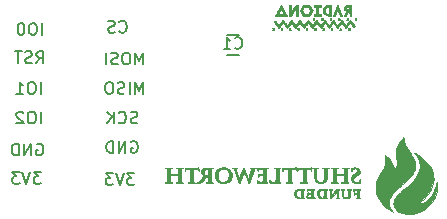
<source format=gbr>
%TF.GenerationSoftware,KiCad,Pcbnew,5.0.1+dfsg1-3~bpo9+1*%
%TF.CreationDate,2018-11-26T19:57:12+01:00*%
%TF.ProjectId,LoRa_PMOD,4C6F52615F504D4F442E6B696361645F,rev?*%
%TF.SameCoordinates,Original*%
%TF.FileFunction,Legend,Bot*%
%TF.FilePolarity,Positive*%
%FSLAX46Y46*%
G04 Gerber Fmt 4.6, Leading zero omitted, Abs format (unit mm)*
G04 Created by KiCad (PCBNEW 5.0.1+dfsg1-3~bpo9+1) date Mon 26 Nov 2018 07:57:12 PM CET*
%MOMM*%
%LPD*%
G01*
G04 APERTURE LIST*
%ADD10C,0.200000*%
%ADD11C,0.010000*%
%ADD12C,0.150000*%
G04 APERTURE END LIST*
D10*
X96800000Y-105152380D02*
X96800000Y-104152380D01*
X96133333Y-104152380D02*
X95942857Y-104152380D01*
X95847619Y-104200000D01*
X95752380Y-104295238D01*
X95704761Y-104485714D01*
X95704761Y-104819047D01*
X95752380Y-105009523D01*
X95847619Y-105104761D01*
X95942857Y-105152380D01*
X96133333Y-105152380D01*
X96228571Y-105104761D01*
X96323809Y-105009523D01*
X96371428Y-104819047D01*
X96371428Y-104485714D01*
X96323809Y-104295238D01*
X96228571Y-104200000D01*
X96133333Y-104152380D01*
X95085714Y-104152380D02*
X94990476Y-104152380D01*
X94895238Y-104200000D01*
X94847619Y-104247619D01*
X94800000Y-104342857D01*
X94752380Y-104533333D01*
X94752380Y-104771428D01*
X94800000Y-104961904D01*
X94847619Y-105057142D01*
X94895238Y-105104761D01*
X94990476Y-105152380D01*
X95085714Y-105152380D01*
X95180952Y-105104761D01*
X95228571Y-105057142D01*
X95276190Y-104961904D01*
X95323809Y-104771428D01*
X95323809Y-104533333D01*
X95276190Y-104342857D01*
X95228571Y-104247619D01*
X95180952Y-104200000D01*
X95085714Y-104152380D01*
X96738095Y-116752380D02*
X96119047Y-116752380D01*
X96452380Y-117133333D01*
X96309523Y-117133333D01*
X96214285Y-117180952D01*
X96166666Y-117228571D01*
X96119047Y-117323809D01*
X96119047Y-117561904D01*
X96166666Y-117657142D01*
X96214285Y-117704761D01*
X96309523Y-117752380D01*
X96595238Y-117752380D01*
X96690476Y-117704761D01*
X96738095Y-117657142D01*
X95833333Y-116752380D02*
X95500000Y-117752380D01*
X95166666Y-116752380D01*
X94928571Y-116752380D02*
X94309523Y-116752380D01*
X94642857Y-117133333D01*
X94500000Y-117133333D01*
X94404761Y-117180952D01*
X94357142Y-117228571D01*
X94309523Y-117323809D01*
X94309523Y-117561904D01*
X94357142Y-117657142D01*
X94404761Y-117704761D01*
X94500000Y-117752380D01*
X94785714Y-117752380D01*
X94880952Y-117704761D01*
X94928571Y-117657142D01*
X96361904Y-114400000D02*
X96457142Y-114352380D01*
X96600000Y-114352380D01*
X96742857Y-114400000D01*
X96838095Y-114495238D01*
X96885714Y-114590476D01*
X96933333Y-114780952D01*
X96933333Y-114923809D01*
X96885714Y-115114285D01*
X96838095Y-115209523D01*
X96742857Y-115304761D01*
X96600000Y-115352380D01*
X96504761Y-115352380D01*
X96361904Y-115304761D01*
X96314285Y-115257142D01*
X96314285Y-114923809D01*
X96504761Y-114923809D01*
X95885714Y-115352380D02*
X95885714Y-114352380D01*
X95314285Y-115352380D01*
X95314285Y-114352380D01*
X94838095Y-115352380D02*
X94838095Y-114352380D01*
X94600000Y-114352380D01*
X94457142Y-114400000D01*
X94361904Y-114495238D01*
X94314285Y-114590476D01*
X94266666Y-114780952D01*
X94266666Y-114923809D01*
X94314285Y-115114285D01*
X94361904Y-115209523D01*
X94457142Y-115304761D01*
X94600000Y-115352380D01*
X94838095Y-115352380D01*
X96700000Y-112652380D02*
X96700000Y-111652380D01*
X96033333Y-111652380D02*
X95842857Y-111652380D01*
X95747619Y-111700000D01*
X95652380Y-111795238D01*
X95604761Y-111985714D01*
X95604761Y-112319047D01*
X95652380Y-112509523D01*
X95747619Y-112604761D01*
X95842857Y-112652380D01*
X96033333Y-112652380D01*
X96128571Y-112604761D01*
X96223809Y-112509523D01*
X96271428Y-112319047D01*
X96271428Y-111985714D01*
X96223809Y-111795238D01*
X96128571Y-111700000D01*
X96033333Y-111652380D01*
X95223809Y-111747619D02*
X95176190Y-111700000D01*
X95080952Y-111652380D01*
X94842857Y-111652380D01*
X94747619Y-111700000D01*
X94700000Y-111747619D01*
X94652380Y-111842857D01*
X94652380Y-111938095D01*
X94700000Y-112080952D01*
X95271428Y-112652380D01*
X94652380Y-112652380D01*
X96700000Y-110152380D02*
X96700000Y-109152380D01*
X96033333Y-109152380D02*
X95842857Y-109152380D01*
X95747619Y-109200000D01*
X95652380Y-109295238D01*
X95604761Y-109485714D01*
X95604761Y-109819047D01*
X95652380Y-110009523D01*
X95747619Y-110104761D01*
X95842857Y-110152380D01*
X96033333Y-110152380D01*
X96128571Y-110104761D01*
X96223809Y-110009523D01*
X96271428Y-109819047D01*
X96271428Y-109485714D01*
X96223809Y-109295238D01*
X96128571Y-109200000D01*
X96033333Y-109152380D01*
X94652380Y-110152380D02*
X95223809Y-110152380D01*
X94938095Y-110152380D02*
X94938095Y-109152380D01*
X95033333Y-109295238D01*
X95128571Y-109390476D01*
X95223809Y-109438095D01*
X96347619Y-107552380D02*
X96680952Y-107076190D01*
X96919047Y-107552380D02*
X96919047Y-106552380D01*
X96538095Y-106552380D01*
X96442857Y-106600000D01*
X96395238Y-106647619D01*
X96347619Y-106742857D01*
X96347619Y-106885714D01*
X96395238Y-106980952D01*
X96442857Y-107028571D01*
X96538095Y-107076190D01*
X96919047Y-107076190D01*
X95966666Y-107504761D02*
X95823809Y-107552380D01*
X95585714Y-107552380D01*
X95490476Y-107504761D01*
X95442857Y-107457142D01*
X95395238Y-107361904D01*
X95395238Y-107266666D01*
X95442857Y-107171428D01*
X95490476Y-107123809D01*
X95585714Y-107076190D01*
X95776190Y-107028571D01*
X95871428Y-106980952D01*
X95919047Y-106933333D01*
X95966666Y-106838095D01*
X95966666Y-106742857D01*
X95919047Y-106647619D01*
X95871428Y-106600000D01*
X95776190Y-106552380D01*
X95538095Y-106552380D01*
X95395238Y-106600000D01*
X95109523Y-106552380D02*
X94538095Y-106552380D01*
X94823809Y-107552380D02*
X94823809Y-106552380D01*
X104638095Y-116852380D02*
X104019047Y-116852380D01*
X104352380Y-117233333D01*
X104209523Y-117233333D01*
X104114285Y-117280952D01*
X104066666Y-117328571D01*
X104019047Y-117423809D01*
X104019047Y-117661904D01*
X104066666Y-117757142D01*
X104114285Y-117804761D01*
X104209523Y-117852380D01*
X104495238Y-117852380D01*
X104590476Y-117804761D01*
X104638095Y-117757142D01*
X103733333Y-116852380D02*
X103400000Y-117852380D01*
X103066666Y-116852380D01*
X102828571Y-116852380D02*
X102209523Y-116852380D01*
X102542857Y-117233333D01*
X102400000Y-117233333D01*
X102304761Y-117280952D01*
X102257142Y-117328571D01*
X102209523Y-117423809D01*
X102209523Y-117661904D01*
X102257142Y-117757142D01*
X102304761Y-117804761D01*
X102400000Y-117852380D01*
X102685714Y-117852380D01*
X102780952Y-117804761D01*
X102828571Y-117757142D01*
X104361904Y-114200000D02*
X104457142Y-114152380D01*
X104600000Y-114152380D01*
X104742857Y-114200000D01*
X104838095Y-114295238D01*
X104885714Y-114390476D01*
X104933333Y-114580952D01*
X104933333Y-114723809D01*
X104885714Y-114914285D01*
X104838095Y-115009523D01*
X104742857Y-115104761D01*
X104600000Y-115152380D01*
X104504761Y-115152380D01*
X104361904Y-115104761D01*
X104314285Y-115057142D01*
X104314285Y-114723809D01*
X104504761Y-114723809D01*
X103885714Y-115152380D02*
X103885714Y-114152380D01*
X103314285Y-115152380D01*
X103314285Y-114152380D01*
X102838095Y-115152380D02*
X102838095Y-114152380D01*
X102600000Y-114152380D01*
X102457142Y-114200000D01*
X102361904Y-114295238D01*
X102314285Y-114390476D01*
X102266666Y-114580952D01*
X102266666Y-114723809D01*
X102314285Y-114914285D01*
X102361904Y-115009523D01*
X102457142Y-115104761D01*
X102600000Y-115152380D01*
X102838095Y-115152380D01*
X104885714Y-112604761D02*
X104742857Y-112652380D01*
X104504761Y-112652380D01*
X104409523Y-112604761D01*
X104361904Y-112557142D01*
X104314285Y-112461904D01*
X104314285Y-112366666D01*
X104361904Y-112271428D01*
X104409523Y-112223809D01*
X104504761Y-112176190D01*
X104695238Y-112128571D01*
X104790476Y-112080952D01*
X104838095Y-112033333D01*
X104885714Y-111938095D01*
X104885714Y-111842857D01*
X104838095Y-111747619D01*
X104790476Y-111700000D01*
X104695238Y-111652380D01*
X104457142Y-111652380D01*
X104314285Y-111700000D01*
X103314285Y-112557142D02*
X103361904Y-112604761D01*
X103504761Y-112652380D01*
X103600000Y-112652380D01*
X103742857Y-112604761D01*
X103838095Y-112509523D01*
X103885714Y-112414285D01*
X103933333Y-112223809D01*
X103933333Y-112080952D01*
X103885714Y-111890476D01*
X103838095Y-111795238D01*
X103742857Y-111700000D01*
X103600000Y-111652380D01*
X103504761Y-111652380D01*
X103361904Y-111700000D01*
X103314285Y-111747619D01*
X102885714Y-112652380D02*
X102885714Y-111652380D01*
X102314285Y-112652380D02*
X102742857Y-112080952D01*
X102314285Y-111652380D02*
X102885714Y-112223809D01*
X105371428Y-110152380D02*
X105371428Y-109152380D01*
X105038095Y-109866666D01*
X104704761Y-109152380D01*
X104704761Y-110152380D01*
X104228571Y-110152380D02*
X104228571Y-109152380D01*
X103800000Y-110104761D02*
X103657142Y-110152380D01*
X103419047Y-110152380D01*
X103323809Y-110104761D01*
X103276190Y-110057142D01*
X103228571Y-109961904D01*
X103228571Y-109866666D01*
X103276190Y-109771428D01*
X103323809Y-109723809D01*
X103419047Y-109676190D01*
X103609523Y-109628571D01*
X103704761Y-109580952D01*
X103752380Y-109533333D01*
X103800000Y-109438095D01*
X103800000Y-109342857D01*
X103752380Y-109247619D01*
X103704761Y-109200000D01*
X103609523Y-109152380D01*
X103371428Y-109152380D01*
X103228571Y-109200000D01*
X102609523Y-109152380D02*
X102419047Y-109152380D01*
X102323809Y-109200000D01*
X102228571Y-109295238D01*
X102180952Y-109485714D01*
X102180952Y-109819047D01*
X102228571Y-110009523D01*
X102323809Y-110104761D01*
X102419047Y-110152380D01*
X102609523Y-110152380D01*
X102704761Y-110104761D01*
X102800000Y-110009523D01*
X102847619Y-109819047D01*
X102847619Y-109485714D01*
X102800000Y-109295238D01*
X102704761Y-109200000D01*
X102609523Y-109152380D01*
X105371428Y-107652380D02*
X105371428Y-106652380D01*
X105038095Y-107366666D01*
X104704761Y-106652380D01*
X104704761Y-107652380D01*
X104038095Y-106652380D02*
X103847619Y-106652380D01*
X103752380Y-106700000D01*
X103657142Y-106795238D01*
X103609523Y-106985714D01*
X103609523Y-107319047D01*
X103657142Y-107509523D01*
X103752380Y-107604761D01*
X103847619Y-107652380D01*
X104038095Y-107652380D01*
X104133333Y-107604761D01*
X104228571Y-107509523D01*
X104276190Y-107319047D01*
X104276190Y-106985714D01*
X104228571Y-106795238D01*
X104133333Y-106700000D01*
X104038095Y-106652380D01*
X103228571Y-107604761D02*
X103085714Y-107652380D01*
X102847619Y-107652380D01*
X102752380Y-107604761D01*
X102704761Y-107557142D01*
X102657142Y-107461904D01*
X102657142Y-107366666D01*
X102704761Y-107271428D01*
X102752380Y-107223809D01*
X102847619Y-107176190D01*
X103038095Y-107128571D01*
X103133333Y-107080952D01*
X103180952Y-107033333D01*
X103228571Y-106938095D01*
X103228571Y-106842857D01*
X103180952Y-106747619D01*
X103133333Y-106700000D01*
X103038095Y-106652380D01*
X102800000Y-106652380D01*
X102657142Y-106700000D01*
X102228571Y-107652380D02*
X102228571Y-106652380D01*
X103366666Y-104857142D02*
X103414285Y-104904761D01*
X103557142Y-104952380D01*
X103652380Y-104952380D01*
X103795238Y-104904761D01*
X103890476Y-104809523D01*
X103938095Y-104714285D01*
X103985714Y-104523809D01*
X103985714Y-104380952D01*
X103938095Y-104190476D01*
X103890476Y-104095238D01*
X103795238Y-104000000D01*
X103652380Y-103952380D01*
X103557142Y-103952380D01*
X103414285Y-104000000D01*
X103366666Y-104047619D01*
X102985714Y-104904761D02*
X102842857Y-104952380D01*
X102604761Y-104952380D01*
X102509523Y-104904761D01*
X102461904Y-104857142D01*
X102414285Y-104761904D01*
X102414285Y-104666666D01*
X102461904Y-104571428D01*
X102509523Y-104523809D01*
X102604761Y-104476190D01*
X102795238Y-104428571D01*
X102890476Y-104380952D01*
X102938095Y-104333333D01*
X102985714Y-104238095D01*
X102985714Y-104142857D01*
X102938095Y-104047619D01*
X102890476Y-104000000D01*
X102795238Y-103952380D01*
X102557142Y-103952380D01*
X102414285Y-104000000D01*
D11*
%TO.C,*%
G36*
X128358833Y-115140926D02*
X128375780Y-115167622D01*
X128403951Y-115205852D01*
X128414309Y-115219083D01*
X128531872Y-115382057D01*
X128631559Y-115550846D01*
X128710316Y-115719808D01*
X128755981Y-115850555D01*
X128775552Y-115939728D01*
X128788981Y-116047706D01*
X128795952Y-116165680D01*
X128796153Y-116284841D01*
X128789269Y-116396381D01*
X128778240Y-116475323D01*
X128737689Y-116637633D01*
X128676371Y-116809367D01*
X128597047Y-116984368D01*
X128502481Y-117156477D01*
X128406491Y-117304000D01*
X128317068Y-117419387D01*
X128203279Y-117546440D01*
X128064945Y-117685328D01*
X127901893Y-117836219D01*
X127713943Y-117999281D01*
X127500921Y-118174684D01*
X127457778Y-118209275D01*
X127314933Y-118324382D01*
X127192913Y-118425111D01*
X127089563Y-118513471D01*
X127002731Y-118591469D01*
X126930261Y-118661115D01*
X126870002Y-118724416D01*
X126819800Y-118783382D01*
X126777500Y-118840020D01*
X126770468Y-118850256D01*
X126679879Y-119002735D01*
X126616728Y-119152136D01*
X126581006Y-119297901D01*
X126572704Y-119439472D01*
X126591813Y-119576292D01*
X126638324Y-119707802D01*
X126712229Y-119833445D01*
X126787872Y-119925923D01*
X126892402Y-120025655D01*
X127006621Y-120108268D01*
X127133017Y-120174589D01*
X127274081Y-120225443D01*
X127432301Y-120261655D01*
X127610167Y-120284051D01*
X127810167Y-120293457D01*
X127897033Y-120293766D01*
X127985416Y-120292461D01*
X128071381Y-120290009D01*
X128147833Y-120286698D01*
X128207678Y-120282813D01*
X128233889Y-120280170D01*
X128477821Y-120235510D01*
X128715005Y-120165930D01*
X128942700Y-120072886D01*
X129158162Y-119957833D01*
X129358649Y-119822228D01*
X129541418Y-119667526D01*
X129696309Y-119503995D01*
X129850803Y-119299994D01*
X129981232Y-119082075D01*
X130087059Y-118851910D01*
X130167745Y-118611171D01*
X130222751Y-118361528D01*
X130251540Y-118104652D01*
X130253572Y-117842216D01*
X130250367Y-117783777D01*
X130245990Y-117716560D01*
X130242289Y-117657822D01*
X130239689Y-117614417D01*
X130238652Y-117594453D01*
X130236040Y-117571908D01*
X130231196Y-117575379D01*
X130224650Y-117602795D01*
X130216930Y-117652085D01*
X130210319Y-117705382D01*
X130173353Y-117916120D01*
X130110735Y-118130037D01*
X130024064Y-118342974D01*
X129914941Y-118550773D01*
X129838336Y-118672777D01*
X129700337Y-118859115D01*
X129552636Y-119020870D01*
X129396028Y-119157518D01*
X129231308Y-119268532D01*
X129059272Y-119353386D01*
X128880713Y-119411557D01*
X128696426Y-119442516D01*
X128671333Y-119444570D01*
X128551389Y-119453176D01*
X128699556Y-119353558D01*
X128925079Y-119188044D01*
X129132965Y-119007290D01*
X129321779Y-118813280D01*
X129490085Y-118607995D01*
X129636447Y-118393417D01*
X129759429Y-118171530D01*
X129857595Y-117944315D01*
X129929510Y-117713754D01*
X129949062Y-117628555D01*
X129964490Y-117523860D01*
X129972339Y-117402095D01*
X129972606Y-117273376D01*
X129965287Y-117147820D01*
X129950381Y-117035543D01*
X129949226Y-117029345D01*
X129898854Y-116824201D01*
X129826712Y-116617309D01*
X129736679Y-116418695D01*
X129659594Y-116280944D01*
X129527141Y-116086895D01*
X129371158Y-115896197D01*
X129196299Y-115713622D01*
X129007220Y-115543945D01*
X128808577Y-115391937D01*
X128759822Y-115358498D01*
X128715784Y-115330257D01*
X128659886Y-115296272D01*
X128597170Y-115259389D01*
X128532675Y-115222451D01*
X128471442Y-115188303D01*
X128418513Y-115159789D01*
X128378928Y-115139754D01*
X128357728Y-115131043D01*
X128356471Y-115130889D01*
X128358833Y-115140926D01*
X128358833Y-115140926D01*
G37*
X128358833Y-115140926D02*
X128375780Y-115167622D01*
X128403951Y-115205852D01*
X128414309Y-115219083D01*
X128531872Y-115382057D01*
X128631559Y-115550846D01*
X128710316Y-115719808D01*
X128755981Y-115850555D01*
X128775552Y-115939728D01*
X128788981Y-116047706D01*
X128795952Y-116165680D01*
X128796153Y-116284841D01*
X128789269Y-116396381D01*
X128778240Y-116475323D01*
X128737689Y-116637633D01*
X128676371Y-116809367D01*
X128597047Y-116984368D01*
X128502481Y-117156477D01*
X128406491Y-117304000D01*
X128317068Y-117419387D01*
X128203279Y-117546440D01*
X128064945Y-117685328D01*
X127901893Y-117836219D01*
X127713943Y-117999281D01*
X127500921Y-118174684D01*
X127457778Y-118209275D01*
X127314933Y-118324382D01*
X127192913Y-118425111D01*
X127089563Y-118513471D01*
X127002731Y-118591469D01*
X126930261Y-118661115D01*
X126870002Y-118724416D01*
X126819800Y-118783382D01*
X126777500Y-118840020D01*
X126770468Y-118850256D01*
X126679879Y-119002735D01*
X126616728Y-119152136D01*
X126581006Y-119297901D01*
X126572704Y-119439472D01*
X126591813Y-119576292D01*
X126638324Y-119707802D01*
X126712229Y-119833445D01*
X126787872Y-119925923D01*
X126892402Y-120025655D01*
X127006621Y-120108268D01*
X127133017Y-120174589D01*
X127274081Y-120225443D01*
X127432301Y-120261655D01*
X127610167Y-120284051D01*
X127810167Y-120293457D01*
X127897033Y-120293766D01*
X127985416Y-120292461D01*
X128071381Y-120290009D01*
X128147833Y-120286698D01*
X128207678Y-120282813D01*
X128233889Y-120280170D01*
X128477821Y-120235510D01*
X128715005Y-120165930D01*
X128942700Y-120072886D01*
X129158162Y-119957833D01*
X129358649Y-119822228D01*
X129541418Y-119667526D01*
X129696309Y-119503995D01*
X129850803Y-119299994D01*
X129981232Y-119082075D01*
X130087059Y-118851910D01*
X130167745Y-118611171D01*
X130222751Y-118361528D01*
X130251540Y-118104652D01*
X130253572Y-117842216D01*
X130250367Y-117783777D01*
X130245990Y-117716560D01*
X130242289Y-117657822D01*
X130239689Y-117614417D01*
X130238652Y-117594453D01*
X130236040Y-117571908D01*
X130231196Y-117575379D01*
X130224650Y-117602795D01*
X130216930Y-117652085D01*
X130210319Y-117705382D01*
X130173353Y-117916120D01*
X130110735Y-118130037D01*
X130024064Y-118342974D01*
X129914941Y-118550773D01*
X129838336Y-118672777D01*
X129700337Y-118859115D01*
X129552636Y-119020870D01*
X129396028Y-119157518D01*
X129231308Y-119268532D01*
X129059272Y-119353386D01*
X128880713Y-119411557D01*
X128696426Y-119442516D01*
X128671333Y-119444570D01*
X128551389Y-119453176D01*
X128699556Y-119353558D01*
X128925079Y-119188044D01*
X129132965Y-119007290D01*
X129321779Y-118813280D01*
X129490085Y-118607995D01*
X129636447Y-118393417D01*
X129759429Y-118171530D01*
X129857595Y-117944315D01*
X129929510Y-117713754D01*
X129949062Y-117628555D01*
X129964490Y-117523860D01*
X129972339Y-117402095D01*
X129972606Y-117273376D01*
X129965287Y-117147820D01*
X129950381Y-117035543D01*
X129949226Y-117029345D01*
X129898854Y-116824201D01*
X129826712Y-116617309D01*
X129736679Y-116418695D01*
X129659594Y-116280944D01*
X129527141Y-116086895D01*
X129371158Y-115896197D01*
X129196299Y-115713622D01*
X129007220Y-115543945D01*
X128808577Y-115391937D01*
X128759822Y-115358498D01*
X128715784Y-115330257D01*
X128659886Y-115296272D01*
X128597170Y-115259389D01*
X128532675Y-115222451D01*
X128471442Y-115188303D01*
X128418513Y-115159789D01*
X128378928Y-115139754D01*
X128357728Y-115131043D01*
X128356471Y-115130889D01*
X128358833Y-115140926D01*
G36*
X127356672Y-113876190D02*
X127190269Y-114075811D01*
X127051483Y-114271666D01*
X126940053Y-114464379D01*
X126855718Y-114654571D01*
X126798215Y-114842867D01*
X126767284Y-115029890D01*
X126762664Y-115216263D01*
X126767221Y-115281530D01*
X126775242Y-115349017D01*
X126787769Y-115433798D01*
X126803166Y-115525623D01*
X126819801Y-115614239D01*
X126821926Y-115624777D01*
X126837922Y-115707236D01*
X126852477Y-115789318D01*
X126864185Y-115862597D01*
X126871638Y-115918649D01*
X126872597Y-115928166D01*
X126870961Y-116060956D01*
X126843091Y-116194131D01*
X126790478Y-116322803D01*
X126716593Y-116439503D01*
X126670816Y-116499455D01*
X126632742Y-116377339D01*
X126572861Y-116219875D01*
X126490838Y-116056820D01*
X126390290Y-115894120D01*
X126274831Y-115737720D01*
X126170451Y-115617150D01*
X126125891Y-115571023D01*
X126075309Y-115521219D01*
X126022750Y-115471404D01*
X125972261Y-115425247D01*
X125927886Y-115386416D01*
X125893673Y-115358578D01*
X125873666Y-115345401D01*
X125870433Y-115345163D01*
X125869787Y-115360082D01*
X125870834Y-115397875D01*
X125873358Y-115453256D01*
X125877147Y-115520939D01*
X125878326Y-115540111D01*
X125883188Y-115703219D01*
X125878117Y-115866824D01*
X125863692Y-116022327D01*
X125840494Y-116161130D01*
X125834772Y-116186468D01*
X125811447Y-116270044D01*
X125780164Y-116354849D01*
X125738873Y-116445015D01*
X125685524Y-116544671D01*
X125618066Y-116657947D01*
X125539443Y-116781327D01*
X125434917Y-116946145D01*
X125347793Y-117094158D01*
X125276225Y-117229203D01*
X125218373Y-117355119D01*
X125172393Y-117475745D01*
X125136442Y-117594919D01*
X125123224Y-117648325D01*
X125087799Y-117862366D01*
X125079386Y-118078727D01*
X125097063Y-118295698D01*
X125139909Y-118511567D01*
X125207003Y-118724623D01*
X125297424Y-118933155D01*
X125410252Y-119135451D01*
X125544564Y-119329799D01*
X125699439Y-119514490D01*
X125873957Y-119687811D01*
X126067196Y-119848050D01*
X126278236Y-119993498D01*
X126434722Y-120084866D01*
X126547611Y-120146218D01*
X126474115Y-120060898D01*
X126365074Y-119917924D01*
X126283225Y-119772922D01*
X126227539Y-119623483D01*
X126196987Y-119467197D01*
X126191371Y-119398285D01*
X126194762Y-119237874D01*
X126221713Y-119081160D01*
X126273051Y-118926047D01*
X126349602Y-118770434D01*
X126452190Y-118612224D01*
X126550202Y-118486405D01*
X126585047Y-118446086D01*
X126623410Y-118405096D01*
X126667579Y-118361436D01*
X126719845Y-118313108D01*
X126782497Y-118258114D01*
X126857824Y-118194453D01*
X126948115Y-118120129D01*
X127055660Y-118033142D01*
X127182749Y-117931494D01*
X127217889Y-117903520D01*
X127448498Y-117713301D01*
X127652593Y-117530508D01*
X127830717Y-117354550D01*
X127983415Y-117184834D01*
X128111231Y-117020771D01*
X128214710Y-116861767D01*
X128269240Y-116760722D01*
X128321388Y-116649891D01*
X128359366Y-116554122D01*
X128385130Y-116465316D01*
X128400634Y-116375373D01*
X128407836Y-116276194D01*
X128408915Y-116182166D01*
X128407579Y-116095732D01*
X128404276Y-116029203D01*
X128398017Y-115974279D01*
X128387813Y-115922659D01*
X128372674Y-115866043D01*
X128370212Y-115857611D01*
X128337726Y-115764200D01*
X128291477Y-115654949D01*
X128234815Y-115536460D01*
X128171085Y-115415336D01*
X128103635Y-115298182D01*
X128035814Y-115191600D01*
X128023254Y-115173222D01*
X127931956Y-115040991D01*
X127855264Y-114929056D01*
X127791442Y-114834703D01*
X127738755Y-114755220D01*
X127695465Y-114687893D01*
X127659835Y-114630011D01*
X127630130Y-114578859D01*
X127604613Y-114531726D01*
X127581547Y-114485898D01*
X127576150Y-114474722D01*
X127514791Y-114332905D01*
X127472176Y-114199569D01*
X127445639Y-114064807D01*
X127434033Y-113946745D01*
X127424981Y-113799769D01*
X127356672Y-113876190D01*
X127356672Y-113876190D01*
G37*
X127356672Y-113876190D02*
X127190269Y-114075811D01*
X127051483Y-114271666D01*
X126940053Y-114464379D01*
X126855718Y-114654571D01*
X126798215Y-114842867D01*
X126767284Y-115029890D01*
X126762664Y-115216263D01*
X126767221Y-115281530D01*
X126775242Y-115349017D01*
X126787769Y-115433798D01*
X126803166Y-115525623D01*
X126819801Y-115614239D01*
X126821926Y-115624777D01*
X126837922Y-115707236D01*
X126852477Y-115789318D01*
X126864185Y-115862597D01*
X126871638Y-115918649D01*
X126872597Y-115928166D01*
X126870961Y-116060956D01*
X126843091Y-116194131D01*
X126790478Y-116322803D01*
X126716593Y-116439503D01*
X126670816Y-116499455D01*
X126632742Y-116377339D01*
X126572861Y-116219875D01*
X126490838Y-116056820D01*
X126390290Y-115894120D01*
X126274831Y-115737720D01*
X126170451Y-115617150D01*
X126125891Y-115571023D01*
X126075309Y-115521219D01*
X126022750Y-115471404D01*
X125972261Y-115425247D01*
X125927886Y-115386416D01*
X125893673Y-115358578D01*
X125873666Y-115345401D01*
X125870433Y-115345163D01*
X125869787Y-115360082D01*
X125870834Y-115397875D01*
X125873358Y-115453256D01*
X125877147Y-115520939D01*
X125878326Y-115540111D01*
X125883188Y-115703219D01*
X125878117Y-115866824D01*
X125863692Y-116022327D01*
X125840494Y-116161130D01*
X125834772Y-116186468D01*
X125811447Y-116270044D01*
X125780164Y-116354849D01*
X125738873Y-116445015D01*
X125685524Y-116544671D01*
X125618066Y-116657947D01*
X125539443Y-116781327D01*
X125434917Y-116946145D01*
X125347793Y-117094158D01*
X125276225Y-117229203D01*
X125218373Y-117355119D01*
X125172393Y-117475745D01*
X125136442Y-117594919D01*
X125123224Y-117648325D01*
X125087799Y-117862366D01*
X125079386Y-118078727D01*
X125097063Y-118295698D01*
X125139909Y-118511567D01*
X125207003Y-118724623D01*
X125297424Y-118933155D01*
X125410252Y-119135451D01*
X125544564Y-119329799D01*
X125699439Y-119514490D01*
X125873957Y-119687811D01*
X126067196Y-119848050D01*
X126278236Y-119993498D01*
X126434722Y-120084866D01*
X126547611Y-120146218D01*
X126474115Y-120060898D01*
X126365074Y-119917924D01*
X126283225Y-119772922D01*
X126227539Y-119623483D01*
X126196987Y-119467197D01*
X126191371Y-119398285D01*
X126194762Y-119237874D01*
X126221713Y-119081160D01*
X126273051Y-118926047D01*
X126349602Y-118770434D01*
X126452190Y-118612224D01*
X126550202Y-118486405D01*
X126585047Y-118446086D01*
X126623410Y-118405096D01*
X126667579Y-118361436D01*
X126719845Y-118313108D01*
X126782497Y-118258114D01*
X126857824Y-118194453D01*
X126948115Y-118120129D01*
X127055660Y-118033142D01*
X127182749Y-117931494D01*
X127217889Y-117903520D01*
X127448498Y-117713301D01*
X127652593Y-117530508D01*
X127830717Y-117354550D01*
X127983415Y-117184834D01*
X128111231Y-117020771D01*
X128214710Y-116861767D01*
X128269240Y-116760722D01*
X128321388Y-116649891D01*
X128359366Y-116554122D01*
X128385130Y-116465316D01*
X128400634Y-116375373D01*
X128407836Y-116276194D01*
X128408915Y-116182166D01*
X128407579Y-116095732D01*
X128404276Y-116029203D01*
X128398017Y-115974279D01*
X128387813Y-115922659D01*
X128372674Y-115866043D01*
X128370212Y-115857611D01*
X128337726Y-115764200D01*
X128291477Y-115654949D01*
X128234815Y-115536460D01*
X128171085Y-115415336D01*
X128103635Y-115298182D01*
X128035814Y-115191600D01*
X128023254Y-115173222D01*
X127931956Y-115040991D01*
X127855264Y-114929056D01*
X127791442Y-114834703D01*
X127738755Y-114755220D01*
X127695465Y-114687893D01*
X127659835Y-114630011D01*
X127630130Y-114578859D01*
X127604613Y-114531726D01*
X127581547Y-114485898D01*
X127576150Y-114474722D01*
X127514791Y-114332905D01*
X127472176Y-114199569D01*
X127445639Y-114064807D01*
X127434033Y-113946745D01*
X127424981Y-113799769D01*
X127356672Y-113876190D01*
G36*
X122734965Y-118207368D02*
X122685400Y-118208628D01*
X122654886Y-118211625D01*
X122638839Y-118217092D01*
X122632675Y-118225763D01*
X122631778Y-118235333D01*
X122641897Y-118259123D01*
X122657813Y-118263555D01*
X122687262Y-118273470D01*
X122707202Y-118289361D01*
X122716330Y-118303453D01*
X122722740Y-118325246D01*
X122726847Y-118359239D01*
X122729068Y-118409933D01*
X122729822Y-118481828D01*
X122729759Y-118532777D01*
X122728271Y-118623229D01*
X122724721Y-118700779D01*
X122719438Y-118760470D01*
X122712751Y-118797344D01*
X122712120Y-118799289D01*
X122680492Y-118852456D01*
X122631885Y-118889113D01*
X122572290Y-118909149D01*
X122507700Y-118912453D01*
X122444105Y-118898912D01*
X122387496Y-118868415D01*
X122343864Y-118820850D01*
X122335700Y-118806306D01*
X122326059Y-118772412D01*
X122318247Y-118717250D01*
X122312485Y-118647728D01*
X122308991Y-118570755D01*
X122307986Y-118493239D01*
X122309688Y-118422088D01*
X122314316Y-118364210D01*
X122320601Y-118330992D01*
X122336549Y-118292784D01*
X122359423Y-118273868D01*
X122378493Y-118268351D01*
X122411359Y-118254349D01*
X122420111Y-118233075D01*
X122418105Y-118220985D01*
X122408731Y-118213415D01*
X122386957Y-118209569D01*
X122347750Y-118208648D01*
X122286077Y-118209855D01*
X122275472Y-118210145D01*
X122207656Y-118212849D01*
X122163813Y-118216920D01*
X122139699Y-118223065D01*
X122131074Y-118231993D01*
X122130833Y-118234318D01*
X122142960Y-118251815D01*
X122171964Y-118265469D01*
X122205351Y-118279122D01*
X122224665Y-118294707D01*
X122228733Y-118314647D01*
X122232204Y-118357368D01*
X122234802Y-118417434D01*
X122236248Y-118489404D01*
X122236451Y-118525577D01*
X122238073Y-118635895D01*
X122243397Y-118722525D01*
X122253482Y-118789882D01*
X122269390Y-118842377D01*
X122292182Y-118884421D01*
X122322919Y-118920428D01*
X122333881Y-118930742D01*
X122408250Y-118979413D01*
X122497164Y-119004098D01*
X122600814Y-119004836D01*
X122658793Y-118996127D01*
X122737696Y-118969206D01*
X122804035Y-118924201D01*
X122851210Y-118865884D01*
X122858354Y-118851761D01*
X122868553Y-118825550D01*
X122875864Y-118795518D01*
X122880749Y-118756600D01*
X122883671Y-118703734D01*
X122885095Y-118631855D01*
X122885468Y-118555433D01*
X122886438Y-118469917D01*
X122888936Y-118395790D01*
X122892694Y-118337791D01*
X122897445Y-118300661D01*
X122900386Y-118290850D01*
X122925879Y-118268789D01*
X122949774Y-118263555D01*
X122977186Y-118256739D01*
X122984556Y-118235333D01*
X122982949Y-118223621D01*
X122975073Y-118215690D01*
X122956343Y-118210808D01*
X122922174Y-118208241D01*
X122867982Y-118207254D01*
X122808167Y-118207111D01*
X122734965Y-118207368D01*
X122734965Y-118207368D01*
G37*
X122734965Y-118207368D02*
X122685400Y-118208628D01*
X122654886Y-118211625D01*
X122638839Y-118217092D01*
X122632675Y-118225763D01*
X122631778Y-118235333D01*
X122641897Y-118259123D01*
X122657813Y-118263555D01*
X122687262Y-118273470D01*
X122707202Y-118289361D01*
X122716330Y-118303453D01*
X122722740Y-118325246D01*
X122726847Y-118359239D01*
X122729068Y-118409933D01*
X122729822Y-118481828D01*
X122729759Y-118532777D01*
X122728271Y-118623229D01*
X122724721Y-118700779D01*
X122719438Y-118760470D01*
X122712751Y-118797344D01*
X122712120Y-118799289D01*
X122680492Y-118852456D01*
X122631885Y-118889113D01*
X122572290Y-118909149D01*
X122507700Y-118912453D01*
X122444105Y-118898912D01*
X122387496Y-118868415D01*
X122343864Y-118820850D01*
X122335700Y-118806306D01*
X122326059Y-118772412D01*
X122318247Y-118717250D01*
X122312485Y-118647728D01*
X122308991Y-118570755D01*
X122307986Y-118493239D01*
X122309688Y-118422088D01*
X122314316Y-118364210D01*
X122320601Y-118330992D01*
X122336549Y-118292784D01*
X122359423Y-118273868D01*
X122378493Y-118268351D01*
X122411359Y-118254349D01*
X122420111Y-118233075D01*
X122418105Y-118220985D01*
X122408731Y-118213415D01*
X122386957Y-118209569D01*
X122347750Y-118208648D01*
X122286077Y-118209855D01*
X122275472Y-118210145D01*
X122207656Y-118212849D01*
X122163813Y-118216920D01*
X122139699Y-118223065D01*
X122131074Y-118231993D01*
X122130833Y-118234318D01*
X122142960Y-118251815D01*
X122171964Y-118265469D01*
X122205351Y-118279122D01*
X122224665Y-118294707D01*
X122228733Y-118314647D01*
X122232204Y-118357368D01*
X122234802Y-118417434D01*
X122236248Y-118489404D01*
X122236451Y-118525577D01*
X122238073Y-118635895D01*
X122243397Y-118722525D01*
X122253482Y-118789882D01*
X122269390Y-118842377D01*
X122292182Y-118884421D01*
X122322919Y-118920428D01*
X122333881Y-118930742D01*
X122408250Y-118979413D01*
X122497164Y-119004098D01*
X122600814Y-119004836D01*
X122658793Y-118996127D01*
X122737696Y-118969206D01*
X122804035Y-118924201D01*
X122851210Y-118865884D01*
X122858354Y-118851761D01*
X122868553Y-118825550D01*
X122875864Y-118795518D01*
X122880749Y-118756600D01*
X122883671Y-118703734D01*
X122885095Y-118631855D01*
X122885468Y-118555433D01*
X122886438Y-118469917D01*
X122888936Y-118395790D01*
X122892694Y-118337791D01*
X122897445Y-118300661D01*
X122900386Y-118290850D01*
X122925879Y-118268789D01*
X122949774Y-118263555D01*
X122977186Y-118256739D01*
X122984556Y-118235333D01*
X122982949Y-118223621D01*
X122975073Y-118215690D01*
X122956343Y-118210808D01*
X122922174Y-118208241D01*
X122867982Y-118207254D01*
X122808167Y-118207111D01*
X122734965Y-118207368D01*
G36*
X121522274Y-118449376D02*
X121461007Y-118520490D01*
X121405258Y-118585349D01*
X121357905Y-118640591D01*
X121321828Y-118682854D01*
X121299907Y-118708776D01*
X121295199Y-118714502D01*
X121288471Y-118717824D01*
X121283633Y-118706076D01*
X121280404Y-118676202D01*
X121278504Y-118625146D01*
X121277653Y-118549849D01*
X121277560Y-118522091D01*
X121278096Y-118430338D01*
X121280896Y-118363065D01*
X121287083Y-118316555D01*
X121297783Y-118287089D01*
X121314118Y-118270947D01*
X121337214Y-118264413D01*
X121355730Y-118263555D01*
X121382879Y-118256525D01*
X121390000Y-118235333D01*
X121388063Y-118222488D01*
X121378848Y-118214265D01*
X121357245Y-118209643D01*
X121318148Y-118207599D01*
X121256446Y-118207113D01*
X121248889Y-118207111D01*
X121184664Y-118207498D01*
X121143550Y-118209341D01*
X121120438Y-118213662D01*
X121110221Y-118221481D01*
X121107789Y-118233821D01*
X121107778Y-118235333D01*
X121116805Y-118258098D01*
X121140233Y-118263555D01*
X121159925Y-118264609D01*
X121175280Y-118269850D01*
X121186835Y-118282396D01*
X121195129Y-118305363D01*
X121200702Y-118341870D01*
X121204092Y-118395034D01*
X121205837Y-118467973D01*
X121206477Y-118563804D01*
X121206556Y-118647377D01*
X121206556Y-118997333D01*
X121238306Y-118996432D01*
X121253796Y-118989795D01*
X121278904Y-118969465D01*
X121315142Y-118933859D01*
X121364022Y-118881393D01*
X121427057Y-118810484D01*
X121505759Y-118719551D01*
X121531111Y-118689931D01*
X121792167Y-118384331D01*
X121796029Y-118627635D01*
X121796629Y-118720904D01*
X121795350Y-118798346D01*
X121792334Y-118856329D01*
X121787724Y-118891219D01*
X121785451Y-118897920D01*
X121761396Y-118919707D01*
X121732321Y-118929367D01*
X121700145Y-118941414D01*
X121688947Y-118958527D01*
X121689426Y-118969731D01*
X121699181Y-118976944D01*
X121723019Y-118981026D01*
X121765746Y-118982832D01*
X121827445Y-118983222D01*
X121892315Y-118982773D01*
X121933775Y-118980855D01*
X121956632Y-118976612D01*
X121965691Y-118969185D01*
X121965918Y-118958527D01*
X121949815Y-118937205D01*
X121929575Y-118929320D01*
X121897896Y-118914444D01*
X121883571Y-118897960D01*
X121878685Y-118874024D01*
X121875128Y-118824739D01*
X121872995Y-118752950D01*
X121872379Y-118661505D01*
X121873018Y-118577918D01*
X121876833Y-118284722D01*
X121923143Y-118271094D01*
X121957096Y-118254833D01*
X121965320Y-118235816D01*
X121956843Y-118224345D01*
X121933390Y-118216817D01*
X121890024Y-118212164D01*
X121846673Y-118210096D01*
X121732158Y-118206026D01*
X121522274Y-118449376D01*
X121522274Y-118449376D01*
G37*
X121522274Y-118449376D02*
X121461007Y-118520490D01*
X121405258Y-118585349D01*
X121357905Y-118640591D01*
X121321828Y-118682854D01*
X121299907Y-118708776D01*
X121295199Y-118714502D01*
X121288471Y-118717824D01*
X121283633Y-118706076D01*
X121280404Y-118676202D01*
X121278504Y-118625146D01*
X121277653Y-118549849D01*
X121277560Y-118522091D01*
X121278096Y-118430338D01*
X121280896Y-118363065D01*
X121287083Y-118316555D01*
X121297783Y-118287089D01*
X121314118Y-118270947D01*
X121337214Y-118264413D01*
X121355730Y-118263555D01*
X121382879Y-118256525D01*
X121390000Y-118235333D01*
X121388063Y-118222488D01*
X121378848Y-118214265D01*
X121357245Y-118209643D01*
X121318148Y-118207599D01*
X121256446Y-118207113D01*
X121248889Y-118207111D01*
X121184664Y-118207498D01*
X121143550Y-118209341D01*
X121120438Y-118213662D01*
X121110221Y-118221481D01*
X121107789Y-118233821D01*
X121107778Y-118235333D01*
X121116805Y-118258098D01*
X121140233Y-118263555D01*
X121159925Y-118264609D01*
X121175280Y-118269850D01*
X121186835Y-118282396D01*
X121195129Y-118305363D01*
X121200702Y-118341870D01*
X121204092Y-118395034D01*
X121205837Y-118467973D01*
X121206477Y-118563804D01*
X121206556Y-118647377D01*
X121206556Y-118997333D01*
X121238306Y-118996432D01*
X121253796Y-118989795D01*
X121278904Y-118969465D01*
X121315142Y-118933859D01*
X121364022Y-118881393D01*
X121427057Y-118810484D01*
X121505759Y-118719551D01*
X121531111Y-118689931D01*
X121792167Y-118384331D01*
X121796029Y-118627635D01*
X121796629Y-118720904D01*
X121795350Y-118798346D01*
X121792334Y-118856329D01*
X121787724Y-118891219D01*
X121785451Y-118897920D01*
X121761396Y-118919707D01*
X121732321Y-118929367D01*
X121700145Y-118941414D01*
X121688947Y-118958527D01*
X121689426Y-118969731D01*
X121699181Y-118976944D01*
X121723019Y-118981026D01*
X121765746Y-118982832D01*
X121827445Y-118983222D01*
X121892315Y-118982773D01*
X121933775Y-118980855D01*
X121956632Y-118976612D01*
X121965691Y-118969185D01*
X121965918Y-118958527D01*
X121949815Y-118937205D01*
X121929575Y-118929320D01*
X121897896Y-118914444D01*
X121883571Y-118897960D01*
X121878685Y-118874024D01*
X121875128Y-118824739D01*
X121872995Y-118752950D01*
X121872379Y-118661505D01*
X121873018Y-118577918D01*
X121876833Y-118284722D01*
X121923143Y-118271094D01*
X121957096Y-118254833D01*
X121965320Y-118235816D01*
X121956843Y-118224345D01*
X121933390Y-118216817D01*
X121890024Y-118212164D01*
X121846673Y-118210096D01*
X121732158Y-118206026D01*
X121522274Y-118449376D01*
G36*
X123182111Y-118298833D02*
X123183524Y-118350281D01*
X123188574Y-118378877D01*
X123198474Y-118389884D01*
X123203278Y-118390555D01*
X123220469Y-118378484D01*
X123224661Y-118358805D01*
X123227941Y-118325714D01*
X123240453Y-118304123D01*
X123267008Y-118291670D01*
X123312420Y-118285992D01*
X123375603Y-118284722D01*
X123499611Y-118284722D01*
X123503650Y-118422305D01*
X123507689Y-118559889D01*
X123408400Y-118559889D01*
X123351510Y-118558262D01*
X123314799Y-118552216D01*
X123290351Y-118539996D01*
X123280889Y-118531666D01*
X123259958Y-118503729D01*
X123252667Y-118482277D01*
X123241371Y-118463569D01*
X123231500Y-118461111D01*
X123221174Y-118466060D01*
X123214742Y-118484123D01*
X123211400Y-118520122D01*
X123210345Y-118578882D01*
X123210333Y-118588111D01*
X123212328Y-118657579D01*
X123218697Y-118699908D01*
X123230020Y-118715925D01*
X123246879Y-118706457D01*
X123269649Y-118672688D01*
X123283299Y-118651193D01*
X123298710Y-118638595D01*
X123323218Y-118632520D01*
X123364154Y-118630595D01*
X123400177Y-118630444D01*
X123506667Y-118630444D01*
X123506667Y-118742414D01*
X123504273Y-118821569D01*
X123496336Y-118876151D01*
X123481725Y-118909461D01*
X123459309Y-118924802D01*
X123443516Y-118926777D01*
X123415677Y-118933254D01*
X123407889Y-118955000D01*
X123409550Y-118966913D01*
X123417652Y-118974902D01*
X123436872Y-118979747D01*
X123471886Y-118982227D01*
X123527371Y-118983122D01*
X123577222Y-118983222D01*
X123648703Y-118982945D01*
X123696639Y-118981595D01*
X123725709Y-118978391D01*
X123740588Y-118972556D01*
X123745954Y-118963308D01*
X123746556Y-118955000D01*
X123737883Y-118932528D01*
X123712788Y-118926777D01*
X123683336Y-118918452D01*
X123670454Y-118904457D01*
X123666724Y-118880359D01*
X123664051Y-118833913D01*
X123662382Y-118770454D01*
X123661666Y-118695316D01*
X123661849Y-118613833D01*
X123662880Y-118531341D01*
X123664705Y-118453175D01*
X123667273Y-118384669D01*
X123670530Y-118331158D01*
X123674424Y-118297976D01*
X123676497Y-118290850D01*
X123699887Y-118268719D01*
X123718830Y-118263555D01*
X123742064Y-118253334D01*
X123746556Y-118235333D01*
X123745446Y-118225747D01*
X123739691Y-118218619D01*
X123725655Y-118213586D01*
X123699702Y-118210284D01*
X123658194Y-118208350D01*
X123597494Y-118207419D01*
X123513968Y-118207129D01*
X123464333Y-118207111D01*
X123182111Y-118207111D01*
X123182111Y-118298833D01*
X123182111Y-118298833D01*
G37*
X123182111Y-118298833D02*
X123183524Y-118350281D01*
X123188574Y-118378877D01*
X123198474Y-118389884D01*
X123203278Y-118390555D01*
X123220469Y-118378484D01*
X123224661Y-118358805D01*
X123227941Y-118325714D01*
X123240453Y-118304123D01*
X123267008Y-118291670D01*
X123312420Y-118285992D01*
X123375603Y-118284722D01*
X123499611Y-118284722D01*
X123503650Y-118422305D01*
X123507689Y-118559889D01*
X123408400Y-118559889D01*
X123351510Y-118558262D01*
X123314799Y-118552216D01*
X123290351Y-118539996D01*
X123280889Y-118531666D01*
X123259958Y-118503729D01*
X123252667Y-118482277D01*
X123241371Y-118463569D01*
X123231500Y-118461111D01*
X123221174Y-118466060D01*
X123214742Y-118484123D01*
X123211400Y-118520122D01*
X123210345Y-118578882D01*
X123210333Y-118588111D01*
X123212328Y-118657579D01*
X123218697Y-118699908D01*
X123230020Y-118715925D01*
X123246879Y-118706457D01*
X123269649Y-118672688D01*
X123283299Y-118651193D01*
X123298710Y-118638595D01*
X123323218Y-118632520D01*
X123364154Y-118630595D01*
X123400177Y-118630444D01*
X123506667Y-118630444D01*
X123506667Y-118742414D01*
X123504273Y-118821569D01*
X123496336Y-118876151D01*
X123481725Y-118909461D01*
X123459309Y-118924802D01*
X123443516Y-118926777D01*
X123415677Y-118933254D01*
X123407889Y-118955000D01*
X123409550Y-118966913D01*
X123417652Y-118974902D01*
X123436872Y-118979747D01*
X123471886Y-118982227D01*
X123527371Y-118983122D01*
X123577222Y-118983222D01*
X123648703Y-118982945D01*
X123696639Y-118981595D01*
X123725709Y-118978391D01*
X123740588Y-118972556D01*
X123745954Y-118963308D01*
X123746556Y-118955000D01*
X123737883Y-118932528D01*
X123712788Y-118926777D01*
X123683336Y-118918452D01*
X123670454Y-118904457D01*
X123666724Y-118880359D01*
X123664051Y-118833913D01*
X123662382Y-118770454D01*
X123661666Y-118695316D01*
X123661849Y-118613833D01*
X123662880Y-118531341D01*
X123664705Y-118453175D01*
X123667273Y-118384669D01*
X123670530Y-118331158D01*
X123674424Y-118297976D01*
X123676497Y-118290850D01*
X123699887Y-118268719D01*
X123718830Y-118263555D01*
X123742064Y-118253334D01*
X123746556Y-118235333D01*
X123745446Y-118225747D01*
X123739691Y-118218619D01*
X123725655Y-118213586D01*
X123699702Y-118210284D01*
X123658194Y-118208350D01*
X123597494Y-118207419D01*
X123513968Y-118207129D01*
X123464333Y-118207111D01*
X123182111Y-118207111D01*
X123182111Y-118298833D01*
G36*
X120475518Y-118198603D02*
X120368966Y-118213548D01*
X120283459Y-118239216D01*
X120217184Y-118275935D01*
X120185916Y-118303385D01*
X120133198Y-118377659D01*
X120100131Y-118465646D01*
X120086617Y-118561128D01*
X120092553Y-118657892D01*
X120117840Y-118749722D01*
X120162377Y-118830402D01*
X120195021Y-118867751D01*
X120235391Y-118899823D01*
X120286434Y-118931492D01*
X120310500Y-118943693D01*
X120337421Y-118955128D01*
X120364647Y-118963666D01*
X120396979Y-118969828D01*
X120439218Y-118974134D01*
X120496165Y-118977105D01*
X120572620Y-118979259D01*
X120652695Y-118980773D01*
X120746446Y-118982270D01*
X120815691Y-118982897D01*
X120864142Y-118982318D01*
X120895508Y-118980195D01*
X120913502Y-118976190D01*
X120921833Y-118969967D01*
X120924214Y-118961188D01*
X120924333Y-118956079D01*
X120915841Y-118932604D01*
X120891878Y-118926777D01*
X120858706Y-118919807D01*
X120842489Y-118909844D01*
X120836875Y-118890471D01*
X120832321Y-118848090D01*
X120828846Y-118787898D01*
X120826470Y-118715090D01*
X120825212Y-118634861D01*
X120825139Y-118584265D01*
X120656222Y-118584265D01*
X120655779Y-118677220D01*
X120654537Y-118760678D01*
X120652626Y-118830518D01*
X120650177Y-118882620D01*
X120647320Y-118912864D01*
X120645639Y-118918671D01*
X120627238Y-118923282D01*
X120588729Y-118925373D01*
X120538146Y-118924536D01*
X120533786Y-118924329D01*
X120476318Y-118919854D01*
X120436669Y-118911255D01*
X120404450Y-118895322D01*
X120378564Y-118876349D01*
X120321409Y-118819094D01*
X120284336Y-118751901D01*
X120265129Y-118669459D01*
X120261111Y-118595166D01*
X120268466Y-118498014D01*
X120292019Y-118420044D01*
X120334005Y-118355914D01*
X120378779Y-118313810D01*
X120409955Y-118291394D01*
X120440025Y-118277779D01*
X120478298Y-118270260D01*
X120534081Y-118266133D01*
X120544584Y-118265637D01*
X120656222Y-118260567D01*
X120656222Y-118584265D01*
X120825139Y-118584265D01*
X120825092Y-118552408D01*
X120826130Y-118472925D01*
X120828344Y-118401609D01*
X120831755Y-118343655D01*
X120836382Y-118304259D01*
X120840163Y-118290850D01*
X120865656Y-118268789D01*
X120889552Y-118263555D01*
X120917249Y-118256466D01*
X120924333Y-118236725D01*
X120921879Y-118225085D01*
X120911411Y-118216765D01*
X120888267Y-118210716D01*
X120847789Y-118205891D01*
X120785316Y-118201243D01*
X120759019Y-118199566D01*
X120604931Y-118194052D01*
X120475518Y-118198603D01*
X120475518Y-118198603D01*
G37*
X120475518Y-118198603D02*
X120368966Y-118213548D01*
X120283459Y-118239216D01*
X120217184Y-118275935D01*
X120185916Y-118303385D01*
X120133198Y-118377659D01*
X120100131Y-118465646D01*
X120086617Y-118561128D01*
X120092553Y-118657892D01*
X120117840Y-118749722D01*
X120162377Y-118830402D01*
X120195021Y-118867751D01*
X120235391Y-118899823D01*
X120286434Y-118931492D01*
X120310500Y-118943693D01*
X120337421Y-118955128D01*
X120364647Y-118963666D01*
X120396979Y-118969828D01*
X120439218Y-118974134D01*
X120496165Y-118977105D01*
X120572620Y-118979259D01*
X120652695Y-118980773D01*
X120746446Y-118982270D01*
X120815691Y-118982897D01*
X120864142Y-118982318D01*
X120895508Y-118980195D01*
X120913502Y-118976190D01*
X120921833Y-118969967D01*
X120924214Y-118961188D01*
X120924333Y-118956079D01*
X120915841Y-118932604D01*
X120891878Y-118926777D01*
X120858706Y-118919807D01*
X120842489Y-118909844D01*
X120836875Y-118890471D01*
X120832321Y-118848090D01*
X120828846Y-118787898D01*
X120826470Y-118715090D01*
X120825212Y-118634861D01*
X120825139Y-118584265D01*
X120656222Y-118584265D01*
X120655779Y-118677220D01*
X120654537Y-118760678D01*
X120652626Y-118830518D01*
X120650177Y-118882620D01*
X120647320Y-118912864D01*
X120645639Y-118918671D01*
X120627238Y-118923282D01*
X120588729Y-118925373D01*
X120538146Y-118924536D01*
X120533786Y-118924329D01*
X120476318Y-118919854D01*
X120436669Y-118911255D01*
X120404450Y-118895322D01*
X120378564Y-118876349D01*
X120321409Y-118819094D01*
X120284336Y-118751901D01*
X120265129Y-118669459D01*
X120261111Y-118595166D01*
X120268466Y-118498014D01*
X120292019Y-118420044D01*
X120334005Y-118355914D01*
X120378779Y-118313810D01*
X120409955Y-118291394D01*
X120440025Y-118277779D01*
X120478298Y-118270260D01*
X120534081Y-118266133D01*
X120544584Y-118265637D01*
X120656222Y-118260567D01*
X120656222Y-118584265D01*
X120825139Y-118584265D01*
X120825092Y-118552408D01*
X120826130Y-118472925D01*
X120828344Y-118401609D01*
X120831755Y-118343655D01*
X120836382Y-118304259D01*
X120840163Y-118290850D01*
X120865656Y-118268789D01*
X120889552Y-118263555D01*
X120917249Y-118256466D01*
X120924333Y-118236725D01*
X120921879Y-118225085D01*
X120911411Y-118216765D01*
X120888267Y-118210716D01*
X120847789Y-118205891D01*
X120785316Y-118201243D01*
X120759019Y-118199566D01*
X120604931Y-118194052D01*
X120475518Y-118198603D01*
G36*
X119620065Y-118209643D02*
X119559083Y-118210363D01*
X119252167Y-118214166D01*
X119247966Y-118302361D01*
X119246951Y-118352275D01*
X119250590Y-118379659D01*
X119259906Y-118389970D01*
X119264483Y-118390555D01*
X119281876Y-118378230D01*
X119294514Y-118348160D01*
X119294526Y-118348104D01*
X119305583Y-118317346D01*
X119325978Y-118296814D01*
X119360599Y-118284621D01*
X119414334Y-118278881D01*
X119477017Y-118277666D01*
X119597889Y-118277666D01*
X119597889Y-118559889D01*
X119493064Y-118559889D01*
X119423188Y-118556315D01*
X119377324Y-118544481D01*
X119352041Y-118522717D01*
X119343907Y-118489354D01*
X119343889Y-118487290D01*
X119335875Y-118465515D01*
X119319195Y-118463763D01*
X119306959Y-118470118D01*
X119298996Y-118487144D01*
X119294089Y-118520258D01*
X119291021Y-118574874D01*
X119290423Y-118591797D01*
X119288900Y-118650966D01*
X119289844Y-118687412D01*
X119294351Y-118706602D01*
X119303515Y-118714004D01*
X119315117Y-118715111D01*
X119338296Y-118706859D01*
X119343889Y-118694952D01*
X119353100Y-118663976D01*
X119382422Y-118643658D01*
X119434389Y-118632902D01*
X119493064Y-118630444D01*
X119597889Y-118630444D01*
X119597889Y-118912666D01*
X119463192Y-118912666D01*
X119399479Y-118912092D01*
X119357192Y-118909443D01*
X119329544Y-118903330D01*
X119309748Y-118892367D01*
X119293859Y-118878030D01*
X119270019Y-118846217D01*
X119259272Y-118816124D01*
X119259222Y-118814530D01*
X119249934Y-118790844D01*
X119229082Y-118785666D01*
X119211129Y-118788198D01*
X119203966Y-118800653D01*
X119205235Y-118830323D01*
X119207915Y-118851136D01*
X119213446Y-118898609D01*
X119216605Y-118939529D01*
X119216889Y-118949914D01*
X119216889Y-118983222D01*
X119555556Y-118983222D01*
X119661784Y-118983141D01*
X119743111Y-118982714D01*
X119802860Y-118981665D01*
X119844353Y-118979716D01*
X119870910Y-118976590D01*
X119885854Y-118972011D01*
X119892506Y-118965703D01*
X119894189Y-118957387D01*
X119894222Y-118955000D01*
X119888459Y-118935276D01*
X119866186Y-118927536D01*
X119846561Y-118926777D01*
X119809154Y-118921367D01*
X119783578Y-118908253D01*
X119782776Y-118907348D01*
X119776836Y-118888496D01*
X119772707Y-118847462D01*
X119770331Y-118782716D01*
X119769648Y-118692729D01*
X119770464Y-118586321D01*
X119774278Y-118284722D01*
X119820139Y-118271220D01*
X119855984Y-118253114D01*
X119866000Y-118232140D01*
X119864450Y-118223768D01*
X119857488Y-118217525D01*
X119841643Y-118213166D01*
X119813448Y-118210445D01*
X119769433Y-118209115D01*
X119706128Y-118208930D01*
X119620065Y-118209643D01*
X119620065Y-118209643D01*
G37*
X119620065Y-118209643D02*
X119559083Y-118210363D01*
X119252167Y-118214166D01*
X119247966Y-118302361D01*
X119246951Y-118352275D01*
X119250590Y-118379659D01*
X119259906Y-118389970D01*
X119264483Y-118390555D01*
X119281876Y-118378230D01*
X119294514Y-118348160D01*
X119294526Y-118348104D01*
X119305583Y-118317346D01*
X119325978Y-118296814D01*
X119360599Y-118284621D01*
X119414334Y-118278881D01*
X119477017Y-118277666D01*
X119597889Y-118277666D01*
X119597889Y-118559889D01*
X119493064Y-118559889D01*
X119423188Y-118556315D01*
X119377324Y-118544481D01*
X119352041Y-118522717D01*
X119343907Y-118489354D01*
X119343889Y-118487290D01*
X119335875Y-118465515D01*
X119319195Y-118463763D01*
X119306959Y-118470118D01*
X119298996Y-118487144D01*
X119294089Y-118520258D01*
X119291021Y-118574874D01*
X119290423Y-118591797D01*
X119288900Y-118650966D01*
X119289844Y-118687412D01*
X119294351Y-118706602D01*
X119303515Y-118714004D01*
X119315117Y-118715111D01*
X119338296Y-118706859D01*
X119343889Y-118694952D01*
X119353100Y-118663976D01*
X119382422Y-118643658D01*
X119434389Y-118632902D01*
X119493064Y-118630444D01*
X119597889Y-118630444D01*
X119597889Y-118912666D01*
X119463192Y-118912666D01*
X119399479Y-118912092D01*
X119357192Y-118909443D01*
X119329544Y-118903330D01*
X119309748Y-118892367D01*
X119293859Y-118878030D01*
X119270019Y-118846217D01*
X119259272Y-118816124D01*
X119259222Y-118814530D01*
X119249934Y-118790844D01*
X119229082Y-118785666D01*
X119211129Y-118788198D01*
X119203966Y-118800653D01*
X119205235Y-118830323D01*
X119207915Y-118851136D01*
X119213446Y-118898609D01*
X119216605Y-118939529D01*
X119216889Y-118949914D01*
X119216889Y-118983222D01*
X119555556Y-118983222D01*
X119661784Y-118983141D01*
X119743111Y-118982714D01*
X119802860Y-118981665D01*
X119844353Y-118979716D01*
X119870910Y-118976590D01*
X119885854Y-118972011D01*
X119892506Y-118965703D01*
X119894189Y-118957387D01*
X119894222Y-118955000D01*
X119888459Y-118935276D01*
X119866186Y-118927536D01*
X119846561Y-118926777D01*
X119809154Y-118921367D01*
X119783578Y-118908253D01*
X119782776Y-118907348D01*
X119776836Y-118888496D01*
X119772707Y-118847462D01*
X119770331Y-118782716D01*
X119769648Y-118692729D01*
X119770464Y-118586321D01*
X119774278Y-118284722D01*
X119820139Y-118271220D01*
X119855984Y-118253114D01*
X119866000Y-118232140D01*
X119864450Y-118223768D01*
X119857488Y-118217525D01*
X119841643Y-118213166D01*
X119813448Y-118210445D01*
X119769433Y-118209115D01*
X119706128Y-118208930D01*
X119620065Y-118209643D01*
G36*
X118599567Y-118198222D02*
X118524897Y-118203123D01*
X118460831Y-118210842D01*
X118412214Y-118221478D01*
X118408676Y-118222610D01*
X118344715Y-118254921D01*
X118281692Y-118305592D01*
X118229288Y-118366148D01*
X118211087Y-118395599D01*
X118190083Y-118455899D01*
X118179119Y-118532382D01*
X118178197Y-118614869D01*
X118187318Y-118693181D01*
X118206484Y-118757142D01*
X118211029Y-118766397D01*
X118270550Y-118851003D01*
X118347465Y-118917981D01*
X118398286Y-118946700D01*
X118423254Y-118957025D01*
X118450442Y-118964802D01*
X118484435Y-118970485D01*
X118529819Y-118974530D01*
X118591178Y-118977390D01*
X118673098Y-118979521D01*
X118741881Y-118980768D01*
X118837336Y-118982203D01*
X118908143Y-118982743D01*
X118957872Y-118982112D01*
X118990089Y-118980037D01*
X119008362Y-118976243D01*
X119016260Y-118970454D01*
X119017350Y-118962397D01*
X119016903Y-118959602D01*
X118999953Y-118937365D01*
X118976856Y-118929307D01*
X118953807Y-118924593D01*
X118936404Y-118914814D01*
X118923863Y-118896416D01*
X118915404Y-118865844D01*
X118910245Y-118819544D01*
X118907603Y-118753961D01*
X118906697Y-118665541D01*
X118906653Y-118610108D01*
X118907327Y-118503891D01*
X118909634Y-118422423D01*
X118914276Y-118362248D01*
X118921956Y-118319909D01*
X118933376Y-118291948D01*
X118949241Y-118274909D01*
X118970252Y-118265333D01*
X118977014Y-118263555D01*
X118751222Y-118263555D01*
X118751222Y-118578233D01*
X118750756Y-118689823D01*
X118749268Y-118775724D01*
X118746625Y-118838456D01*
X118742693Y-118880537D01*
X118737338Y-118904487D01*
X118733583Y-118911007D01*
X118704395Y-118923932D01*
X118657264Y-118927572D01*
X118600550Y-118922872D01*
X118542612Y-118910779D01*
X118491811Y-118892237D01*
X118472678Y-118881497D01*
X118415805Y-118831278D01*
X118377181Y-118766374D01*
X118355416Y-118683470D01*
X118349085Y-118586957D01*
X118350057Y-118525047D01*
X118354350Y-118481837D01*
X118364082Y-118447833D01*
X118381371Y-118413537D01*
X118391582Y-118396457D01*
X118442856Y-118332236D01*
X118506355Y-118290077D01*
X118585920Y-118268044D01*
X118655435Y-118263555D01*
X118751222Y-118263555D01*
X118977014Y-118263555D01*
X118977113Y-118263529D01*
X119003562Y-118250247D01*
X119012278Y-118234697D01*
X118999011Y-118222581D01*
X118962440Y-118212606D01*
X118907409Y-118204868D01*
X118838763Y-118199463D01*
X118761344Y-118196489D01*
X118679997Y-118196043D01*
X118599567Y-118198222D01*
X118599567Y-118198222D01*
G37*
X118599567Y-118198222D02*
X118524897Y-118203123D01*
X118460831Y-118210842D01*
X118412214Y-118221478D01*
X118408676Y-118222610D01*
X118344715Y-118254921D01*
X118281692Y-118305592D01*
X118229288Y-118366148D01*
X118211087Y-118395599D01*
X118190083Y-118455899D01*
X118179119Y-118532382D01*
X118178197Y-118614869D01*
X118187318Y-118693181D01*
X118206484Y-118757142D01*
X118211029Y-118766397D01*
X118270550Y-118851003D01*
X118347465Y-118917981D01*
X118398286Y-118946700D01*
X118423254Y-118957025D01*
X118450442Y-118964802D01*
X118484435Y-118970485D01*
X118529819Y-118974530D01*
X118591178Y-118977390D01*
X118673098Y-118979521D01*
X118741881Y-118980768D01*
X118837336Y-118982203D01*
X118908143Y-118982743D01*
X118957872Y-118982112D01*
X118990089Y-118980037D01*
X119008362Y-118976243D01*
X119016260Y-118970454D01*
X119017350Y-118962397D01*
X119016903Y-118959602D01*
X118999953Y-118937365D01*
X118976856Y-118929307D01*
X118953807Y-118924593D01*
X118936404Y-118914814D01*
X118923863Y-118896416D01*
X118915404Y-118865844D01*
X118910245Y-118819544D01*
X118907603Y-118753961D01*
X118906697Y-118665541D01*
X118906653Y-118610108D01*
X118907327Y-118503891D01*
X118909634Y-118422423D01*
X118914276Y-118362248D01*
X118921956Y-118319909D01*
X118933376Y-118291948D01*
X118949241Y-118274909D01*
X118970252Y-118265333D01*
X118977014Y-118263555D01*
X118751222Y-118263555D01*
X118751222Y-118578233D01*
X118750756Y-118689823D01*
X118749268Y-118775724D01*
X118746625Y-118838456D01*
X118742693Y-118880537D01*
X118737338Y-118904487D01*
X118733583Y-118911007D01*
X118704395Y-118923932D01*
X118657264Y-118927572D01*
X118600550Y-118922872D01*
X118542612Y-118910779D01*
X118491811Y-118892237D01*
X118472678Y-118881497D01*
X118415805Y-118831278D01*
X118377181Y-118766374D01*
X118355416Y-118683470D01*
X118349085Y-118586957D01*
X118350057Y-118525047D01*
X118354350Y-118481837D01*
X118364082Y-118447833D01*
X118381371Y-118413537D01*
X118391582Y-118396457D01*
X118442856Y-118332236D01*
X118506355Y-118290077D01*
X118585920Y-118268044D01*
X118655435Y-118263555D01*
X118751222Y-118263555D01*
X118977014Y-118263555D01*
X118977113Y-118263529D01*
X119003562Y-118250247D01*
X119012278Y-118234697D01*
X118999011Y-118222581D01*
X118962440Y-118212606D01*
X118907409Y-118204868D01*
X118838763Y-118199463D01*
X118761344Y-118196489D01*
X118679997Y-118196043D01*
X118599567Y-118198222D01*
G36*
X123195339Y-116380575D02*
X123130993Y-116382900D01*
X123080766Y-116386342D01*
X123051687Y-116390545D01*
X123051583Y-116390574D01*
X123032696Y-116396948D01*
X123021215Y-116407188D01*
X123015297Y-116427440D01*
X123013099Y-116463848D01*
X123012778Y-116519948D01*
X123014239Y-116595025D01*
X123018996Y-116645146D01*
X123027608Y-116673445D01*
X123040638Y-116683055D01*
X123041966Y-116683111D01*
X123052634Y-116670828D01*
X123065220Y-116639936D01*
X123069823Y-116624436D01*
X123100882Y-116557850D01*
X123150507Y-116507447D01*
X123213386Y-116474363D01*
X123284210Y-116459733D01*
X123357668Y-116464692D01*
X123428450Y-116490373D01*
X123488366Y-116534987D01*
X123519925Y-116572908D01*
X123533179Y-116610130D01*
X123534889Y-116637279D01*
X123530064Y-116681167D01*
X123513544Y-116721033D01*
X123482262Y-116760218D01*
X123433151Y-116802066D01*
X123363143Y-116849919D01*
X123309111Y-116883339D01*
X123244001Y-116923873D01*
X123183588Y-116963760D01*
X123134239Y-116998645D01*
X123102325Y-117024177D01*
X123100371Y-117026016D01*
X123040850Y-117101144D01*
X123000861Y-117189380D01*
X122981799Y-117284062D01*
X122985061Y-117378532D01*
X123009308Y-117460255D01*
X123048359Y-117523467D01*
X123104371Y-117585680D01*
X123167993Y-117637673D01*
X123217389Y-117665417D01*
X123260492Y-117677165D01*
X123323789Y-117686259D01*
X123399348Y-117692341D01*
X123479236Y-117695055D01*
X123555518Y-117694043D01*
X123620261Y-117688950D01*
X123646081Y-117684707D01*
X123693195Y-117671304D01*
X123734135Y-117653966D01*
X123742390Y-117649126D01*
X123757866Y-117637887D01*
X123767418Y-117624781D01*
X123771924Y-117603900D01*
X123772267Y-117569337D01*
X123769326Y-117515185D01*
X123767169Y-117482897D01*
X123761969Y-117421373D01*
X123755725Y-117370299D01*
X123749356Y-117336313D01*
X123745468Y-117326396D01*
X123733688Y-117328439D01*
X123720241Y-117349534D01*
X123709098Y-117381083D01*
X123704230Y-117414486D01*
X123704222Y-117415720D01*
X123692586Y-117455879D01*
X123661954Y-117500564D01*
X123618745Y-117542027D01*
X123577646Y-117568583D01*
X123508903Y-117591595D01*
X123429433Y-117600449D01*
X123351795Y-117594580D01*
X123303972Y-117580876D01*
X123245780Y-117542760D01*
X123206020Y-117488554D01*
X123185786Y-117424437D01*
X123186170Y-117356587D01*
X123208265Y-117291181D01*
X123244185Y-117242866D01*
X123277889Y-117214364D01*
X123327549Y-117178576D01*
X123384344Y-117141727D01*
X123405685Y-117128903D01*
X123518660Y-117056022D01*
X123605487Y-116984466D01*
X123668028Y-116912080D01*
X123708143Y-116836713D01*
X123727690Y-116756229D01*
X123725043Y-116664711D01*
X123696524Y-116579470D01*
X123644361Y-116504130D01*
X123570778Y-116442316D01*
X123516926Y-116413070D01*
X123481956Y-116398710D01*
X123447855Y-116389127D01*
X123407633Y-116383392D01*
X123354301Y-116380571D01*
X123280869Y-116379734D01*
X123266778Y-116379722D01*
X123195339Y-116380575D01*
X123195339Y-116380575D01*
G37*
X123195339Y-116380575D02*
X123130993Y-116382900D01*
X123080766Y-116386342D01*
X123051687Y-116390545D01*
X123051583Y-116390574D01*
X123032696Y-116396948D01*
X123021215Y-116407188D01*
X123015297Y-116427440D01*
X123013099Y-116463848D01*
X123012778Y-116519948D01*
X123014239Y-116595025D01*
X123018996Y-116645146D01*
X123027608Y-116673445D01*
X123040638Y-116683055D01*
X123041966Y-116683111D01*
X123052634Y-116670828D01*
X123065220Y-116639936D01*
X123069823Y-116624436D01*
X123100882Y-116557850D01*
X123150507Y-116507447D01*
X123213386Y-116474363D01*
X123284210Y-116459733D01*
X123357668Y-116464692D01*
X123428450Y-116490373D01*
X123488366Y-116534987D01*
X123519925Y-116572908D01*
X123533179Y-116610130D01*
X123534889Y-116637279D01*
X123530064Y-116681167D01*
X123513544Y-116721033D01*
X123482262Y-116760218D01*
X123433151Y-116802066D01*
X123363143Y-116849919D01*
X123309111Y-116883339D01*
X123244001Y-116923873D01*
X123183588Y-116963760D01*
X123134239Y-116998645D01*
X123102325Y-117024177D01*
X123100371Y-117026016D01*
X123040850Y-117101144D01*
X123000861Y-117189380D01*
X122981799Y-117284062D01*
X122985061Y-117378532D01*
X123009308Y-117460255D01*
X123048359Y-117523467D01*
X123104371Y-117585680D01*
X123167993Y-117637673D01*
X123217389Y-117665417D01*
X123260492Y-117677165D01*
X123323789Y-117686259D01*
X123399348Y-117692341D01*
X123479236Y-117695055D01*
X123555518Y-117694043D01*
X123620261Y-117688950D01*
X123646081Y-117684707D01*
X123693195Y-117671304D01*
X123734135Y-117653966D01*
X123742390Y-117649126D01*
X123757866Y-117637887D01*
X123767418Y-117624781D01*
X123771924Y-117603900D01*
X123772267Y-117569337D01*
X123769326Y-117515185D01*
X123767169Y-117482897D01*
X123761969Y-117421373D01*
X123755725Y-117370299D01*
X123749356Y-117336313D01*
X123745468Y-117326396D01*
X123733688Y-117328439D01*
X123720241Y-117349534D01*
X123709098Y-117381083D01*
X123704230Y-117414486D01*
X123704222Y-117415720D01*
X123692586Y-117455879D01*
X123661954Y-117500564D01*
X123618745Y-117542027D01*
X123577646Y-117568583D01*
X123508903Y-117591595D01*
X123429433Y-117600449D01*
X123351795Y-117594580D01*
X123303972Y-117580876D01*
X123245780Y-117542760D01*
X123206020Y-117488554D01*
X123185786Y-117424437D01*
X123186170Y-117356587D01*
X123208265Y-117291181D01*
X123244185Y-117242866D01*
X123277889Y-117214364D01*
X123327549Y-117178576D01*
X123384344Y-117141727D01*
X123405685Y-117128903D01*
X123518660Y-117056022D01*
X123605487Y-116984466D01*
X123668028Y-116912080D01*
X123708143Y-116836713D01*
X123727690Y-116756229D01*
X123725043Y-116664711D01*
X123696524Y-116579470D01*
X123644361Y-116504130D01*
X123570778Y-116442316D01*
X123516926Y-116413070D01*
X123481956Y-116398710D01*
X123447855Y-116389127D01*
X123407633Y-116383392D01*
X123354301Y-116380571D01*
X123280869Y-116379734D01*
X123266778Y-116379722D01*
X123195339Y-116380575D01*
G36*
X119811344Y-116390515D02*
X119759722Y-116392220D01*
X119725814Y-116395513D01*
X119721156Y-116396504D01*
X119702523Y-116406318D01*
X119709383Y-116417798D01*
X119739251Y-116428898D01*
X119767349Y-116434550D01*
X119809134Y-116445924D01*
X119831971Y-116466533D01*
X119838217Y-116479655D01*
X119842101Y-116503643D01*
X119845565Y-116551394D01*
X119848443Y-116618449D01*
X119850570Y-116700351D01*
X119851780Y-116792641D01*
X119851996Y-116849835D01*
X119852648Y-116950353D01*
X119854417Y-117047003D01*
X119857116Y-117134350D01*
X119860558Y-117206956D01*
X119864557Y-117259385D01*
X119866618Y-117275777D01*
X119897194Y-117394046D01*
X119948809Y-117493644D01*
X120021990Y-117575282D01*
X120117265Y-117639673D01*
X120146529Y-117654049D01*
X120187887Y-117671123D01*
X120228224Y-117682363D01*
X120275838Y-117689195D01*
X120339027Y-117693043D01*
X120381056Y-117694345D01*
X120479375Y-117694091D01*
X120556278Y-117688026D01*
X120599778Y-117679229D01*
X120705109Y-117639128D01*
X120787374Y-117587743D01*
X120850473Y-117522112D01*
X120888397Y-117460117D01*
X120906767Y-117420107D01*
X120921350Y-117378590D01*
X120932561Y-117331790D01*
X120940814Y-117275931D01*
X120946526Y-117207237D01*
X120950110Y-117121931D01*
X120951981Y-117016239D01*
X120952554Y-116886384D01*
X120952556Y-116876056D01*
X120952736Y-116755508D01*
X120953724Y-116660099D01*
X120956189Y-116586746D01*
X120960800Y-116532364D01*
X120968228Y-116493871D01*
X120979142Y-116468183D01*
X120994211Y-116452217D01*
X121014106Y-116442889D01*
X121039496Y-116437117D01*
X121048211Y-116435630D01*
X121105160Y-116424582D01*
X121134423Y-116415065D01*
X121136502Y-116407180D01*
X121111898Y-116401028D01*
X121061111Y-116396709D01*
X120984643Y-116394325D01*
X120882994Y-116393974D01*
X120842447Y-116394340D01*
X120745981Y-116395468D01*
X120674122Y-116396431D01*
X120623258Y-116397468D01*
X120589776Y-116398817D01*
X120570064Y-116400717D01*
X120560510Y-116403408D01*
X120557501Y-116407129D01*
X120557426Y-116412118D01*
X120557445Y-116413196D01*
X120569885Y-116422983D01*
X120600862Y-116432185D01*
X120612056Y-116434236D01*
X120638064Y-116438733D01*
X120658742Y-116444989D01*
X120674700Y-116456003D01*
X120686551Y-116474776D01*
X120694905Y-116504306D01*
X120700373Y-116547594D01*
X120703567Y-116607640D01*
X120705097Y-116687443D01*
X120705575Y-116790004D01*
X120705611Y-116893433D01*
X120705432Y-117013781D01*
X120704763Y-117109553D01*
X120703405Y-117184396D01*
X120701160Y-117241956D01*
X120697831Y-117285878D01*
X120693219Y-117319809D01*
X120687126Y-117347393D01*
X120679637Y-117371465D01*
X120637440Y-117460461D01*
X120580432Y-117525797D01*
X120507226Y-117568450D01*
X120416431Y-117589397D01*
X120365806Y-117592029D01*
X120264463Y-117581553D01*
X120180876Y-117549145D01*
X120115119Y-117494871D01*
X120067268Y-117418799D01*
X120037401Y-117320994D01*
X120033876Y-117300678D01*
X120029952Y-117259886D01*
X120026820Y-117195884D01*
X120024591Y-117113676D01*
X120023376Y-117018268D01*
X120023286Y-116914662D01*
X120023859Y-116847232D01*
X120025372Y-116730690D01*
X120027278Y-116639204D01*
X120030407Y-116569610D01*
X120035591Y-116518746D01*
X120043662Y-116483449D01*
X120055451Y-116460555D01*
X120071790Y-116446902D01*
X120093510Y-116439326D01*
X120121442Y-116434664D01*
X120132703Y-116433154D01*
X120169215Y-116424791D01*
X120186181Y-116413447D01*
X120186381Y-116409542D01*
X120171532Y-116404634D01*
X120134203Y-116400187D01*
X120080137Y-116396363D01*
X120015077Y-116393323D01*
X119944763Y-116391228D01*
X119874938Y-116390238D01*
X119811344Y-116390515D01*
X119811344Y-116390515D01*
G37*
X119811344Y-116390515D02*
X119759722Y-116392220D01*
X119725814Y-116395513D01*
X119721156Y-116396504D01*
X119702523Y-116406318D01*
X119709383Y-116417798D01*
X119739251Y-116428898D01*
X119767349Y-116434550D01*
X119809134Y-116445924D01*
X119831971Y-116466533D01*
X119838217Y-116479655D01*
X119842101Y-116503643D01*
X119845565Y-116551394D01*
X119848443Y-116618449D01*
X119850570Y-116700351D01*
X119851780Y-116792641D01*
X119851996Y-116849835D01*
X119852648Y-116950353D01*
X119854417Y-117047003D01*
X119857116Y-117134350D01*
X119860558Y-117206956D01*
X119864557Y-117259385D01*
X119866618Y-117275777D01*
X119897194Y-117394046D01*
X119948809Y-117493644D01*
X120021990Y-117575282D01*
X120117265Y-117639673D01*
X120146529Y-117654049D01*
X120187887Y-117671123D01*
X120228224Y-117682363D01*
X120275838Y-117689195D01*
X120339027Y-117693043D01*
X120381056Y-117694345D01*
X120479375Y-117694091D01*
X120556278Y-117688026D01*
X120599778Y-117679229D01*
X120705109Y-117639128D01*
X120787374Y-117587743D01*
X120850473Y-117522112D01*
X120888397Y-117460117D01*
X120906767Y-117420107D01*
X120921350Y-117378590D01*
X120932561Y-117331790D01*
X120940814Y-117275931D01*
X120946526Y-117207237D01*
X120950110Y-117121931D01*
X120951981Y-117016239D01*
X120952554Y-116886384D01*
X120952556Y-116876056D01*
X120952736Y-116755508D01*
X120953724Y-116660099D01*
X120956189Y-116586746D01*
X120960800Y-116532364D01*
X120968228Y-116493871D01*
X120979142Y-116468183D01*
X120994211Y-116452217D01*
X121014106Y-116442889D01*
X121039496Y-116437117D01*
X121048211Y-116435630D01*
X121105160Y-116424582D01*
X121134423Y-116415065D01*
X121136502Y-116407180D01*
X121111898Y-116401028D01*
X121061111Y-116396709D01*
X120984643Y-116394325D01*
X120882994Y-116393974D01*
X120842447Y-116394340D01*
X120745981Y-116395468D01*
X120674122Y-116396431D01*
X120623258Y-116397468D01*
X120589776Y-116398817D01*
X120570064Y-116400717D01*
X120560510Y-116403408D01*
X120557501Y-116407129D01*
X120557426Y-116412118D01*
X120557445Y-116413196D01*
X120569885Y-116422983D01*
X120600862Y-116432185D01*
X120612056Y-116434236D01*
X120638064Y-116438733D01*
X120658742Y-116444989D01*
X120674700Y-116456003D01*
X120686551Y-116474776D01*
X120694905Y-116504306D01*
X120700373Y-116547594D01*
X120703567Y-116607640D01*
X120705097Y-116687443D01*
X120705575Y-116790004D01*
X120705611Y-116893433D01*
X120705432Y-117013781D01*
X120704763Y-117109553D01*
X120703405Y-117184396D01*
X120701160Y-117241956D01*
X120697831Y-117285878D01*
X120693219Y-117319809D01*
X120687126Y-117347393D01*
X120679637Y-117371465D01*
X120637440Y-117460461D01*
X120580432Y-117525797D01*
X120507226Y-117568450D01*
X120416431Y-117589397D01*
X120365806Y-117592029D01*
X120264463Y-117581553D01*
X120180876Y-117549145D01*
X120115119Y-117494871D01*
X120067268Y-117418799D01*
X120037401Y-117320994D01*
X120033876Y-117300678D01*
X120029952Y-117259886D01*
X120026820Y-117195884D01*
X120024591Y-117113676D01*
X120023376Y-117018268D01*
X120023286Y-116914662D01*
X120023859Y-116847232D01*
X120025372Y-116730690D01*
X120027278Y-116639204D01*
X120030407Y-116569610D01*
X120035591Y-116518746D01*
X120043662Y-116483449D01*
X120055451Y-116460555D01*
X120071790Y-116446902D01*
X120093510Y-116439326D01*
X120121442Y-116434664D01*
X120132703Y-116433154D01*
X120169215Y-116424791D01*
X120186181Y-116413447D01*
X120186381Y-116409542D01*
X120171532Y-116404634D01*
X120134203Y-116400187D01*
X120080137Y-116396363D01*
X120015077Y-116393323D01*
X119944763Y-116391228D01*
X119874938Y-116390238D01*
X119811344Y-116390515D01*
G36*
X114696164Y-116390599D02*
X114625456Y-116392495D01*
X114558601Y-116395384D01*
X114501343Y-116399101D01*
X114459428Y-116403482D01*
X114438601Y-116408362D01*
X114437375Y-116409598D01*
X114445782Y-116422693D01*
X114473304Y-116433544D01*
X114476918Y-116434322D01*
X114504591Y-116441549D01*
X114516162Y-116454252D01*
X114516293Y-116481329D01*
X114513402Y-116503949D01*
X114506105Y-116539397D01*
X114491155Y-116597934D01*
X114469643Y-116675816D01*
X114442662Y-116769297D01*
X114411305Y-116874635D01*
X114376664Y-116988084D01*
X114339832Y-117105902D01*
X114315274Y-117182925D01*
X114270282Y-117322906D01*
X114093858Y-116865425D01*
X114045589Y-116740815D01*
X114006054Y-116640226D01*
X113974169Y-116561220D01*
X113948846Y-116501361D01*
X113928999Y-116458211D01*
X113913540Y-116429332D01*
X113901385Y-116412288D01*
X113891445Y-116404642D01*
X113888003Y-116403691D01*
X113879358Y-116402266D01*
X113871805Y-116402375D01*
X113864156Y-116406438D01*
X113855222Y-116416874D01*
X113843811Y-116436104D01*
X113828735Y-116466545D01*
X113808804Y-116510619D01*
X113782829Y-116570744D01*
X113749619Y-116649340D01*
X113707986Y-116748827D01*
X113656740Y-116871624D01*
X113650021Y-116887722D01*
X113608480Y-116986826D01*
X113570137Y-117077511D01*
X113536405Y-117156495D01*
X113508699Y-117220494D01*
X113488433Y-117266227D01*
X113477021Y-117290409D01*
X113475306Y-117293259D01*
X113468991Y-117283148D01*
X113456099Y-117249888D01*
X113437849Y-117197456D01*
X113415464Y-117129824D01*
X113390165Y-117050970D01*
X113363174Y-116964866D01*
X113335712Y-116875489D01*
X113309001Y-116786812D01*
X113284262Y-116702811D01*
X113262717Y-116627461D01*
X113245588Y-116564737D01*
X113234095Y-116518612D01*
X113229477Y-116493337D01*
X113229403Y-116471024D01*
X113236416Y-116455750D01*
X113255980Y-116443584D01*
X113293556Y-116430594D01*
X113332556Y-116419180D01*
X113349416Y-116410856D01*
X113340500Y-116403647D01*
X113308240Y-116397872D01*
X113255073Y-116393851D01*
X113183431Y-116391901D01*
X113124390Y-116391932D01*
X113038644Y-116394187D01*
X112978221Y-116398834D01*
X112943724Y-116405687D01*
X112935759Y-116414560D01*
X112954929Y-116425270D01*
X112986388Y-116434138D01*
X113002405Y-116438371D01*
X113016725Y-116444305D01*
X113030274Y-116454086D01*
X113043978Y-116469855D01*
X113058761Y-116493757D01*
X113075551Y-116527934D01*
X113095272Y-116574531D01*
X113118850Y-116635690D01*
X113147211Y-116713555D01*
X113181281Y-116810270D01*
X113221985Y-116927977D01*
X113270249Y-117068821D01*
X113307209Y-117177000D01*
X113352303Y-117309030D01*
X113389227Y-117416801D01*
X113418975Y-117502748D01*
X113442542Y-117569302D01*
X113460923Y-117618898D01*
X113475113Y-117653969D01*
X113486106Y-117676949D01*
X113494898Y-117690272D01*
X113502483Y-117696370D01*
X113509857Y-117697678D01*
X113518013Y-117696628D01*
X113519541Y-117696392D01*
X113529381Y-117690972D01*
X113541934Y-117675802D01*
X113558337Y-117648556D01*
X113579722Y-117606910D01*
X113607225Y-117548541D01*
X113641979Y-117471123D01*
X113685119Y-117372332D01*
X113737779Y-117249844D01*
X113740118Y-117244376D01*
X113785140Y-117139945D01*
X113826889Y-117044735D01*
X113864049Y-116961622D01*
X113895302Y-116893484D01*
X113919333Y-116843199D01*
X113934824Y-116813645D01*
X113940262Y-116806931D01*
X113947637Y-116822254D01*
X113964029Y-116860282D01*
X113987985Y-116917511D01*
X114018049Y-116990438D01*
X114052769Y-117075559D01*
X114090692Y-117169371D01*
X114091666Y-117171791D01*
X114145621Y-117305262D01*
X114190480Y-117414664D01*
X114227301Y-117502260D01*
X114257142Y-117570314D01*
X114281062Y-117621089D01*
X114300119Y-117656849D01*
X114315372Y-117679855D01*
X114327879Y-117692373D01*
X114337020Y-117696434D01*
X114361508Y-117688874D01*
X114376221Y-117671928D01*
X114384350Y-117652044D01*
X114400374Y-117608765D01*
X114423117Y-117545422D01*
X114451399Y-117465342D01*
X114484044Y-117371855D01*
X114519873Y-117268291D01*
X114547523Y-117187772D01*
X114600576Y-117032877D01*
X114645319Y-116902489D01*
X114682532Y-116794395D01*
X114712994Y-116706383D01*
X114737487Y-116636240D01*
X114756789Y-116581756D01*
X114771681Y-116540717D01*
X114782943Y-116510912D01*
X114791355Y-116490128D01*
X114797697Y-116476153D01*
X114800079Y-116471505D01*
X114823116Y-116450651D01*
X114859906Y-116436009D01*
X114863939Y-116435174D01*
X114903281Y-116424294D01*
X114920739Y-116411861D01*
X114913857Y-116400348D01*
X114902622Y-116396247D01*
X114873953Y-116392520D01*
X114826157Y-116390447D01*
X114764979Y-116389862D01*
X114696164Y-116390599D01*
X114696164Y-116390599D01*
G37*
X114696164Y-116390599D02*
X114625456Y-116392495D01*
X114558601Y-116395384D01*
X114501343Y-116399101D01*
X114459428Y-116403482D01*
X114438601Y-116408362D01*
X114437375Y-116409598D01*
X114445782Y-116422693D01*
X114473304Y-116433544D01*
X114476918Y-116434322D01*
X114504591Y-116441549D01*
X114516162Y-116454252D01*
X114516293Y-116481329D01*
X114513402Y-116503949D01*
X114506105Y-116539397D01*
X114491155Y-116597934D01*
X114469643Y-116675816D01*
X114442662Y-116769297D01*
X114411305Y-116874635D01*
X114376664Y-116988084D01*
X114339832Y-117105902D01*
X114315274Y-117182925D01*
X114270282Y-117322906D01*
X114093858Y-116865425D01*
X114045589Y-116740815D01*
X114006054Y-116640226D01*
X113974169Y-116561220D01*
X113948846Y-116501361D01*
X113928999Y-116458211D01*
X113913540Y-116429332D01*
X113901385Y-116412288D01*
X113891445Y-116404642D01*
X113888003Y-116403691D01*
X113879358Y-116402266D01*
X113871805Y-116402375D01*
X113864156Y-116406438D01*
X113855222Y-116416874D01*
X113843811Y-116436104D01*
X113828735Y-116466545D01*
X113808804Y-116510619D01*
X113782829Y-116570744D01*
X113749619Y-116649340D01*
X113707986Y-116748827D01*
X113656740Y-116871624D01*
X113650021Y-116887722D01*
X113608480Y-116986826D01*
X113570137Y-117077511D01*
X113536405Y-117156495D01*
X113508699Y-117220494D01*
X113488433Y-117266227D01*
X113477021Y-117290409D01*
X113475306Y-117293259D01*
X113468991Y-117283148D01*
X113456099Y-117249888D01*
X113437849Y-117197456D01*
X113415464Y-117129824D01*
X113390165Y-117050970D01*
X113363174Y-116964866D01*
X113335712Y-116875489D01*
X113309001Y-116786812D01*
X113284262Y-116702811D01*
X113262717Y-116627461D01*
X113245588Y-116564737D01*
X113234095Y-116518612D01*
X113229477Y-116493337D01*
X113229403Y-116471024D01*
X113236416Y-116455750D01*
X113255980Y-116443584D01*
X113293556Y-116430594D01*
X113332556Y-116419180D01*
X113349416Y-116410856D01*
X113340500Y-116403647D01*
X113308240Y-116397872D01*
X113255073Y-116393851D01*
X113183431Y-116391901D01*
X113124390Y-116391932D01*
X113038644Y-116394187D01*
X112978221Y-116398834D01*
X112943724Y-116405687D01*
X112935759Y-116414560D01*
X112954929Y-116425270D01*
X112986388Y-116434138D01*
X113002405Y-116438371D01*
X113016725Y-116444305D01*
X113030274Y-116454086D01*
X113043978Y-116469855D01*
X113058761Y-116493757D01*
X113075551Y-116527934D01*
X113095272Y-116574531D01*
X113118850Y-116635690D01*
X113147211Y-116713555D01*
X113181281Y-116810270D01*
X113221985Y-116927977D01*
X113270249Y-117068821D01*
X113307209Y-117177000D01*
X113352303Y-117309030D01*
X113389227Y-117416801D01*
X113418975Y-117502748D01*
X113442542Y-117569302D01*
X113460923Y-117618898D01*
X113475113Y-117653969D01*
X113486106Y-117676949D01*
X113494898Y-117690272D01*
X113502483Y-117696370D01*
X113509857Y-117697678D01*
X113518013Y-117696628D01*
X113519541Y-117696392D01*
X113529381Y-117690972D01*
X113541934Y-117675802D01*
X113558337Y-117648556D01*
X113579722Y-117606910D01*
X113607225Y-117548541D01*
X113641979Y-117471123D01*
X113685119Y-117372332D01*
X113737779Y-117249844D01*
X113740118Y-117244376D01*
X113785140Y-117139945D01*
X113826889Y-117044735D01*
X113864049Y-116961622D01*
X113895302Y-116893484D01*
X113919333Y-116843199D01*
X113934824Y-116813645D01*
X113940262Y-116806931D01*
X113947637Y-116822254D01*
X113964029Y-116860282D01*
X113987985Y-116917511D01*
X114018049Y-116990438D01*
X114052769Y-117075559D01*
X114090692Y-117169371D01*
X114091666Y-117171791D01*
X114145621Y-117305262D01*
X114190480Y-117414664D01*
X114227301Y-117502260D01*
X114257142Y-117570314D01*
X114281062Y-117621089D01*
X114300119Y-117656849D01*
X114315372Y-117679855D01*
X114327879Y-117692373D01*
X114337020Y-117696434D01*
X114361508Y-117688874D01*
X114376221Y-117671928D01*
X114384350Y-117652044D01*
X114400374Y-117608765D01*
X114423117Y-117545422D01*
X114451399Y-117465342D01*
X114484044Y-117371855D01*
X114519873Y-117268291D01*
X114547523Y-117187772D01*
X114600576Y-117032877D01*
X114645319Y-116902489D01*
X114682532Y-116794395D01*
X114712994Y-116706383D01*
X114737487Y-116636240D01*
X114756789Y-116581756D01*
X114771681Y-116540717D01*
X114782943Y-116510912D01*
X114791355Y-116490128D01*
X114797697Y-116476153D01*
X114800079Y-116471505D01*
X114823116Y-116450651D01*
X114859906Y-116436009D01*
X114863939Y-116435174D01*
X114903281Y-116424294D01*
X114920739Y-116411861D01*
X114913857Y-116400348D01*
X114902622Y-116396247D01*
X114873953Y-116392520D01*
X114826157Y-116390447D01*
X114764979Y-116389862D01*
X114696164Y-116390599D01*
G36*
X112064265Y-116375532D02*
X111968669Y-116386119D01*
X111932130Y-116393581D01*
X111798000Y-116438270D01*
X111683069Y-116502310D01*
X111588427Y-116584737D01*
X111515161Y-116684586D01*
X111464360Y-116800892D01*
X111461213Y-116811166D01*
X111447550Y-116883970D01*
X111442548Y-116973495D01*
X111445738Y-117069758D01*
X111456649Y-117162775D01*
X111474814Y-117242564D01*
X111482533Y-117264838D01*
X111543257Y-117382886D01*
X111626360Y-117486247D01*
X111728469Y-117571782D01*
X111846211Y-117636351D01*
X111905218Y-117658315D01*
X111971624Y-117674091D01*
X112054656Y-117685868D01*
X112144949Y-117693079D01*
X112233133Y-117695160D01*
X112309842Y-117691545D01*
X112351833Y-117685291D01*
X112489191Y-117642221D01*
X112608622Y-117578053D01*
X112708891Y-117494083D01*
X112788759Y-117391605D01*
X112846987Y-117271913D01*
X112882337Y-117136301D01*
X112883418Y-117129535D01*
X112890641Y-116996412D01*
X112889154Y-116986525D01*
X112621541Y-116986525D01*
X112616559Y-117085883D01*
X112603401Y-117176505D01*
X112588133Y-117233444D01*
X112537766Y-117342459D01*
X112468860Y-117437130D01*
X112385241Y-117513338D01*
X112290736Y-117566962D01*
X112271330Y-117574449D01*
X112195178Y-117592201D01*
X112109317Y-117597364D01*
X112024308Y-117590333D01*
X111950712Y-117571503D01*
X111928500Y-117561630D01*
X111848840Y-117504891D01*
X111786785Y-117426347D01*
X111742254Y-117325855D01*
X111715167Y-117203273D01*
X111711925Y-117176918D01*
X111705506Y-117028626D01*
X111720794Y-116896437D01*
X111758270Y-116777856D01*
X111805945Y-116688946D01*
X111877402Y-116598630D01*
X111959748Y-116533409D01*
X112055441Y-116491975D01*
X112166938Y-116473024D01*
X112215159Y-116471444D01*
X112324155Y-116482477D01*
X112416184Y-116515964D01*
X112492102Y-116572490D01*
X112552766Y-116652640D01*
X112587534Y-116725444D01*
X112607018Y-116797366D01*
X112618357Y-116887373D01*
X112621541Y-116986525D01*
X112889154Y-116986525D01*
X112871446Y-116868848D01*
X112827495Y-116749588D01*
X112760454Y-116641377D01*
X112671984Y-116546961D01*
X112563750Y-116469084D01*
X112450611Y-116415327D01*
X112371912Y-116393832D01*
X112275128Y-116379776D01*
X112169498Y-116373546D01*
X112064265Y-116375532D01*
X112064265Y-116375532D01*
G37*
X112064265Y-116375532D02*
X111968669Y-116386119D01*
X111932130Y-116393581D01*
X111798000Y-116438270D01*
X111683069Y-116502310D01*
X111588427Y-116584737D01*
X111515161Y-116684586D01*
X111464360Y-116800892D01*
X111461213Y-116811166D01*
X111447550Y-116883970D01*
X111442548Y-116973495D01*
X111445738Y-117069758D01*
X111456649Y-117162775D01*
X111474814Y-117242564D01*
X111482533Y-117264838D01*
X111543257Y-117382886D01*
X111626360Y-117486247D01*
X111728469Y-117571782D01*
X111846211Y-117636351D01*
X111905218Y-117658315D01*
X111971624Y-117674091D01*
X112054656Y-117685868D01*
X112144949Y-117693079D01*
X112233133Y-117695160D01*
X112309842Y-117691545D01*
X112351833Y-117685291D01*
X112489191Y-117642221D01*
X112608622Y-117578053D01*
X112708891Y-117494083D01*
X112788759Y-117391605D01*
X112846987Y-117271913D01*
X112882337Y-117136301D01*
X112883418Y-117129535D01*
X112890641Y-116996412D01*
X112889154Y-116986525D01*
X112621541Y-116986525D01*
X112616559Y-117085883D01*
X112603401Y-117176505D01*
X112588133Y-117233444D01*
X112537766Y-117342459D01*
X112468860Y-117437130D01*
X112385241Y-117513338D01*
X112290736Y-117566962D01*
X112271330Y-117574449D01*
X112195178Y-117592201D01*
X112109317Y-117597364D01*
X112024308Y-117590333D01*
X111950712Y-117571503D01*
X111928500Y-117561630D01*
X111848840Y-117504891D01*
X111786785Y-117426347D01*
X111742254Y-117325855D01*
X111715167Y-117203273D01*
X111711925Y-117176918D01*
X111705506Y-117028626D01*
X111720794Y-116896437D01*
X111758270Y-116777856D01*
X111805945Y-116688946D01*
X111877402Y-116598630D01*
X111959748Y-116533409D01*
X112055441Y-116491975D01*
X112166938Y-116473024D01*
X112215159Y-116471444D01*
X112324155Y-116482477D01*
X112416184Y-116515964D01*
X112492102Y-116572490D01*
X112552766Y-116652640D01*
X112587534Y-116725444D01*
X112607018Y-116797366D01*
X112618357Y-116887373D01*
X112621541Y-116986525D01*
X112889154Y-116986525D01*
X112871446Y-116868848D01*
X112827495Y-116749588D01*
X112760454Y-116641377D01*
X112671984Y-116546961D01*
X112563750Y-116469084D01*
X112450611Y-116415327D01*
X112371912Y-116393832D01*
X112275128Y-116379776D01*
X112169498Y-116373546D01*
X112064265Y-116375532D01*
G36*
X121572915Y-116392681D02*
X121464997Y-116394016D01*
X121384771Y-116397035D01*
X121331754Y-116401838D01*
X121305460Y-116408522D01*
X121305406Y-116417186D01*
X121331107Y-116427929D01*
X121360276Y-116435801D01*
X121405767Y-116451966D01*
X121430279Y-116475215D01*
X121435123Y-116485630D01*
X121438893Y-116510114D01*
X121441782Y-116558192D01*
X121443838Y-116626068D01*
X121445105Y-116709949D01*
X121445629Y-116806037D01*
X121445456Y-116910539D01*
X121444632Y-117019658D01*
X121443202Y-117129599D01*
X121441213Y-117236568D01*
X121438710Y-117336768D01*
X121435739Y-117426405D01*
X121432346Y-117501682D01*
X121428576Y-117558806D01*
X121424475Y-117593980D01*
X121421643Y-117603288D01*
X121397997Y-117617217D01*
X121357446Y-117628976D01*
X121331535Y-117633220D01*
X121288830Y-117639583D01*
X121258835Y-117646476D01*
X121250912Y-117650051D01*
X121247613Y-117659362D01*
X121260299Y-117666392D01*
X121291292Y-117671341D01*
X121342916Y-117674407D01*
X121417492Y-117675790D01*
X121517343Y-117675689D01*
X121547396Y-117675447D01*
X121645851Y-117674571D01*
X121719622Y-117673852D01*
X121772242Y-117673082D01*
X121807248Y-117672050D01*
X121828173Y-117670547D01*
X121838553Y-117668364D01*
X121841923Y-117665291D01*
X121841817Y-117661118D01*
X121841556Y-117658018D01*
X121829111Y-117647825D01*
X121798054Y-117638108D01*
X121785924Y-117635748D01*
X121755713Y-117629667D01*
X121732887Y-117620548D01*
X121716321Y-117604699D01*
X121704887Y-117578428D01*
X121697459Y-117538046D01*
X121692911Y-117479860D01*
X121690117Y-117400181D01*
X121688340Y-117315943D01*
X121683290Y-117050000D01*
X122366710Y-117050000D01*
X122361661Y-117315943D01*
X122358878Y-117423139D01*
X122355030Y-117503913D01*
X122349976Y-117560048D01*
X122343574Y-117593329D01*
X122338865Y-117603268D01*
X122315219Y-117617209D01*
X122274668Y-117628975D01*
X122248757Y-117633220D01*
X122197236Y-117640918D01*
X122170822Y-117649475D01*
X122166401Y-117660221D01*
X122171051Y-117666421D01*
X122186989Y-117669027D01*
X122225908Y-117671402D01*
X122282565Y-117673484D01*
X122351719Y-117675210D01*
X122428129Y-117676519D01*
X122506554Y-117677347D01*
X122581752Y-117677633D01*
X122648482Y-117677314D01*
X122701501Y-117676327D01*
X122735570Y-117674612D01*
X122744634Y-117673240D01*
X122759380Y-117662209D01*
X122749333Y-117649727D01*
X122717601Y-117638601D01*
X122703146Y-117635748D01*
X122662576Y-117624292D01*
X122632817Y-117607886D01*
X122629063Y-117604137D01*
X122624023Y-117591896D01*
X122619783Y-117566842D01*
X122616251Y-117526721D01*
X122613333Y-117469282D01*
X122610936Y-117392274D01*
X122608970Y-117293443D01*
X122607340Y-117170539D01*
X122606162Y-117046782D01*
X122604998Y-116901791D01*
X122604407Y-116782445D01*
X122604778Y-116686168D01*
X122606501Y-116610385D01*
X122609966Y-116552518D01*
X122615564Y-116509992D01*
X122623684Y-116480231D01*
X122634718Y-116460658D01*
X122649054Y-116448697D01*
X122667084Y-116441771D01*
X122689196Y-116437306D01*
X122698699Y-116435726D01*
X122755837Y-116424642D01*
X122785091Y-116415096D01*
X122786761Y-116407150D01*
X122761146Y-116400866D01*
X122708546Y-116396306D01*
X122629261Y-116393532D01*
X122523589Y-116392605D01*
X122490138Y-116392681D01*
X122382482Y-116394025D01*
X122302528Y-116397077D01*
X122249798Y-116401936D01*
X122223817Y-116408702D01*
X122224110Y-116417473D01*
X122250201Y-116428351D01*
X122280476Y-116436526D01*
X122326345Y-116454138D01*
X122350389Y-116477873D01*
X122350796Y-116478859D01*
X122354670Y-116502299D01*
X122358073Y-116548253D01*
X122360725Y-116611011D01*
X122362347Y-116684865D01*
X122362675Y-116721916D01*
X122363667Y-116937111D01*
X121686333Y-116937111D01*
X121686542Y-116728972D01*
X121687434Y-116634223D01*
X121690727Y-116563715D01*
X121697670Y-116513490D01*
X121709515Y-116479588D01*
X121727509Y-116458052D01*
X121752904Y-116444923D01*
X121778406Y-116438027D01*
X121831469Y-116425146D01*
X121860837Y-116414650D01*
X121865813Y-116406386D01*
X121845702Y-116400201D01*
X121799809Y-116395941D01*
X121727439Y-116393452D01*
X121627895Y-116392581D01*
X121572915Y-116392681D01*
X121572915Y-116392681D01*
G37*
X121572915Y-116392681D02*
X121464997Y-116394016D01*
X121384771Y-116397035D01*
X121331754Y-116401838D01*
X121305460Y-116408522D01*
X121305406Y-116417186D01*
X121331107Y-116427929D01*
X121360276Y-116435801D01*
X121405767Y-116451966D01*
X121430279Y-116475215D01*
X121435123Y-116485630D01*
X121438893Y-116510114D01*
X121441782Y-116558192D01*
X121443838Y-116626068D01*
X121445105Y-116709949D01*
X121445629Y-116806037D01*
X121445456Y-116910539D01*
X121444632Y-117019658D01*
X121443202Y-117129599D01*
X121441213Y-117236568D01*
X121438710Y-117336768D01*
X121435739Y-117426405D01*
X121432346Y-117501682D01*
X121428576Y-117558806D01*
X121424475Y-117593980D01*
X121421643Y-117603288D01*
X121397997Y-117617217D01*
X121357446Y-117628976D01*
X121331535Y-117633220D01*
X121288830Y-117639583D01*
X121258835Y-117646476D01*
X121250912Y-117650051D01*
X121247613Y-117659362D01*
X121260299Y-117666392D01*
X121291292Y-117671341D01*
X121342916Y-117674407D01*
X121417492Y-117675790D01*
X121517343Y-117675689D01*
X121547396Y-117675447D01*
X121645851Y-117674571D01*
X121719622Y-117673852D01*
X121772242Y-117673082D01*
X121807248Y-117672050D01*
X121828173Y-117670547D01*
X121838553Y-117668364D01*
X121841923Y-117665291D01*
X121841817Y-117661118D01*
X121841556Y-117658018D01*
X121829111Y-117647825D01*
X121798054Y-117638108D01*
X121785924Y-117635748D01*
X121755713Y-117629667D01*
X121732887Y-117620548D01*
X121716321Y-117604699D01*
X121704887Y-117578428D01*
X121697459Y-117538046D01*
X121692911Y-117479860D01*
X121690117Y-117400181D01*
X121688340Y-117315943D01*
X121683290Y-117050000D01*
X122366710Y-117050000D01*
X122361661Y-117315943D01*
X122358878Y-117423139D01*
X122355030Y-117503913D01*
X122349976Y-117560048D01*
X122343574Y-117593329D01*
X122338865Y-117603268D01*
X122315219Y-117617209D01*
X122274668Y-117628975D01*
X122248757Y-117633220D01*
X122197236Y-117640918D01*
X122170822Y-117649475D01*
X122166401Y-117660221D01*
X122171051Y-117666421D01*
X122186989Y-117669027D01*
X122225908Y-117671402D01*
X122282565Y-117673484D01*
X122351719Y-117675210D01*
X122428129Y-117676519D01*
X122506554Y-117677347D01*
X122581752Y-117677633D01*
X122648482Y-117677314D01*
X122701501Y-117676327D01*
X122735570Y-117674612D01*
X122744634Y-117673240D01*
X122759380Y-117662209D01*
X122749333Y-117649727D01*
X122717601Y-117638601D01*
X122703146Y-117635748D01*
X122662576Y-117624292D01*
X122632817Y-117607886D01*
X122629063Y-117604137D01*
X122624023Y-117591896D01*
X122619783Y-117566842D01*
X122616251Y-117526721D01*
X122613333Y-117469282D01*
X122610936Y-117392274D01*
X122608970Y-117293443D01*
X122607340Y-117170539D01*
X122606162Y-117046782D01*
X122604998Y-116901791D01*
X122604407Y-116782445D01*
X122604778Y-116686168D01*
X122606501Y-116610385D01*
X122609966Y-116552518D01*
X122615564Y-116509992D01*
X122623684Y-116480231D01*
X122634718Y-116460658D01*
X122649054Y-116448697D01*
X122667084Y-116441771D01*
X122689196Y-116437306D01*
X122698699Y-116435726D01*
X122755837Y-116424642D01*
X122785091Y-116415096D01*
X122786761Y-116407150D01*
X122761146Y-116400866D01*
X122708546Y-116396306D01*
X122629261Y-116393532D01*
X122523589Y-116392605D01*
X122490138Y-116392681D01*
X122382482Y-116394025D01*
X122302528Y-116397077D01*
X122249798Y-116401936D01*
X122223817Y-116408702D01*
X122224110Y-116417473D01*
X122250201Y-116428351D01*
X122280476Y-116436526D01*
X122326345Y-116454138D01*
X122350389Y-116477873D01*
X122350796Y-116478859D01*
X122354670Y-116502299D01*
X122358073Y-116548253D01*
X122360725Y-116611011D01*
X122362347Y-116684865D01*
X122362675Y-116721916D01*
X122363667Y-116937111D01*
X121686333Y-116937111D01*
X121686542Y-116728972D01*
X121687434Y-116634223D01*
X121690727Y-116563715D01*
X121697670Y-116513490D01*
X121709515Y-116479588D01*
X121727509Y-116458052D01*
X121752904Y-116444923D01*
X121778406Y-116438027D01*
X121831469Y-116425146D01*
X121860837Y-116414650D01*
X121865813Y-116406386D01*
X121845702Y-116400201D01*
X121799809Y-116395941D01*
X121727439Y-116393452D01*
X121627895Y-116392581D01*
X121572915Y-116392681D01*
G36*
X119502080Y-116383192D02*
X119468990Y-116385703D01*
X119411585Y-116388002D01*
X119333770Y-116390019D01*
X119239453Y-116391680D01*
X119132540Y-116392915D01*
X119016937Y-116393651D01*
X118924078Y-116393833D01*
X118426656Y-116393833D01*
X118426661Y-116525537D01*
X118427756Y-116591126D01*
X118431305Y-116631607D01*
X118437719Y-116650018D01*
X118443657Y-116651577D01*
X118458641Y-116635173D01*
X118471707Y-116603176D01*
X118472237Y-116601190D01*
X118486648Y-116567718D01*
X118512608Y-116542825D01*
X118553932Y-116525076D01*
X118614436Y-116513037D01*
X118697935Y-116505276D01*
X118732679Y-116503335D01*
X118894169Y-116495382D01*
X118889723Y-117038654D01*
X118888278Y-117186743D01*
X118886536Y-117308655D01*
X118884417Y-117406433D01*
X118881842Y-117482120D01*
X118878729Y-117537761D01*
X118874999Y-117575398D01*
X118870571Y-117597075D01*
X118867532Y-117603287D01*
X118843886Y-117617217D01*
X118803334Y-117628976D01*
X118777424Y-117633220D01*
X118725903Y-117640918D01*
X118699488Y-117649475D01*
X118695068Y-117660221D01*
X118699718Y-117666421D01*
X118715656Y-117669027D01*
X118754574Y-117671402D01*
X118811231Y-117673484D01*
X118880386Y-117675210D01*
X118956796Y-117676519D01*
X119035221Y-117677347D01*
X119110419Y-117677633D01*
X119177148Y-117677314D01*
X119230168Y-117676327D01*
X119264236Y-117674612D01*
X119273300Y-117673240D01*
X119288046Y-117662209D01*
X119278000Y-117649727D01*
X119246267Y-117638601D01*
X119231813Y-117635748D01*
X119191243Y-117624291D01*
X119161484Y-117607885D01*
X119157729Y-117604136D01*
X119152724Y-117591961D01*
X119148504Y-117567014D01*
X119144979Y-117527058D01*
X119142057Y-117469856D01*
X119139647Y-117393171D01*
X119137657Y-117294767D01*
X119135998Y-117172405D01*
X119134702Y-117038919D01*
X119130126Y-116495915D01*
X119304035Y-116505511D01*
X119392873Y-116511373D01*
X119458184Y-116518679D01*
X119504665Y-116528916D01*
X119537013Y-116543573D01*
X119559922Y-116564136D01*
X119578090Y-116592096D01*
X119578258Y-116592407D01*
X119597916Y-116623354D01*
X119614261Y-116639908D01*
X119617152Y-116640777D01*
X119622499Y-116628130D01*
X119622909Y-116594922D01*
X119619050Y-116548248D01*
X119611594Y-116495209D01*
X119601207Y-116442901D01*
X119596856Y-116425525D01*
X119582659Y-116372551D01*
X119502080Y-116383192D01*
X119502080Y-116383192D01*
G37*
X119502080Y-116383192D02*
X119468990Y-116385703D01*
X119411585Y-116388002D01*
X119333770Y-116390019D01*
X119239453Y-116391680D01*
X119132540Y-116392915D01*
X119016937Y-116393651D01*
X118924078Y-116393833D01*
X118426656Y-116393833D01*
X118426661Y-116525537D01*
X118427756Y-116591126D01*
X118431305Y-116631607D01*
X118437719Y-116650018D01*
X118443657Y-116651577D01*
X118458641Y-116635173D01*
X118471707Y-116603176D01*
X118472237Y-116601190D01*
X118486648Y-116567718D01*
X118512608Y-116542825D01*
X118553932Y-116525076D01*
X118614436Y-116513037D01*
X118697935Y-116505276D01*
X118732679Y-116503335D01*
X118894169Y-116495382D01*
X118889723Y-117038654D01*
X118888278Y-117186743D01*
X118886536Y-117308655D01*
X118884417Y-117406433D01*
X118881842Y-117482120D01*
X118878729Y-117537761D01*
X118874999Y-117575398D01*
X118870571Y-117597075D01*
X118867532Y-117603287D01*
X118843886Y-117617217D01*
X118803334Y-117628976D01*
X118777424Y-117633220D01*
X118725903Y-117640918D01*
X118699488Y-117649475D01*
X118695068Y-117660221D01*
X118699718Y-117666421D01*
X118715656Y-117669027D01*
X118754574Y-117671402D01*
X118811231Y-117673484D01*
X118880386Y-117675210D01*
X118956796Y-117676519D01*
X119035221Y-117677347D01*
X119110419Y-117677633D01*
X119177148Y-117677314D01*
X119230168Y-117676327D01*
X119264236Y-117674612D01*
X119273300Y-117673240D01*
X119288046Y-117662209D01*
X119278000Y-117649727D01*
X119246267Y-117638601D01*
X119231813Y-117635748D01*
X119191243Y-117624291D01*
X119161484Y-117607885D01*
X119157729Y-117604136D01*
X119152724Y-117591961D01*
X119148504Y-117567014D01*
X119144979Y-117527058D01*
X119142057Y-117469856D01*
X119139647Y-117393171D01*
X119137657Y-117294767D01*
X119135998Y-117172405D01*
X119134702Y-117038919D01*
X119130126Y-116495915D01*
X119304035Y-116505511D01*
X119392873Y-116511373D01*
X119458184Y-116518679D01*
X119504665Y-116528916D01*
X119537013Y-116543573D01*
X119559922Y-116564136D01*
X119578090Y-116592096D01*
X119578258Y-116592407D01*
X119597916Y-116623354D01*
X119614261Y-116639908D01*
X119617152Y-116640777D01*
X119622499Y-116628130D01*
X119622909Y-116594922D01*
X119619050Y-116548248D01*
X119611594Y-116495209D01*
X119601207Y-116442901D01*
X119596856Y-116425525D01*
X119582659Y-116372551D01*
X119502080Y-116383192D01*
G36*
X118271702Y-116379877D02*
X118222388Y-116386143D01*
X118213577Y-116387408D01*
X118167802Y-116391681D01*
X118096859Y-116395069D01*
X118003793Y-116397512D01*
X117891646Y-116398950D01*
X117763461Y-116399324D01*
X117636445Y-116398698D01*
X117163722Y-116394751D01*
X117164604Y-116433098D01*
X117166741Y-116517506D01*
X117168931Y-116577569D01*
X117171597Y-116617161D01*
X117175162Y-116640158D01*
X117180048Y-116650433D01*
X117186678Y-116651862D01*
X117188417Y-116651373D01*
X117203385Y-116634536D01*
X117213113Y-116605125D01*
X117226168Y-116570262D01*
X117253658Y-116544033D01*
X117298837Y-116525170D01*
X117364961Y-116512405D01*
X117455282Y-116504468D01*
X117473908Y-116503477D01*
X117636445Y-116495472D01*
X117635572Y-116945597D01*
X117634830Y-117107613D01*
X117633207Y-117243311D01*
X117630591Y-117354587D01*
X117626865Y-117443336D01*
X117621917Y-117511453D01*
X117615630Y-117560831D01*
X117607891Y-117593367D01*
X117598586Y-117610954D01*
X117595203Y-117613769D01*
X117570685Y-117622422D01*
X117529974Y-117631100D01*
X117507638Y-117634518D01*
X117468035Y-117642277D01*
X117443188Y-117651962D01*
X117438889Y-117657263D01*
X117450138Y-117670802D01*
X117456528Y-117672212D01*
X117486794Y-117673475D01*
X117536623Y-117674455D01*
X117600778Y-117675152D01*
X117674023Y-117675568D01*
X117751122Y-117675705D01*
X117826839Y-117675563D01*
X117895937Y-117675144D01*
X117953182Y-117674450D01*
X117993336Y-117673481D01*
X118011164Y-117672240D01*
X118011563Y-117672064D01*
X118016560Y-117654853D01*
X117993893Y-117641283D01*
X117961796Y-117634101D01*
X117922499Y-117623755D01*
X117900879Y-117604104D01*
X117891241Y-117582440D01*
X117886989Y-117555474D01*
X117883394Y-117501754D01*
X117880494Y-117422740D01*
X117878327Y-117319892D01*
X117876933Y-117194672D01*
X117876349Y-117048541D01*
X117876333Y-117017974D01*
X117876333Y-116496272D01*
X118056250Y-116506263D01*
X118142688Y-116512144D01*
X118205822Y-116519870D01*
X118250572Y-116531183D01*
X118281856Y-116547822D01*
X118304594Y-116571528D01*
X118321741Y-116600198D01*
X118340776Y-116628677D01*
X118356250Y-116631585D01*
X118359456Y-116628966D01*
X118365649Y-116609795D01*
X118363652Y-116570585D01*
X118353266Y-116508128D01*
X118351277Y-116498069D01*
X118340091Y-116444532D01*
X118330526Y-116402791D01*
X118324170Y-116379638D01*
X118323014Y-116377199D01*
X118307665Y-116376670D01*
X118271702Y-116379877D01*
X118271702Y-116379877D01*
G37*
X118271702Y-116379877D02*
X118222388Y-116386143D01*
X118213577Y-116387408D01*
X118167802Y-116391681D01*
X118096859Y-116395069D01*
X118003793Y-116397512D01*
X117891646Y-116398950D01*
X117763461Y-116399324D01*
X117636445Y-116398698D01*
X117163722Y-116394751D01*
X117164604Y-116433098D01*
X117166741Y-116517506D01*
X117168931Y-116577569D01*
X117171597Y-116617161D01*
X117175162Y-116640158D01*
X117180048Y-116650433D01*
X117186678Y-116651862D01*
X117188417Y-116651373D01*
X117203385Y-116634536D01*
X117213113Y-116605125D01*
X117226168Y-116570262D01*
X117253658Y-116544033D01*
X117298837Y-116525170D01*
X117364961Y-116512405D01*
X117455282Y-116504468D01*
X117473908Y-116503477D01*
X117636445Y-116495472D01*
X117635572Y-116945597D01*
X117634830Y-117107613D01*
X117633207Y-117243311D01*
X117630591Y-117354587D01*
X117626865Y-117443336D01*
X117621917Y-117511453D01*
X117615630Y-117560831D01*
X117607891Y-117593367D01*
X117598586Y-117610954D01*
X117595203Y-117613769D01*
X117570685Y-117622422D01*
X117529974Y-117631100D01*
X117507638Y-117634518D01*
X117468035Y-117642277D01*
X117443188Y-117651962D01*
X117438889Y-117657263D01*
X117450138Y-117670802D01*
X117456528Y-117672212D01*
X117486794Y-117673475D01*
X117536623Y-117674455D01*
X117600778Y-117675152D01*
X117674023Y-117675568D01*
X117751122Y-117675705D01*
X117826839Y-117675563D01*
X117895937Y-117675144D01*
X117953182Y-117674450D01*
X117993336Y-117673481D01*
X118011164Y-117672240D01*
X118011563Y-117672064D01*
X118016560Y-117654853D01*
X117993893Y-117641283D01*
X117961796Y-117634101D01*
X117922499Y-117623755D01*
X117900879Y-117604104D01*
X117891241Y-117582440D01*
X117886989Y-117555474D01*
X117883394Y-117501754D01*
X117880494Y-117422740D01*
X117878327Y-117319892D01*
X117876933Y-117194672D01*
X117876349Y-117048541D01*
X117876333Y-117017974D01*
X117876333Y-116496272D01*
X118056250Y-116506263D01*
X118142688Y-116512144D01*
X118205822Y-116519870D01*
X118250572Y-116531183D01*
X118281856Y-116547822D01*
X118304594Y-116571528D01*
X118321741Y-116600198D01*
X118340776Y-116628677D01*
X118356250Y-116631585D01*
X118359456Y-116628966D01*
X118365649Y-116609795D01*
X118363652Y-116570585D01*
X118353266Y-116508128D01*
X118351277Y-116498069D01*
X118340091Y-116444532D01*
X118330526Y-116402791D01*
X118324170Y-116379638D01*
X118323014Y-116377199D01*
X118307665Y-116376670D01*
X118271702Y-116379877D01*
G36*
X116679538Y-116393217D02*
X116604737Y-116394471D01*
X116538293Y-116396861D01*
X116485427Y-116400384D01*
X116451363Y-116405041D01*
X116441158Y-116409581D01*
X116450671Y-116420875D01*
X116483478Y-116430857D01*
X116507572Y-116434837D01*
X116552227Y-116443017D01*
X116577347Y-116455532D01*
X116591613Y-116477155D01*
X116593602Y-116482128D01*
X116597663Y-116507833D01*
X116600809Y-116560202D01*
X116603012Y-116637690D01*
X116604242Y-116738754D01*
X116604470Y-116861849D01*
X116603666Y-117005431D01*
X116603623Y-117010360D01*
X116602608Y-117149892D01*
X116601589Y-117263833D01*
X116599531Y-117354796D01*
X116595400Y-117425395D01*
X116588161Y-117478242D01*
X116576780Y-117515949D01*
X116560224Y-117541131D01*
X116537457Y-117556400D01*
X116507446Y-117564368D01*
X116469156Y-117567649D01*
X116421553Y-117568856D01*
X116382149Y-117569865D01*
X116292235Y-117571067D01*
X116225540Y-117566059D01*
X116177330Y-117552508D01*
X116142869Y-117528084D01*
X116117423Y-117490454D01*
X116096256Y-117437285D01*
X116093044Y-117427472D01*
X116078550Y-117406574D01*
X116068517Y-117402777D01*
X116060264Y-117415355D01*
X116057115Y-117448147D01*
X116058412Y-117493738D01*
X116063496Y-117544715D01*
X116071708Y-117593664D01*
X116082389Y-117633170D01*
X116090534Y-117650567D01*
X116112994Y-117684845D01*
X116542623Y-117681394D01*
X116650340Y-117680384D01*
X116749124Y-117679178D01*
X116835394Y-117677843D01*
X116905569Y-117676445D01*
X116956068Y-117675050D01*
X116983312Y-117673722D01*
X116986848Y-117673240D01*
X117001973Y-117662334D01*
X116992297Y-117649898D01*
X116960904Y-117638748D01*
X116945813Y-117635748D01*
X116905243Y-117624292D01*
X116875484Y-117607886D01*
X116871729Y-117604137D01*
X116866706Y-117591934D01*
X116862479Y-117566950D01*
X116858955Y-117526940D01*
X116856044Y-117469656D01*
X116853654Y-117392851D01*
X116851693Y-117294278D01*
X116850069Y-117171689D01*
X116848858Y-117043461D01*
X116847671Y-116898419D01*
X116847016Y-116779032D01*
X116847347Y-116682734D01*
X116849114Y-116606957D01*
X116852770Y-116549136D01*
X116858766Y-116506702D01*
X116867555Y-116477090D01*
X116879587Y-116457733D01*
X116895316Y-116446063D01*
X116915192Y-116439515D01*
X116939668Y-116435521D01*
X116956260Y-116433348D01*
X116993491Y-116424962D01*
X117011058Y-116413685D01*
X117011385Y-116409542D01*
X116996112Y-116403980D01*
X116957862Y-116399555D01*
X116901858Y-116396267D01*
X116833321Y-116394115D01*
X116757473Y-116393098D01*
X116679538Y-116393217D01*
X116679538Y-116393217D01*
G37*
X116679538Y-116393217D02*
X116604737Y-116394471D01*
X116538293Y-116396861D01*
X116485427Y-116400384D01*
X116451363Y-116405041D01*
X116441158Y-116409581D01*
X116450671Y-116420875D01*
X116483478Y-116430857D01*
X116507572Y-116434837D01*
X116552227Y-116443017D01*
X116577347Y-116455532D01*
X116591613Y-116477155D01*
X116593602Y-116482128D01*
X116597663Y-116507833D01*
X116600809Y-116560202D01*
X116603012Y-116637690D01*
X116604242Y-116738754D01*
X116604470Y-116861849D01*
X116603666Y-117005431D01*
X116603623Y-117010360D01*
X116602608Y-117149892D01*
X116601589Y-117263833D01*
X116599531Y-117354796D01*
X116595400Y-117425395D01*
X116588161Y-117478242D01*
X116576780Y-117515949D01*
X116560224Y-117541131D01*
X116537457Y-117556400D01*
X116507446Y-117564368D01*
X116469156Y-117567649D01*
X116421553Y-117568856D01*
X116382149Y-117569865D01*
X116292235Y-117571067D01*
X116225540Y-117566059D01*
X116177330Y-117552508D01*
X116142869Y-117528084D01*
X116117423Y-117490454D01*
X116096256Y-117437285D01*
X116093044Y-117427472D01*
X116078550Y-117406574D01*
X116068517Y-117402777D01*
X116060264Y-117415355D01*
X116057115Y-117448147D01*
X116058412Y-117493738D01*
X116063496Y-117544715D01*
X116071708Y-117593664D01*
X116082389Y-117633170D01*
X116090534Y-117650567D01*
X116112994Y-117684845D01*
X116542623Y-117681394D01*
X116650340Y-117680384D01*
X116749124Y-117679178D01*
X116835394Y-117677843D01*
X116905569Y-117676445D01*
X116956068Y-117675050D01*
X116983312Y-117673722D01*
X116986848Y-117673240D01*
X117001973Y-117662334D01*
X116992297Y-117649898D01*
X116960904Y-117638748D01*
X116945813Y-117635748D01*
X116905243Y-117624292D01*
X116875484Y-117607886D01*
X116871729Y-117604137D01*
X116866706Y-117591934D01*
X116862479Y-117566950D01*
X116858955Y-117526940D01*
X116856044Y-117469656D01*
X116853654Y-117392851D01*
X116851693Y-117294278D01*
X116850069Y-117171689D01*
X116848858Y-117043461D01*
X116847671Y-116898419D01*
X116847016Y-116779032D01*
X116847347Y-116682734D01*
X116849114Y-116606957D01*
X116852770Y-116549136D01*
X116858766Y-116506702D01*
X116867555Y-116477090D01*
X116879587Y-116457733D01*
X116895316Y-116446063D01*
X116915192Y-116439515D01*
X116939668Y-116435521D01*
X116956260Y-116433348D01*
X116993491Y-116424962D01*
X117011058Y-116413685D01*
X117011385Y-116409542D01*
X116996112Y-116403980D01*
X116957862Y-116399555D01*
X116901858Y-116396267D01*
X116833321Y-116394115D01*
X116757473Y-116393098D01*
X116679538Y-116393217D01*
G36*
X115047930Y-116499666D02*
X115052726Y-116553295D01*
X115057561Y-116596814D01*
X115061476Y-116621740D01*
X115061857Y-116623139D01*
X115075657Y-116639423D01*
X115091436Y-116635532D01*
X115096445Y-116620275D01*
X115102053Y-116592544D01*
X115112801Y-116563874D01*
X115132648Y-116537758D01*
X115167044Y-116519186D01*
X115219530Y-116507268D01*
X115293645Y-116501114D01*
X115368083Y-116499745D01*
X115505667Y-116499666D01*
X115505667Y-116937111D01*
X115324919Y-116937111D01*
X115242631Y-116936227D01*
X115184192Y-116933287D01*
X115145279Y-116927861D01*
X115121565Y-116919519D01*
X115116781Y-116916393D01*
X115091030Y-116900109D01*
X115077489Y-116895226D01*
X115073214Y-116907820D01*
X115071949Y-116941317D01*
X115073199Y-116988614D01*
X115076471Y-117042610D01*
X115081269Y-117096203D01*
X115087101Y-117142293D01*
X115093471Y-117173777D01*
X115097511Y-117182887D01*
X115107097Y-117187593D01*
X115115550Y-117175448D01*
X115125130Y-117141998D01*
X115130710Y-117117435D01*
X115145368Y-117084160D01*
X115163639Y-117065924D01*
X115187155Y-117059747D01*
X115232021Y-117053088D01*
X115291394Y-117046821D01*
X115346917Y-117042535D01*
X115505667Y-117032258D01*
X115505667Y-117266906D01*
X115505029Y-117368369D01*
X115501195Y-117444965D01*
X115491289Y-117500047D01*
X115472431Y-117536968D01*
X115441744Y-117559084D01*
X115396349Y-117569746D01*
X115333369Y-117572308D01*
X115249925Y-117570124D01*
X115245569Y-117569965D01*
X115167847Y-117564551D01*
X115113369Y-117553214D01*
X115077348Y-117533337D01*
X115054998Y-117502301D01*
X115041731Y-117458451D01*
X115030551Y-117425129D01*
X115016161Y-117406694D01*
X115014943Y-117406184D01*
X115003226Y-117413823D01*
X114997424Y-117442225D01*
X114996845Y-117484714D01*
X115000799Y-117534615D01*
X115008598Y-117585252D01*
X115019549Y-117629948D01*
X115032965Y-117662030D01*
X115042507Y-117672847D01*
X115059875Y-117675203D01*
X115101114Y-117677174D01*
X115161878Y-117678757D01*
X115237821Y-117679950D01*
X115324593Y-117680753D01*
X115417849Y-117681161D01*
X115513241Y-117681174D01*
X115606422Y-117680789D01*
X115693043Y-117680005D01*
X115768759Y-117678819D01*
X115829222Y-117677229D01*
X115870084Y-117675234D01*
X115886087Y-117673240D01*
X115901312Y-117662383D01*
X115891683Y-117649990D01*
X115860243Y-117638794D01*
X115844150Y-117635580D01*
X115794551Y-117618871D01*
X115770066Y-117595534D01*
X115765052Y-117578237D01*
X115760817Y-117544056D01*
X115757289Y-117491126D01*
X115754396Y-117417578D01*
X115752065Y-117321546D01*
X115750226Y-117201163D01*
X115748804Y-117054560D01*
X115748716Y-117042944D01*
X115747701Y-116899324D01*
X115747257Y-116781307D01*
X115747770Y-116686273D01*
X115749625Y-116611604D01*
X115753207Y-116554681D01*
X115758901Y-116512885D01*
X115767091Y-116483597D01*
X115778163Y-116464198D01*
X115792501Y-116452068D01*
X115810491Y-116444590D01*
X115832518Y-116439144D01*
X115837628Y-116438027D01*
X115888364Y-116426461D01*
X115916310Y-116418342D01*
X115926385Y-116411760D01*
X115923509Y-116404805D01*
X115923420Y-116404715D01*
X115907431Y-116402317D01*
X115866714Y-116400097D01*
X115804764Y-116398135D01*
X115725076Y-116396511D01*
X115631144Y-116395305D01*
X115526462Y-116394598D01*
X115476641Y-116394464D01*
X115039482Y-116393833D01*
X115047930Y-116499666D01*
X115047930Y-116499666D01*
G37*
X115047930Y-116499666D02*
X115052726Y-116553295D01*
X115057561Y-116596814D01*
X115061476Y-116621740D01*
X115061857Y-116623139D01*
X115075657Y-116639423D01*
X115091436Y-116635532D01*
X115096445Y-116620275D01*
X115102053Y-116592544D01*
X115112801Y-116563874D01*
X115132648Y-116537758D01*
X115167044Y-116519186D01*
X115219530Y-116507268D01*
X115293645Y-116501114D01*
X115368083Y-116499745D01*
X115505667Y-116499666D01*
X115505667Y-116937111D01*
X115324919Y-116937111D01*
X115242631Y-116936227D01*
X115184192Y-116933287D01*
X115145279Y-116927861D01*
X115121565Y-116919519D01*
X115116781Y-116916393D01*
X115091030Y-116900109D01*
X115077489Y-116895226D01*
X115073214Y-116907820D01*
X115071949Y-116941317D01*
X115073199Y-116988614D01*
X115076471Y-117042610D01*
X115081269Y-117096203D01*
X115087101Y-117142293D01*
X115093471Y-117173777D01*
X115097511Y-117182887D01*
X115107097Y-117187593D01*
X115115550Y-117175448D01*
X115125130Y-117141998D01*
X115130710Y-117117435D01*
X115145368Y-117084160D01*
X115163639Y-117065924D01*
X115187155Y-117059747D01*
X115232021Y-117053088D01*
X115291394Y-117046821D01*
X115346917Y-117042535D01*
X115505667Y-117032258D01*
X115505667Y-117266906D01*
X115505029Y-117368369D01*
X115501195Y-117444965D01*
X115491289Y-117500047D01*
X115472431Y-117536968D01*
X115441744Y-117559084D01*
X115396349Y-117569746D01*
X115333369Y-117572308D01*
X115249925Y-117570124D01*
X115245569Y-117569965D01*
X115167847Y-117564551D01*
X115113369Y-117553214D01*
X115077348Y-117533337D01*
X115054998Y-117502301D01*
X115041731Y-117458451D01*
X115030551Y-117425129D01*
X115016161Y-117406694D01*
X115014943Y-117406184D01*
X115003226Y-117413823D01*
X114997424Y-117442225D01*
X114996845Y-117484714D01*
X115000799Y-117534615D01*
X115008598Y-117585252D01*
X115019549Y-117629948D01*
X115032965Y-117662030D01*
X115042507Y-117672847D01*
X115059875Y-117675203D01*
X115101114Y-117677174D01*
X115161878Y-117678757D01*
X115237821Y-117679950D01*
X115324593Y-117680753D01*
X115417849Y-117681161D01*
X115513241Y-117681174D01*
X115606422Y-117680789D01*
X115693043Y-117680005D01*
X115768759Y-117678819D01*
X115829222Y-117677229D01*
X115870084Y-117675234D01*
X115886087Y-117673240D01*
X115901312Y-117662383D01*
X115891683Y-117649990D01*
X115860243Y-117638794D01*
X115844150Y-117635580D01*
X115794551Y-117618871D01*
X115770066Y-117595534D01*
X115765052Y-117578237D01*
X115760817Y-117544056D01*
X115757289Y-117491126D01*
X115754396Y-117417578D01*
X115752065Y-117321546D01*
X115750226Y-117201163D01*
X115748804Y-117054560D01*
X115748716Y-117042944D01*
X115747701Y-116899324D01*
X115747257Y-116781307D01*
X115747770Y-116686273D01*
X115749625Y-116611604D01*
X115753207Y-116554681D01*
X115758901Y-116512885D01*
X115767091Y-116483597D01*
X115778163Y-116464198D01*
X115792501Y-116452068D01*
X115810491Y-116444590D01*
X115832518Y-116439144D01*
X115837628Y-116438027D01*
X115888364Y-116426461D01*
X115916310Y-116418342D01*
X115926385Y-116411760D01*
X115923509Y-116404805D01*
X115923420Y-116404715D01*
X115907431Y-116402317D01*
X115866714Y-116400097D01*
X115804764Y-116398135D01*
X115725076Y-116396511D01*
X115631144Y-116395305D01*
X115526462Y-116394598D01*
X115476641Y-116394464D01*
X115039482Y-116393833D01*
X115047930Y-116499666D01*
G36*
X110920494Y-116393152D02*
X110828795Y-116394911D01*
X110739993Y-116397917D01*
X110658526Y-116402125D01*
X110588833Y-116407487D01*
X110535354Y-116413955D01*
X110507744Y-116419739D01*
X110418118Y-116458122D01*
X110350889Y-116513218D01*
X110306669Y-116584247D01*
X110286071Y-116670426D01*
X110284556Y-116704277D01*
X110290823Y-116770995D01*
X110311593Y-116833153D01*
X110349814Y-116896552D01*
X110408437Y-116966992D01*
X110429572Y-116989458D01*
X110470251Y-117032875D01*
X110493584Y-117061663D01*
X110502479Y-117080846D01*
X110499844Y-117095448D01*
X110495088Y-117102632D01*
X110473380Y-117129738D01*
X110437655Y-117173092D01*
X110392276Y-117227522D01*
X110341600Y-117287857D01*
X110289990Y-117348924D01*
X110241805Y-117405553D01*
X110201406Y-117452570D01*
X110173152Y-117484805D01*
X110169073Y-117489319D01*
X110089039Y-117563602D01*
X110007450Y-117611849D01*
X109955903Y-117629313D01*
X109910429Y-117643453D01*
X109892311Y-117655705D01*
X109900721Y-117665632D01*
X109934830Y-117672794D01*
X109993809Y-117676752D01*
X110046740Y-117677394D01*
X110142216Y-117674319D01*
X110216598Y-117664176D01*
X110276653Y-117644379D01*
X110329150Y-117612344D01*
X110380859Y-117565485D01*
X110403707Y-117541052D01*
X110445333Y-117492313D01*
X110495300Y-117429716D01*
X110546135Y-117362778D01*
X110575826Y-117321839D01*
X110615283Y-117266847D01*
X110650380Y-117219153D01*
X110677031Y-117184237D01*
X110690321Y-117168362D01*
X110714000Y-117157880D01*
X110754009Y-117151226D01*
X110800719Y-117148672D01*
X110844502Y-117150487D01*
X110875730Y-117156941D01*
X110884293Y-117162913D01*
X110886740Y-117181394D01*
X110887557Y-117222651D01*
X110886774Y-117281284D01*
X110884424Y-117351897D01*
X110883031Y-117382723D01*
X110878038Y-117471620D01*
X110872020Y-117536161D01*
X110863484Y-117580208D01*
X110850941Y-117607621D01*
X110832897Y-117622263D01*
X110807863Y-117627996D01*
X110788020Y-117628771D01*
X110748466Y-117633327D01*
X110719752Y-117644339D01*
X110708739Y-117658439D01*
X110712331Y-117665923D01*
X110729567Y-117669717D01*
X110769314Y-117672728D01*
X110826179Y-117674952D01*
X110894770Y-117676383D01*
X110969695Y-117677017D01*
X111045561Y-117676848D01*
X111116978Y-117675872D01*
X111178551Y-117674084D01*
X111224890Y-117671478D01*
X111250602Y-117668051D01*
X111253920Y-117666422D01*
X111257686Y-117654863D01*
X111247466Y-117646179D01*
X111217444Y-117636585D01*
X111201778Y-117632465D01*
X111158004Y-117611574D01*
X111134958Y-117585336D01*
X111131131Y-117564063D01*
X111127699Y-117518648D01*
X111124684Y-117452924D01*
X111122110Y-117370724D01*
X111120001Y-117275882D01*
X111118379Y-117172230D01*
X111117268Y-117063602D01*
X111116692Y-116953831D01*
X111116673Y-116846750D01*
X111117235Y-116746192D01*
X111117425Y-116731434D01*
X110888746Y-116731434D01*
X110888131Y-116783726D01*
X110884278Y-117042944D01*
X110834889Y-117052432D01*
X110772039Y-117058294D01*
X110706163Y-117054509D01*
X110647725Y-117042362D01*
X110609311Y-117024750D01*
X110581288Y-116996343D01*
X110552222Y-116954964D01*
X110542083Y-116936822D01*
X110517921Y-116865884D01*
X110509948Y-116785885D01*
X110517177Y-116704730D01*
X110538621Y-116630325D01*
X110573294Y-116570574D01*
X110589996Y-116553121D01*
X110633998Y-116524454D01*
X110689707Y-116502572D01*
X110749553Y-116488748D01*
X110805967Y-116484257D01*
X110851378Y-116490371D01*
X110875819Y-116505031D01*
X110882238Y-116525277D01*
X110886490Y-116568824D01*
X110888639Y-116637075D01*
X110888746Y-116731434D01*
X111117425Y-116731434D01*
X111118402Y-116655991D01*
X111120197Y-116579979D01*
X111122643Y-116521991D01*
X111125764Y-116485858D01*
X111128198Y-116475855D01*
X111152857Y-116456097D01*
X111193786Y-116439276D01*
X111239075Y-116429843D01*
X111253261Y-116429111D01*
X111279249Y-116423432D01*
X111282914Y-116411472D01*
X111267060Y-116404745D01*
X111227468Y-116399551D01*
X111168576Y-116395842D01*
X111094824Y-116393571D01*
X111010650Y-116392690D01*
X110920494Y-116393152D01*
X110920494Y-116393152D01*
G37*
X110920494Y-116393152D02*
X110828795Y-116394911D01*
X110739993Y-116397917D01*
X110658526Y-116402125D01*
X110588833Y-116407487D01*
X110535354Y-116413955D01*
X110507744Y-116419739D01*
X110418118Y-116458122D01*
X110350889Y-116513218D01*
X110306669Y-116584247D01*
X110286071Y-116670426D01*
X110284556Y-116704277D01*
X110290823Y-116770995D01*
X110311593Y-116833153D01*
X110349814Y-116896552D01*
X110408437Y-116966992D01*
X110429572Y-116989458D01*
X110470251Y-117032875D01*
X110493584Y-117061663D01*
X110502479Y-117080846D01*
X110499844Y-117095448D01*
X110495088Y-117102632D01*
X110473380Y-117129738D01*
X110437655Y-117173092D01*
X110392276Y-117227522D01*
X110341600Y-117287857D01*
X110289990Y-117348924D01*
X110241805Y-117405553D01*
X110201406Y-117452570D01*
X110173152Y-117484805D01*
X110169073Y-117489319D01*
X110089039Y-117563602D01*
X110007450Y-117611849D01*
X109955903Y-117629313D01*
X109910429Y-117643453D01*
X109892311Y-117655705D01*
X109900721Y-117665632D01*
X109934830Y-117672794D01*
X109993809Y-117676752D01*
X110046740Y-117677394D01*
X110142216Y-117674319D01*
X110216598Y-117664176D01*
X110276653Y-117644379D01*
X110329150Y-117612344D01*
X110380859Y-117565485D01*
X110403707Y-117541052D01*
X110445333Y-117492313D01*
X110495300Y-117429716D01*
X110546135Y-117362778D01*
X110575826Y-117321839D01*
X110615283Y-117266847D01*
X110650380Y-117219153D01*
X110677031Y-117184237D01*
X110690321Y-117168362D01*
X110714000Y-117157880D01*
X110754009Y-117151226D01*
X110800719Y-117148672D01*
X110844502Y-117150487D01*
X110875730Y-117156941D01*
X110884293Y-117162913D01*
X110886740Y-117181394D01*
X110887557Y-117222651D01*
X110886774Y-117281284D01*
X110884424Y-117351897D01*
X110883031Y-117382723D01*
X110878038Y-117471620D01*
X110872020Y-117536161D01*
X110863484Y-117580208D01*
X110850941Y-117607621D01*
X110832897Y-117622263D01*
X110807863Y-117627996D01*
X110788020Y-117628771D01*
X110748466Y-117633327D01*
X110719752Y-117644339D01*
X110708739Y-117658439D01*
X110712331Y-117665923D01*
X110729567Y-117669717D01*
X110769314Y-117672728D01*
X110826179Y-117674952D01*
X110894770Y-117676383D01*
X110969695Y-117677017D01*
X111045561Y-117676848D01*
X111116978Y-117675872D01*
X111178551Y-117674084D01*
X111224890Y-117671478D01*
X111250602Y-117668051D01*
X111253920Y-117666422D01*
X111257686Y-117654863D01*
X111247466Y-117646179D01*
X111217444Y-117636585D01*
X111201778Y-117632465D01*
X111158004Y-117611574D01*
X111134958Y-117585336D01*
X111131131Y-117564063D01*
X111127699Y-117518648D01*
X111124684Y-117452924D01*
X111122110Y-117370724D01*
X111120001Y-117275882D01*
X111118379Y-117172230D01*
X111117268Y-117063602D01*
X111116692Y-116953831D01*
X111116673Y-116846750D01*
X111117235Y-116746192D01*
X111117425Y-116731434D01*
X110888746Y-116731434D01*
X110888131Y-116783726D01*
X110884278Y-117042944D01*
X110834889Y-117052432D01*
X110772039Y-117058294D01*
X110706163Y-117054509D01*
X110647725Y-117042362D01*
X110609311Y-117024750D01*
X110581288Y-116996343D01*
X110552222Y-116954964D01*
X110542083Y-116936822D01*
X110517921Y-116865884D01*
X110509948Y-116785885D01*
X110517177Y-116704730D01*
X110538621Y-116630325D01*
X110573294Y-116570574D01*
X110589996Y-116553121D01*
X110633998Y-116524454D01*
X110689707Y-116502572D01*
X110749553Y-116488748D01*
X110805967Y-116484257D01*
X110851378Y-116490371D01*
X110875819Y-116505031D01*
X110882238Y-116525277D01*
X110886490Y-116568824D01*
X110888639Y-116637075D01*
X110888746Y-116731434D01*
X111117425Y-116731434D01*
X111118402Y-116655991D01*
X111120197Y-116579979D01*
X111122643Y-116521991D01*
X111125764Y-116485858D01*
X111128198Y-116475855D01*
X111152857Y-116456097D01*
X111193786Y-116439276D01*
X111239075Y-116429843D01*
X111253261Y-116429111D01*
X111279249Y-116423432D01*
X111282914Y-116411472D01*
X111267060Y-116404745D01*
X111227468Y-116399551D01*
X111168576Y-116395842D01*
X111094824Y-116393571D01*
X111010650Y-116392690D01*
X110920494Y-116393152D01*
G36*
X109961871Y-116383321D02*
X109929052Y-116385801D01*
X109871907Y-116388072D01*
X109794332Y-116390064D01*
X109700223Y-116391705D01*
X109593476Y-116392925D01*
X109477988Y-116393653D01*
X109384967Y-116393833D01*
X108887545Y-116393833D01*
X108887550Y-116525537D01*
X108888541Y-116590188D01*
X108891837Y-116630201D01*
X108897932Y-116649100D01*
X108905195Y-116651373D01*
X108920163Y-116634536D01*
X108929891Y-116605125D01*
X108942945Y-116570262D01*
X108970436Y-116544033D01*
X109015615Y-116525170D01*
X109081739Y-116512405D01*
X109172060Y-116504468D01*
X109190685Y-116503477D01*
X109353222Y-116495472D01*
X109352192Y-116973819D01*
X109351534Y-117127914D01*
X109350186Y-117256045D01*
X109348006Y-117360464D01*
X109344850Y-117443424D01*
X109340575Y-117507179D01*
X109335037Y-117553980D01*
X109328093Y-117586081D01*
X109319599Y-117605734D01*
X109311454Y-117614095D01*
X109287280Y-117622546D01*
X109246810Y-117631102D01*
X109224415Y-117634518D01*
X109184812Y-117642277D01*
X109159965Y-117651962D01*
X109155667Y-117657263D01*
X109166920Y-117670849D01*
X109173306Y-117672284D01*
X109202783Y-117673552D01*
X109252004Y-117674533D01*
X109315729Y-117675228D01*
X109388718Y-117675641D01*
X109465732Y-117675771D01*
X109541531Y-117675623D01*
X109610876Y-117675198D01*
X109668525Y-117674497D01*
X109709240Y-117673524D01*
X109727781Y-117672280D01*
X109728331Y-117672064D01*
X109733171Y-117654840D01*
X109710523Y-117640996D01*
X109685336Y-117634774D01*
X109646829Y-117622498D01*
X109619489Y-117605095D01*
X109618308Y-117603763D01*
X109613363Y-117591276D01*
X109609196Y-117565282D01*
X109605722Y-117523614D01*
X109602855Y-117464104D01*
X109600510Y-117384583D01*
X109598601Y-117282883D01*
X109597042Y-117156837D01*
X109596005Y-117039061D01*
X109591843Y-116496199D01*
X109772394Y-116506226D01*
X109859058Y-116512127D01*
X109922385Y-116519860D01*
X109967257Y-116531125D01*
X109998560Y-116547622D01*
X110021176Y-116571052D01*
X110037680Y-116598577D01*
X110058533Y-116631306D01*
X110073214Y-116638923D01*
X110081442Y-116623915D01*
X110082938Y-116588768D01*
X110077424Y-116535970D01*
X110064621Y-116468009D01*
X110056298Y-116432710D01*
X110041352Y-116372809D01*
X109961871Y-116383321D01*
X109961871Y-116383321D01*
G37*
X109961871Y-116383321D02*
X109929052Y-116385801D01*
X109871907Y-116388072D01*
X109794332Y-116390064D01*
X109700223Y-116391705D01*
X109593476Y-116392925D01*
X109477988Y-116393653D01*
X109384967Y-116393833D01*
X108887545Y-116393833D01*
X108887550Y-116525537D01*
X108888541Y-116590188D01*
X108891837Y-116630201D01*
X108897932Y-116649100D01*
X108905195Y-116651373D01*
X108920163Y-116634536D01*
X108929891Y-116605125D01*
X108942945Y-116570262D01*
X108970436Y-116544033D01*
X109015615Y-116525170D01*
X109081739Y-116512405D01*
X109172060Y-116504468D01*
X109190685Y-116503477D01*
X109353222Y-116495472D01*
X109352192Y-116973819D01*
X109351534Y-117127914D01*
X109350186Y-117256045D01*
X109348006Y-117360464D01*
X109344850Y-117443424D01*
X109340575Y-117507179D01*
X109335037Y-117553980D01*
X109328093Y-117586081D01*
X109319599Y-117605734D01*
X109311454Y-117614095D01*
X109287280Y-117622546D01*
X109246810Y-117631102D01*
X109224415Y-117634518D01*
X109184812Y-117642277D01*
X109159965Y-117651962D01*
X109155667Y-117657263D01*
X109166920Y-117670849D01*
X109173306Y-117672284D01*
X109202783Y-117673552D01*
X109252004Y-117674533D01*
X109315729Y-117675228D01*
X109388718Y-117675641D01*
X109465732Y-117675771D01*
X109541531Y-117675623D01*
X109610876Y-117675198D01*
X109668525Y-117674497D01*
X109709240Y-117673524D01*
X109727781Y-117672280D01*
X109728331Y-117672064D01*
X109733171Y-117654840D01*
X109710523Y-117640996D01*
X109685336Y-117634774D01*
X109646829Y-117622498D01*
X109619489Y-117605095D01*
X109618308Y-117603763D01*
X109613363Y-117591276D01*
X109609196Y-117565282D01*
X109605722Y-117523614D01*
X109602855Y-117464104D01*
X109600510Y-117384583D01*
X109598601Y-117282883D01*
X109597042Y-117156837D01*
X109596005Y-117039061D01*
X109591843Y-116496199D01*
X109772394Y-116506226D01*
X109859058Y-116512127D01*
X109922385Y-116519860D01*
X109967257Y-116531125D01*
X109998560Y-116547622D01*
X110021176Y-116571052D01*
X110037680Y-116598577D01*
X110058533Y-116631306D01*
X110073214Y-116638923D01*
X110081442Y-116623915D01*
X110082938Y-116588768D01*
X110077424Y-116535970D01*
X110064621Y-116468009D01*
X110056298Y-116432710D01*
X110041352Y-116372809D01*
X109961871Y-116383321D01*
G36*
X108452892Y-116394340D02*
X108369146Y-116395404D01*
X108295123Y-116396500D01*
X108235448Y-116397545D01*
X108194746Y-116398460D01*
X108177640Y-116399162D01*
X108167582Y-116405675D01*
X108179004Y-116416100D01*
X108206117Y-116427074D01*
X108238571Y-116434550D01*
X108267633Y-116441225D01*
X108289190Y-116453182D01*
X108304348Y-116474239D01*
X108314213Y-116508215D01*
X108319891Y-116558927D01*
X108322488Y-116630194D01*
X108323111Y-116725833D01*
X108323111Y-116937111D01*
X107645778Y-116937111D01*
X107645986Y-116728972D01*
X107646878Y-116634223D01*
X107650171Y-116563715D01*
X107657115Y-116513490D01*
X107668959Y-116479588D01*
X107686954Y-116458052D01*
X107712349Y-116444923D01*
X107737851Y-116438027D01*
X107789264Y-116426421D01*
X107817477Y-116418444D01*
X107826943Y-116412102D01*
X107822118Y-116405399D01*
X107817496Y-116402363D01*
X107800139Y-116399978D01*
X107759940Y-116397968D01*
X107702275Y-116396362D01*
X107632521Y-116395191D01*
X107556057Y-116394487D01*
X107478259Y-116394279D01*
X107404505Y-116394600D01*
X107340172Y-116395479D01*
X107290637Y-116396948D01*
X107261278Y-116399038D01*
X107260417Y-116399162D01*
X107250474Y-116405825D01*
X107261878Y-116416661D01*
X107288816Y-116428172D01*
X107322174Y-116436327D01*
X107364038Y-116448145D01*
X107386984Y-116469170D01*
X107393281Y-116482452D01*
X107396845Y-116506475D01*
X107399710Y-116556624D01*
X107401840Y-116630814D01*
X107403199Y-116726958D01*
X107403753Y-116842967D01*
X107403464Y-116976756D01*
X107402987Y-117050415D01*
X107401805Y-117193146D01*
X107400468Y-117310204D01*
X107398625Y-117404136D01*
X107395923Y-117477488D01*
X107392010Y-117532810D01*
X107386534Y-117572648D01*
X107379142Y-117599549D01*
X107369482Y-117616062D01*
X107357202Y-117624734D01*
X107341950Y-117628113D01*
X107323373Y-117628746D01*
X107323022Y-117628748D01*
X107275905Y-117632786D01*
X107241321Y-117642846D01*
X107226057Y-117656641D01*
X107226310Y-117661319D01*
X107242525Y-117667320D01*
X107286640Y-117671579D01*
X107358735Y-117674099D01*
X107458889Y-117674885D01*
X107505582Y-117674721D01*
X107604240Y-117674148D01*
X107678208Y-117673650D01*
X107731016Y-117673028D01*
X107766195Y-117672082D01*
X107787276Y-117670613D01*
X107797789Y-117668421D01*
X107801265Y-117665305D01*
X107801234Y-117661068D01*
X107801000Y-117658018D01*
X107788555Y-117647825D01*
X107757498Y-117638108D01*
X107745368Y-117635748D01*
X107704965Y-117624452D01*
X107675510Y-117608420D01*
X107671792Y-117604728D01*
X107664415Y-117584930D01*
X107658431Y-117543856D01*
X107653684Y-117479613D01*
X107650020Y-117390305D01*
X107648115Y-117316553D01*
X107642382Y-117050000D01*
X108326154Y-117050000D01*
X108321105Y-117315943D01*
X108318322Y-117423139D01*
X108314475Y-117503913D01*
X108309420Y-117560048D01*
X108303018Y-117593329D01*
X108298310Y-117603268D01*
X108274663Y-117617209D01*
X108234112Y-117628975D01*
X108208202Y-117633220D01*
X108156801Y-117640883D01*
X108130437Y-117649401D01*
X108125931Y-117660157D01*
X108130896Y-117666822D01*
X108146911Y-117669488D01*
X108185899Y-117671892D01*
X108242616Y-117673974D01*
X108311812Y-117675677D01*
X108388243Y-117676940D01*
X108466660Y-117677706D01*
X108541816Y-117677916D01*
X108608465Y-117677511D01*
X108661360Y-117676432D01*
X108695253Y-117674620D01*
X108704048Y-117673240D01*
X108718819Y-117662217D01*
X108708798Y-117649738D01*
X108677089Y-117638611D01*
X108662590Y-117635748D01*
X108622020Y-117624291D01*
X108592262Y-117607885D01*
X108588507Y-117604136D01*
X108583464Y-117591877D01*
X108579218Y-117566777D01*
X108575674Y-117526586D01*
X108572742Y-117469053D01*
X108570326Y-117391928D01*
X108568335Y-117292962D01*
X108566675Y-117169904D01*
X108565475Y-117046980D01*
X108564276Y-116901969D01*
X108563657Y-116782603D01*
X108564009Y-116686307D01*
X108565722Y-116610504D01*
X108569187Y-116552618D01*
X108574794Y-116510074D01*
X108582934Y-116480294D01*
X108593997Y-116460704D01*
X108608375Y-116448727D01*
X108626456Y-116441787D01*
X108648633Y-116437307D01*
X108658143Y-116435726D01*
X108715279Y-116424638D01*
X108744718Y-116415094D01*
X108746947Y-116407192D01*
X108722456Y-116401030D01*
X108671731Y-116396707D01*
X108595261Y-116394322D01*
X108493535Y-116393973D01*
X108452892Y-116394340D01*
X108452892Y-116394340D01*
G37*
X108452892Y-116394340D02*
X108369146Y-116395404D01*
X108295123Y-116396500D01*
X108235448Y-116397545D01*
X108194746Y-116398460D01*
X108177640Y-116399162D01*
X108167582Y-116405675D01*
X108179004Y-116416100D01*
X108206117Y-116427074D01*
X108238571Y-116434550D01*
X108267633Y-116441225D01*
X108289190Y-116453182D01*
X108304348Y-116474239D01*
X108314213Y-116508215D01*
X108319891Y-116558927D01*
X108322488Y-116630194D01*
X108323111Y-116725833D01*
X108323111Y-116937111D01*
X107645778Y-116937111D01*
X107645986Y-116728972D01*
X107646878Y-116634223D01*
X107650171Y-116563715D01*
X107657115Y-116513490D01*
X107668959Y-116479588D01*
X107686954Y-116458052D01*
X107712349Y-116444923D01*
X107737851Y-116438027D01*
X107789264Y-116426421D01*
X107817477Y-116418444D01*
X107826943Y-116412102D01*
X107822118Y-116405399D01*
X107817496Y-116402363D01*
X107800139Y-116399978D01*
X107759940Y-116397968D01*
X107702275Y-116396362D01*
X107632521Y-116395191D01*
X107556057Y-116394487D01*
X107478259Y-116394279D01*
X107404505Y-116394600D01*
X107340172Y-116395479D01*
X107290637Y-116396948D01*
X107261278Y-116399038D01*
X107260417Y-116399162D01*
X107250474Y-116405825D01*
X107261878Y-116416661D01*
X107288816Y-116428172D01*
X107322174Y-116436327D01*
X107364038Y-116448145D01*
X107386984Y-116469170D01*
X107393281Y-116482452D01*
X107396845Y-116506475D01*
X107399710Y-116556624D01*
X107401840Y-116630814D01*
X107403199Y-116726958D01*
X107403753Y-116842967D01*
X107403464Y-116976756D01*
X107402987Y-117050415D01*
X107401805Y-117193146D01*
X107400468Y-117310204D01*
X107398625Y-117404136D01*
X107395923Y-117477488D01*
X107392010Y-117532810D01*
X107386534Y-117572648D01*
X107379142Y-117599549D01*
X107369482Y-117616062D01*
X107357202Y-117624734D01*
X107341950Y-117628113D01*
X107323373Y-117628746D01*
X107323022Y-117628748D01*
X107275905Y-117632786D01*
X107241321Y-117642846D01*
X107226057Y-117656641D01*
X107226310Y-117661319D01*
X107242525Y-117667320D01*
X107286640Y-117671579D01*
X107358735Y-117674099D01*
X107458889Y-117674885D01*
X107505582Y-117674721D01*
X107604240Y-117674148D01*
X107678208Y-117673650D01*
X107731016Y-117673028D01*
X107766195Y-117672082D01*
X107787276Y-117670613D01*
X107797789Y-117668421D01*
X107801265Y-117665305D01*
X107801234Y-117661068D01*
X107801000Y-117658018D01*
X107788555Y-117647825D01*
X107757498Y-117638108D01*
X107745368Y-117635748D01*
X107704965Y-117624452D01*
X107675510Y-117608420D01*
X107671792Y-117604728D01*
X107664415Y-117584930D01*
X107658431Y-117543856D01*
X107653684Y-117479613D01*
X107650020Y-117390305D01*
X107648115Y-117316553D01*
X107642382Y-117050000D01*
X108326154Y-117050000D01*
X108321105Y-117315943D01*
X108318322Y-117423139D01*
X108314475Y-117503913D01*
X108309420Y-117560048D01*
X108303018Y-117593329D01*
X108298310Y-117603268D01*
X108274663Y-117617209D01*
X108234112Y-117628975D01*
X108208202Y-117633220D01*
X108156801Y-117640883D01*
X108130437Y-117649401D01*
X108125931Y-117660157D01*
X108130896Y-117666822D01*
X108146911Y-117669488D01*
X108185899Y-117671892D01*
X108242616Y-117673974D01*
X108311812Y-117675677D01*
X108388243Y-117676940D01*
X108466660Y-117677706D01*
X108541816Y-117677916D01*
X108608465Y-117677511D01*
X108661360Y-117676432D01*
X108695253Y-117674620D01*
X108704048Y-117673240D01*
X108718819Y-117662217D01*
X108708798Y-117649738D01*
X108677089Y-117638611D01*
X108662590Y-117635748D01*
X108622020Y-117624291D01*
X108592262Y-117607885D01*
X108588507Y-117604136D01*
X108583464Y-117591877D01*
X108579218Y-117566777D01*
X108575674Y-117526586D01*
X108572742Y-117469053D01*
X108570326Y-117391928D01*
X108568335Y-117292962D01*
X108566675Y-117169904D01*
X108565475Y-117046980D01*
X108564276Y-116901969D01*
X108563657Y-116782603D01*
X108564009Y-116686307D01*
X108565722Y-116610504D01*
X108569187Y-116552618D01*
X108574794Y-116510074D01*
X108582934Y-116480294D01*
X108593997Y-116460704D01*
X108608375Y-116448727D01*
X108626456Y-116441787D01*
X108648633Y-116437307D01*
X108658143Y-116435726D01*
X108715279Y-116424638D01*
X108744718Y-116415094D01*
X108746947Y-116407192D01*
X108722456Y-116401030D01*
X108671731Y-116396707D01*
X108595261Y-116394322D01*
X108493535Y-116393973D01*
X108452892Y-116394340D01*
D12*
%TO.C,C1*%
X113500000Y-106850000D02*
X112500000Y-106850000D01*
X112500000Y-105150000D02*
X113500000Y-105150000D01*
D11*
%TO.C,*%
G36*
X117053649Y-102606501D02*
X117039844Y-102629458D01*
X117020890Y-102663366D01*
X117000145Y-102702180D01*
X116983046Y-102734759D01*
X116957890Y-102782628D01*
X116926091Y-102843100D01*
X116889064Y-102913486D01*
X116848222Y-102991098D01*
X116804980Y-103073248D01*
X116760752Y-103157248D01*
X116754200Y-103169690D01*
X116712628Y-103248749D01*
X116674165Y-103322122D01*
X116639813Y-103387883D01*
X116610570Y-103444107D01*
X116587439Y-103488870D01*
X116571419Y-103520244D01*
X116563511Y-103536304D01*
X116562840Y-103537990D01*
X116572677Y-103538964D01*
X116600891Y-103539874D01*
X116645542Y-103540701D01*
X116704687Y-103541425D01*
X116776384Y-103542029D01*
X116858692Y-103542491D01*
X116949668Y-103542794D01*
X117047372Y-103542918D01*
X117061345Y-103542920D01*
X117559850Y-103542920D01*
X117473565Y-103377366D01*
X117292565Y-103377366D01*
X117289843Y-103381711D01*
X117277870Y-103385038D01*
X117254608Y-103387463D01*
X117218016Y-103389101D01*
X117166055Y-103390069D01*
X117096685Y-103390483D01*
X117061425Y-103390520D01*
X116978249Y-103390080D01*
X116912490Y-103388781D01*
X116864879Y-103386656D01*
X116836145Y-103383737D01*
X116827000Y-103380239D01*
X116831644Y-103368141D01*
X116844476Y-103341749D01*
X116863848Y-103304076D01*
X116888113Y-103258134D01*
X116915622Y-103206936D01*
X116944728Y-103153493D01*
X116973783Y-103100818D01*
X117001138Y-103051922D01*
X117025146Y-103009819D01*
X117044159Y-102977521D01*
X117056529Y-102958039D01*
X117060384Y-102953640D01*
X117066767Y-102962116D01*
X117081008Y-102985535D01*
X117101456Y-103020883D01*
X117126460Y-103065146D01*
X117154367Y-103115310D01*
X117183526Y-103168360D01*
X117212286Y-103221282D01*
X117238994Y-103271062D01*
X117262000Y-103314687D01*
X117279652Y-103349141D01*
X117290297Y-103371412D01*
X117292565Y-103377366D01*
X117473565Y-103377366D01*
X117465858Y-103362580D01*
X117432848Y-103299311D01*
X117393294Y-103223603D01*
X117350099Y-103141005D01*
X117306165Y-103057068D01*
X117264397Y-102977343D01*
X117249293Y-102948537D01*
X117214300Y-102881807D01*
X117180728Y-102817770D01*
X117150265Y-102759644D01*
X117124596Y-102710647D01*
X117105408Y-102673996D01*
X117096240Y-102656461D01*
X117079855Y-102626575D01*
X117066819Y-102605518D01*
X117060246Y-102598064D01*
X117053649Y-102606501D01*
X117053649Y-102606501D01*
G37*
X117053649Y-102606501D02*
X117039844Y-102629458D01*
X117020890Y-102663366D01*
X117000145Y-102702180D01*
X116983046Y-102734759D01*
X116957890Y-102782628D01*
X116926091Y-102843100D01*
X116889064Y-102913486D01*
X116848222Y-102991098D01*
X116804980Y-103073248D01*
X116760752Y-103157248D01*
X116754200Y-103169690D01*
X116712628Y-103248749D01*
X116674165Y-103322122D01*
X116639813Y-103387883D01*
X116610570Y-103444107D01*
X116587439Y-103488870D01*
X116571419Y-103520244D01*
X116563511Y-103536304D01*
X116562840Y-103537990D01*
X116572677Y-103538964D01*
X116600891Y-103539874D01*
X116645542Y-103540701D01*
X116704687Y-103541425D01*
X116776384Y-103542029D01*
X116858692Y-103542491D01*
X116949668Y-103542794D01*
X117047372Y-103542918D01*
X117061345Y-103542920D01*
X117559850Y-103542920D01*
X117473565Y-103377366D01*
X117292565Y-103377366D01*
X117289843Y-103381711D01*
X117277870Y-103385038D01*
X117254608Y-103387463D01*
X117218016Y-103389101D01*
X117166055Y-103390069D01*
X117096685Y-103390483D01*
X117061425Y-103390520D01*
X116978249Y-103390080D01*
X116912490Y-103388781D01*
X116864879Y-103386656D01*
X116836145Y-103383737D01*
X116827000Y-103380239D01*
X116831644Y-103368141D01*
X116844476Y-103341749D01*
X116863848Y-103304076D01*
X116888113Y-103258134D01*
X116915622Y-103206936D01*
X116944728Y-103153493D01*
X116973783Y-103100818D01*
X117001138Y-103051922D01*
X117025146Y-103009819D01*
X117044159Y-102977521D01*
X117056529Y-102958039D01*
X117060384Y-102953640D01*
X117066767Y-102962116D01*
X117081008Y-102985535D01*
X117101456Y-103020883D01*
X117126460Y-103065146D01*
X117154367Y-103115310D01*
X117183526Y-103168360D01*
X117212286Y-103221282D01*
X117238994Y-103271062D01*
X117262000Y-103314687D01*
X117279652Y-103349141D01*
X117290297Y-103371412D01*
X117292565Y-103377366D01*
X117473565Y-103377366D01*
X117465858Y-103362580D01*
X117432848Y-103299311D01*
X117393294Y-103223603D01*
X117350099Y-103141005D01*
X117306165Y-103057068D01*
X117264397Y-102977343D01*
X117249293Y-102948537D01*
X117214300Y-102881807D01*
X117180728Y-102817770D01*
X117150265Y-102759644D01*
X117124596Y-102710647D01*
X117105408Y-102673996D01*
X117096240Y-102656461D01*
X117079855Y-102626575D01*
X117066819Y-102605518D01*
X117060246Y-102598064D01*
X117053649Y-102606501D01*
G36*
X118096545Y-102934887D02*
X117868400Y-103261574D01*
X117865720Y-102934887D01*
X117863039Y-102608199D01*
X117786980Y-102608199D01*
X117710920Y-102608200D01*
X117710920Y-103543774D01*
X117788360Y-103540807D01*
X117865799Y-103537840D01*
X118088862Y-103217800D01*
X118138830Y-103146361D01*
X118185379Y-103080299D01*
X118227190Y-103021447D01*
X118262946Y-102971638D01*
X118291330Y-102932704D01*
X118311026Y-102906478D01*
X118320716Y-102894793D01*
X118321302Y-102894373D01*
X118323849Y-102903284D01*
X118326065Y-102930865D01*
X118327903Y-102975470D01*
X118329314Y-103035451D01*
X118330250Y-103109160D01*
X118330664Y-103194951D01*
X118330680Y-103216953D01*
X118330680Y-103542920D01*
X118483080Y-103542920D01*
X118483080Y-102608200D01*
X118403885Y-102608199D01*
X118324690Y-102608199D01*
X118096545Y-102934887D01*
X118096545Y-102934887D01*
G37*
X118096545Y-102934887D02*
X117868400Y-103261574D01*
X117865720Y-102934887D01*
X117863039Y-102608199D01*
X117786980Y-102608199D01*
X117710920Y-102608200D01*
X117710920Y-103543774D01*
X117788360Y-103540807D01*
X117865799Y-103537840D01*
X118088862Y-103217800D01*
X118138830Y-103146361D01*
X118185379Y-103080299D01*
X118227190Y-103021447D01*
X118262946Y-102971638D01*
X118291330Y-102932704D01*
X118311026Y-102906478D01*
X118320716Y-102894793D01*
X118321302Y-102894373D01*
X118323849Y-102903284D01*
X118326065Y-102930865D01*
X118327903Y-102975470D01*
X118329314Y-103035451D01*
X118330250Y-103109160D01*
X118330664Y-103194951D01*
X118330680Y-103216953D01*
X118330680Y-103542920D01*
X118483080Y-103542920D01*
X118483080Y-102608200D01*
X118403885Y-102608199D01*
X118324690Y-102608199D01*
X118096545Y-102934887D01*
G36*
X119191194Y-102610826D02*
X118918867Y-102613280D01*
X118804528Y-102811603D01*
X118770317Y-102870910D01*
X118738502Y-102926000D01*
X118710836Y-102973844D01*
X118689073Y-103011407D01*
X118674966Y-103035660D01*
X118671761Y-103041123D01*
X118653333Y-103072320D01*
X118924073Y-103542920D01*
X119457776Y-103542920D01*
X119512710Y-103448940D01*
X119573858Y-103343890D01*
X119624549Y-103255847D01*
X119664753Y-103184868D01*
X119694436Y-103131014D01*
X119713565Y-103094343D01*
X119722107Y-103074913D01*
X119722337Y-103073752D01*
X119551126Y-103073752D01*
X119473053Y-103209276D01*
X119444811Y-103258183D01*
X119419161Y-103302387D01*
X119398271Y-103338167D01*
X119384311Y-103361800D01*
X119380756Y-103367660D01*
X119374798Y-103376006D01*
X119366853Y-103382026D01*
X119353828Y-103386099D01*
X119332629Y-103388606D01*
X119300163Y-103389925D01*
X119253336Y-103390436D01*
X119194447Y-103390520D01*
X119124435Y-103390022D01*
X119072844Y-103388442D01*
X119037798Y-103385650D01*
X119017421Y-103381516D01*
X119010937Y-103377820D01*
X119002234Y-103365041D01*
X118985477Y-103337832D01*
X118962615Y-103299448D01*
X118935595Y-103253148D01*
X118915827Y-103218780D01*
X118832142Y-103072441D01*
X118920681Y-102919060D01*
X119009221Y-102765680D01*
X119190651Y-102763101D01*
X119372080Y-102760523D01*
X119461603Y-102917137D01*
X119551126Y-103073752D01*
X119722337Y-103073752D01*
X119722600Y-103072428D01*
X119717708Y-103059529D01*
X119704263Y-103032660D01*
X119684113Y-102995308D01*
X119659105Y-102950958D01*
X119648756Y-102933070D01*
X119615840Y-102876306D01*
X119580546Y-102815007D01*
X119547072Y-102756485D01*
X119519613Y-102708051D01*
X119519216Y-102707346D01*
X119463520Y-102608372D01*
X119191194Y-102610826D01*
X119191194Y-102610826D01*
G37*
X119191194Y-102610826D02*
X118918867Y-102613280D01*
X118804528Y-102811603D01*
X118770317Y-102870910D01*
X118738502Y-102926000D01*
X118710836Y-102973844D01*
X118689073Y-103011407D01*
X118674966Y-103035660D01*
X118671761Y-103041123D01*
X118653333Y-103072320D01*
X118924073Y-103542920D01*
X119457776Y-103542920D01*
X119512710Y-103448940D01*
X119573858Y-103343890D01*
X119624549Y-103255847D01*
X119664753Y-103184868D01*
X119694436Y-103131014D01*
X119713565Y-103094343D01*
X119722107Y-103074913D01*
X119722337Y-103073752D01*
X119551126Y-103073752D01*
X119473053Y-103209276D01*
X119444811Y-103258183D01*
X119419161Y-103302387D01*
X119398271Y-103338167D01*
X119384311Y-103361800D01*
X119380756Y-103367660D01*
X119374798Y-103376006D01*
X119366853Y-103382026D01*
X119353828Y-103386099D01*
X119332629Y-103388606D01*
X119300163Y-103389925D01*
X119253336Y-103390436D01*
X119194447Y-103390520D01*
X119124435Y-103390022D01*
X119072844Y-103388442D01*
X119037798Y-103385650D01*
X119017421Y-103381516D01*
X119010937Y-103377820D01*
X119002234Y-103365041D01*
X118985477Y-103337832D01*
X118962615Y-103299448D01*
X118935595Y-103253148D01*
X118915827Y-103218780D01*
X118832142Y-103072441D01*
X118920681Y-102919060D01*
X119009221Y-102765680D01*
X119190651Y-102763101D01*
X119372080Y-102760523D01*
X119461603Y-102917137D01*
X119551126Y-103073752D01*
X119722337Y-103073752D01*
X119722600Y-103072428D01*
X119717708Y-103059529D01*
X119704263Y-103032660D01*
X119684113Y-102995308D01*
X119659105Y-102950958D01*
X119648756Y-102933070D01*
X119615840Y-102876306D01*
X119580546Y-102815007D01*
X119547072Y-102756485D01*
X119519613Y-102708051D01*
X119519216Y-102707346D01*
X119463520Y-102608372D01*
X119191194Y-102610826D01*
G36*
X119875000Y-102760600D02*
X120057880Y-102760600D01*
X120057880Y-103380360D01*
X119875000Y-103380360D01*
X119875000Y-103542920D01*
X120403320Y-103542920D01*
X120403320Y-103380360D01*
X120220440Y-103380360D01*
X120220440Y-102760600D01*
X120403320Y-102760600D01*
X120403320Y-102608200D01*
X119875000Y-102608200D01*
X119875000Y-102760600D01*
X119875000Y-102760600D01*
G37*
X119875000Y-102760600D02*
X120057880Y-102760600D01*
X120057880Y-103380360D01*
X119875000Y-103380360D01*
X119875000Y-103542920D01*
X120403320Y-103542920D01*
X120403320Y-103380360D01*
X120220440Y-103380360D01*
X120220440Y-102760600D01*
X120403320Y-102760600D01*
X120403320Y-102608200D01*
X119875000Y-102608200D01*
X119875000Y-102760600D01*
G36*
X121147540Y-102610940D02*
X121023194Y-102622852D01*
X120913404Y-102647358D01*
X120818585Y-102684166D01*
X120739151Y-102732988D01*
X120675515Y-102793533D01*
X120628090Y-102865510D01*
X120597291Y-102948630D01*
X120586888Y-103004325D01*
X120583005Y-103105779D01*
X120597408Y-103198977D01*
X120629526Y-103282959D01*
X120678787Y-103356764D01*
X120744617Y-103419431D01*
X120826445Y-103469999D01*
X120877384Y-103492051D01*
X120943207Y-103511965D01*
X121021689Y-103527870D01*
X121105364Y-103538566D01*
X121186766Y-103542851D01*
X121193260Y-103542881D01*
X121277080Y-103542920D01*
X121277080Y-103076159D01*
X121124680Y-103076159D01*
X121124680Y-103380360D01*
X121086175Y-103380360D01*
X121054160Y-103377686D01*
X121013894Y-103370834D01*
X120989345Y-103365168D01*
X120905331Y-103335867D01*
X120838673Y-103296117D01*
X120789149Y-103245660D01*
X120756534Y-103184237D01*
X120740607Y-103111589D01*
X120738824Y-103075014D01*
X120745603Y-103000102D01*
X120767264Y-102937341D01*
X120805082Y-102884834D01*
X120860331Y-102840686D01*
X120916400Y-102810808D01*
X120950941Y-102797522D01*
X120992265Y-102785167D01*
X121035008Y-102774903D01*
X121073809Y-102767889D01*
X121103303Y-102765285D01*
X121117060Y-102767411D01*
X121118974Y-102778331D01*
X121120712Y-102807034D01*
X121122211Y-102850986D01*
X121123409Y-102907651D01*
X121124243Y-102974493D01*
X121124650Y-103048977D01*
X121124680Y-103076159D01*
X121277080Y-103076159D01*
X121277080Y-102605502D01*
X121147540Y-102610940D01*
X121147540Y-102610940D01*
G37*
X121147540Y-102610940D02*
X121023194Y-102622852D01*
X120913404Y-102647358D01*
X120818585Y-102684166D01*
X120739151Y-102732988D01*
X120675515Y-102793533D01*
X120628090Y-102865510D01*
X120597291Y-102948630D01*
X120586888Y-103004325D01*
X120583005Y-103105779D01*
X120597408Y-103198977D01*
X120629526Y-103282959D01*
X120678787Y-103356764D01*
X120744617Y-103419431D01*
X120826445Y-103469999D01*
X120877384Y-103492051D01*
X120943207Y-103511965D01*
X121021689Y-103527870D01*
X121105364Y-103538566D01*
X121186766Y-103542851D01*
X121193260Y-103542881D01*
X121277080Y-103542920D01*
X121277080Y-103076159D01*
X121124680Y-103076159D01*
X121124680Y-103380360D01*
X121086175Y-103380360D01*
X121054160Y-103377686D01*
X121013894Y-103370834D01*
X120989345Y-103365168D01*
X120905331Y-103335867D01*
X120838673Y-103296117D01*
X120789149Y-103245660D01*
X120756534Y-103184237D01*
X120740607Y-103111589D01*
X120738824Y-103075014D01*
X120745603Y-103000102D01*
X120767264Y-102937341D01*
X120805082Y-102884834D01*
X120860331Y-102840686D01*
X120916400Y-102810808D01*
X120950941Y-102797522D01*
X120992265Y-102785167D01*
X121035008Y-102774903D01*
X121073809Y-102767889D01*
X121103303Y-102765285D01*
X121117060Y-102767411D01*
X121118974Y-102778331D01*
X121120712Y-102807034D01*
X121122211Y-102850986D01*
X121123409Y-102907651D01*
X121124243Y-102974493D01*
X121124650Y-103048977D01*
X121124680Y-103076159D01*
X121277080Y-103076159D01*
X121277080Y-102605502D01*
X121147540Y-102610940D01*
G36*
X121830748Y-102607378D02*
X121819219Y-102632548D01*
X121802460Y-102671166D01*
X121781637Y-102720525D01*
X121757917Y-102777917D01*
X121747274Y-102804003D01*
X121719114Y-102873261D01*
X121685587Y-102955672D01*
X121648997Y-103045572D01*
X121611650Y-103137298D01*
X121575852Y-103225188D01*
X121556774Y-103272008D01*
X121528987Y-103340337D01*
X121503885Y-103402340D01*
X121482445Y-103455584D01*
X121465644Y-103497633D01*
X121454458Y-103526053D01*
X121449863Y-103538411D01*
X121449800Y-103538708D01*
X121459184Y-103540609D01*
X121484227Y-103542063D01*
X121520273Y-103542846D01*
X121536412Y-103542920D01*
X121578476Y-103542629D01*
X121604734Y-103540912D01*
X121619699Y-103536506D01*
X121627885Y-103528143D01*
X121633356Y-103515742D01*
X121651758Y-103468299D01*
X121673750Y-103413127D01*
X121698131Y-103353079D01*
X121723700Y-103291007D01*
X121749257Y-103229765D01*
X121773600Y-103172205D01*
X121795529Y-103121179D01*
X121813842Y-103079542D01*
X121827341Y-103050146D01*
X121834822Y-103035843D01*
X121835742Y-103034920D01*
X121841417Y-103043953D01*
X121853530Y-103069422D01*
X121871018Y-103108876D01*
X121892815Y-103159866D01*
X121917857Y-103219942D01*
X121944971Y-103286380D01*
X122046561Y-103537840D01*
X122135244Y-103540789D01*
X122174292Y-103541163D01*
X122203719Y-103539667D01*
X122219170Y-103536607D01*
X122220404Y-103534799D01*
X122200573Y-103484859D01*
X122176161Y-103423997D01*
X122148034Y-103354319D01*
X122117058Y-103277938D01*
X122084099Y-103196960D01*
X122050024Y-103113496D01*
X122015698Y-103029656D01*
X121981987Y-102947547D01*
X121949758Y-102869280D01*
X121919877Y-102796963D01*
X121893209Y-102732707D01*
X121870622Y-102678619D01*
X121852980Y-102636810D01*
X121841151Y-102609389D01*
X121836000Y-102598465D01*
X121835880Y-102598361D01*
X121830748Y-102607378D01*
X121830748Y-102607378D01*
G37*
X121830748Y-102607378D02*
X121819219Y-102632548D01*
X121802460Y-102671166D01*
X121781637Y-102720525D01*
X121757917Y-102777917D01*
X121747274Y-102804003D01*
X121719114Y-102873261D01*
X121685587Y-102955672D01*
X121648997Y-103045572D01*
X121611650Y-103137298D01*
X121575852Y-103225188D01*
X121556774Y-103272008D01*
X121528987Y-103340337D01*
X121503885Y-103402340D01*
X121482445Y-103455584D01*
X121465644Y-103497633D01*
X121454458Y-103526053D01*
X121449863Y-103538411D01*
X121449800Y-103538708D01*
X121459184Y-103540609D01*
X121484227Y-103542063D01*
X121520273Y-103542846D01*
X121536412Y-103542920D01*
X121578476Y-103542629D01*
X121604734Y-103540912D01*
X121619699Y-103536506D01*
X121627885Y-103528143D01*
X121633356Y-103515742D01*
X121651758Y-103468299D01*
X121673750Y-103413127D01*
X121698131Y-103353079D01*
X121723700Y-103291007D01*
X121749257Y-103229765D01*
X121773600Y-103172205D01*
X121795529Y-103121179D01*
X121813842Y-103079542D01*
X121827341Y-103050146D01*
X121834822Y-103035843D01*
X121835742Y-103034920D01*
X121841417Y-103043953D01*
X121853530Y-103069422D01*
X121871018Y-103108876D01*
X121892815Y-103159866D01*
X121917857Y-103219942D01*
X121944971Y-103286380D01*
X122046561Y-103537840D01*
X122135244Y-103540789D01*
X122174292Y-103541163D01*
X122203719Y-103539667D01*
X122219170Y-103536607D01*
X122220404Y-103534799D01*
X122200573Y-103484859D01*
X122176161Y-103423997D01*
X122148034Y-103354319D01*
X122117058Y-103277938D01*
X122084099Y-103196960D01*
X122050024Y-103113496D01*
X122015698Y-103029656D01*
X121981987Y-102947547D01*
X121949758Y-102869280D01*
X121919877Y-102796963D01*
X121893209Y-102732707D01*
X121870622Y-102678619D01*
X121852980Y-102636810D01*
X121841151Y-102609389D01*
X121836000Y-102598465D01*
X121835880Y-102598361D01*
X121830748Y-102607378D01*
G36*
X122839180Y-102608320D02*
X122754955Y-102609400D01*
X122687107Y-102612455D01*
X122637064Y-102617400D01*
X122613120Y-102622011D01*
X122535467Y-102649624D01*
X122475526Y-102686669D01*
X122432605Y-102733963D01*
X122406014Y-102792324D01*
X122395061Y-102862567D01*
X122394680Y-102880198D01*
X122403059Y-102954139D01*
X122428145Y-103016640D01*
X122469864Y-103067542D01*
X122490400Y-103084054D01*
X122517236Y-103102034D01*
X122538098Y-103113701D01*
X122545602Y-103116199D01*
X122554693Y-103118515D01*
X122558524Y-103126852D01*
X122556439Y-103143291D01*
X122547783Y-103169915D01*
X122531900Y-103208807D01*
X122508134Y-103262049D01*
X122481718Y-103319130D01*
X122454998Y-103376658D01*
X122431017Y-103428871D01*
X122411206Y-103472610D01*
X122396993Y-103504715D01*
X122389808Y-103522027D01*
X122389451Y-103523070D01*
X122387758Y-103532892D01*
X122392866Y-103538800D01*
X122408528Y-103541780D01*
X122438496Y-103542818D01*
X122464988Y-103542920D01*
X122546825Y-103542920D01*
X122580959Y-103474340D01*
X122598441Y-103438352D01*
X122621359Y-103389950D01*
X122646838Y-103335260D01*
X122672004Y-103280410D01*
X122673908Y-103276220D01*
X122732723Y-103146680D01*
X122851442Y-103146680D01*
X122856960Y-103537840D01*
X123014440Y-103543774D01*
X123014440Y-102760600D01*
X122851880Y-102760600D01*
X122851880Y-102994280D01*
X122755566Y-102994280D01*
X122687335Y-102991714D01*
X122637212Y-102983894D01*
X122618016Y-102977780D01*
X122578028Y-102952072D01*
X122553908Y-102914432D01*
X122547080Y-102874234D01*
X122556450Y-102835476D01*
X122583876Y-102804222D01*
X122628334Y-102780987D01*
X122688798Y-102766290D01*
X122764244Y-102760646D01*
X122772445Y-102760599D01*
X122851880Y-102760600D01*
X123014440Y-102760600D01*
X123014440Y-102608200D01*
X122839180Y-102608320D01*
X122839180Y-102608320D01*
G37*
X122839180Y-102608320D02*
X122754955Y-102609400D01*
X122687107Y-102612455D01*
X122637064Y-102617400D01*
X122613120Y-102622011D01*
X122535467Y-102649624D01*
X122475526Y-102686669D01*
X122432605Y-102733963D01*
X122406014Y-102792324D01*
X122395061Y-102862567D01*
X122394680Y-102880198D01*
X122403059Y-102954139D01*
X122428145Y-103016640D01*
X122469864Y-103067542D01*
X122490400Y-103084054D01*
X122517236Y-103102034D01*
X122538098Y-103113701D01*
X122545602Y-103116199D01*
X122554693Y-103118515D01*
X122558524Y-103126852D01*
X122556439Y-103143291D01*
X122547783Y-103169915D01*
X122531900Y-103208807D01*
X122508134Y-103262049D01*
X122481718Y-103319130D01*
X122454998Y-103376658D01*
X122431017Y-103428871D01*
X122411206Y-103472610D01*
X122396993Y-103504715D01*
X122389808Y-103522027D01*
X122389451Y-103523070D01*
X122387758Y-103532892D01*
X122392866Y-103538800D01*
X122408528Y-103541780D01*
X122438496Y-103542818D01*
X122464988Y-103542920D01*
X122546825Y-103542920D01*
X122580959Y-103474340D01*
X122598441Y-103438352D01*
X122621359Y-103389950D01*
X122646838Y-103335260D01*
X122672004Y-103280410D01*
X122673908Y-103276220D01*
X122732723Y-103146680D01*
X122851442Y-103146680D01*
X122856960Y-103537840D01*
X123014440Y-103543774D01*
X123014440Y-102760600D01*
X122851880Y-102760600D01*
X122851880Y-102994280D01*
X122755566Y-102994280D01*
X122687335Y-102991714D01*
X122637212Y-102983894D01*
X122618016Y-102977780D01*
X122578028Y-102952072D01*
X122553908Y-102914432D01*
X122547080Y-102874234D01*
X122556450Y-102835476D01*
X122583876Y-102804222D01*
X122628334Y-102780987D01*
X122688798Y-102766290D01*
X122764244Y-102760646D01*
X122772445Y-102760599D01*
X122851880Y-102760600D01*
X123014440Y-102760600D01*
X123014440Y-102608200D01*
X122839180Y-102608320D01*
G36*
X119785396Y-103737371D02*
X119765625Y-103742840D01*
X119754277Y-103754220D01*
X119752716Y-103756961D01*
X119747087Y-103778341D01*
X119756705Y-103801201D01*
X119757062Y-103801749D01*
X119766958Y-103820326D01*
X119764060Y-103831919D01*
X119757784Y-103837872D01*
X119744973Y-103857577D01*
X119742920Y-103868558D01*
X119751778Y-103895428D01*
X119777789Y-103912344D01*
X119820115Y-103918790D01*
X119824926Y-103918840D01*
X119875000Y-103918840D01*
X119875000Y-103862960D01*
X119834360Y-103862960D01*
X119831227Y-103882372D01*
X119818452Y-103887206D01*
X119811500Y-103886526D01*
X119792386Y-103876433D01*
X119788640Y-103862960D01*
X119796941Y-103844790D01*
X119811500Y-103839393D01*
X119828430Y-103840664D01*
X119834098Y-103854843D01*
X119834360Y-103862960D01*
X119875000Y-103862960D01*
X119875000Y-103781680D01*
X119834360Y-103781680D01*
X119829652Y-103801541D01*
X119813722Y-103807080D01*
X119793995Y-103799999D01*
X119786841Y-103790814D01*
X119788919Y-103772819D01*
X119805403Y-103759656D01*
X119821660Y-103756435D01*
X119831195Y-103764985D01*
X119834360Y-103781680D01*
X119875000Y-103781680D01*
X119875000Y-103735960D01*
X119819478Y-103735960D01*
X119785396Y-103737371D01*
X119785396Y-103737371D01*
G37*
X119785396Y-103737371D02*
X119765625Y-103742840D01*
X119754277Y-103754220D01*
X119752716Y-103756961D01*
X119747087Y-103778341D01*
X119756705Y-103801201D01*
X119757062Y-103801749D01*
X119766958Y-103820326D01*
X119764060Y-103831919D01*
X119757784Y-103837872D01*
X119744973Y-103857577D01*
X119742920Y-103868558D01*
X119751778Y-103895428D01*
X119777789Y-103912344D01*
X119820115Y-103918790D01*
X119824926Y-103918840D01*
X119875000Y-103918840D01*
X119875000Y-103862960D01*
X119834360Y-103862960D01*
X119831227Y-103882372D01*
X119818452Y-103887206D01*
X119811500Y-103886526D01*
X119792386Y-103876433D01*
X119788640Y-103862960D01*
X119796941Y-103844790D01*
X119811500Y-103839393D01*
X119828430Y-103840664D01*
X119834098Y-103854843D01*
X119834360Y-103862960D01*
X119875000Y-103862960D01*
X119875000Y-103781680D01*
X119834360Y-103781680D01*
X119829652Y-103801541D01*
X119813722Y-103807080D01*
X119793995Y-103799999D01*
X119786841Y-103790814D01*
X119788919Y-103772819D01*
X119805403Y-103759656D01*
X119821660Y-103756435D01*
X119831195Y-103764985D01*
X119834360Y-103781680D01*
X119875000Y-103781680D01*
X119875000Y-103735960D01*
X119819478Y-103735960D01*
X119785396Y-103737371D01*
G36*
X120489559Y-103737630D02*
X120469262Y-103741938D01*
X120464280Y-103746120D01*
X120473212Y-103752835D01*
X120495174Y-103756192D01*
X120499840Y-103756280D01*
X120523888Y-103758177D01*
X120533733Y-103766717D01*
X120535400Y-103781680D01*
X120532120Y-103799832D01*
X120518175Y-103806473D01*
X120504920Y-103807080D01*
X120480722Y-103811623D01*
X120474440Y-103822320D01*
X120483528Y-103834419D01*
X120504920Y-103837560D01*
X120526704Y-103840293D01*
X120534673Y-103851914D01*
X120535400Y-103862960D01*
X120532744Y-103880136D01*
X120520788Y-103887168D01*
X120499840Y-103888360D01*
X120473540Y-103891664D01*
X120464345Y-103902212D01*
X120464280Y-103903600D01*
X120469297Y-103912790D01*
X120486901Y-103917522D01*
X120520160Y-103918840D01*
X120576040Y-103918840D01*
X120576040Y-103735960D01*
X120520160Y-103735960D01*
X120489559Y-103737630D01*
X120489559Y-103737630D01*
G37*
X120489559Y-103737630D02*
X120469262Y-103741938D01*
X120464280Y-103746120D01*
X120473212Y-103752835D01*
X120495174Y-103756192D01*
X120499840Y-103756280D01*
X120523888Y-103758177D01*
X120533733Y-103766717D01*
X120535400Y-103781680D01*
X120532120Y-103799832D01*
X120518175Y-103806473D01*
X120504920Y-103807080D01*
X120480722Y-103811623D01*
X120474440Y-103822320D01*
X120483528Y-103834419D01*
X120504920Y-103837560D01*
X120526704Y-103840293D01*
X120534673Y-103851914D01*
X120535400Y-103862960D01*
X120532744Y-103880136D01*
X120520788Y-103887168D01*
X120499840Y-103888360D01*
X120473540Y-103891664D01*
X120464345Y-103902212D01*
X120464280Y-103903600D01*
X120469297Y-103912790D01*
X120486901Y-103917522D01*
X120520160Y-103918840D01*
X120576040Y-103918840D01*
X120576040Y-103735960D01*
X120520160Y-103735960D01*
X120489559Y-103737630D01*
G36*
X121210749Y-103738138D02*
X121185669Y-103743712D01*
X121177512Y-103748152D01*
X121166730Y-103771477D01*
X121167884Y-103801126D01*
X121180513Y-103827324D01*
X121181299Y-103828216D01*
X121191204Y-103842271D01*
X121190488Y-103856824D01*
X121181299Y-103876771D01*
X121169018Y-103902203D01*
X121167106Y-103914579D01*
X121175971Y-103918550D01*
X121184983Y-103918840D01*
X121203614Y-103909314D01*
X121217504Y-103883280D01*
X121229090Y-103860109D01*
X121241331Y-103848160D01*
X121243562Y-103847720D01*
X121253263Y-103857063D01*
X121256760Y-103883133D01*
X121256760Y-103883280D01*
X121259034Y-103907788D01*
X121267907Y-103917677D01*
X121277080Y-103918840D01*
X121286735Y-103917312D01*
X121292734Y-103910150D01*
X121295937Y-103893486D01*
X121297204Y-103863453D01*
X121297400Y-103827400D01*
X121297400Y-103786053D01*
X121256760Y-103786053D01*
X121254208Y-103808124D01*
X121243095Y-103816359D01*
X121230686Y-103817240D01*
X121212108Y-103814311D01*
X121206984Y-103801315D01*
X121207826Y-103789300D01*
X121216244Y-103766325D01*
X121233900Y-103758113D01*
X121250005Y-103758915D01*
X121256091Y-103771309D01*
X121256760Y-103786053D01*
X121297400Y-103786053D01*
X121297400Y-103735960D01*
X121243552Y-103735960D01*
X121210749Y-103738138D01*
X121210749Y-103738138D01*
G37*
X121210749Y-103738138D02*
X121185669Y-103743712D01*
X121177512Y-103748152D01*
X121166730Y-103771477D01*
X121167884Y-103801126D01*
X121180513Y-103827324D01*
X121181299Y-103828216D01*
X121191204Y-103842271D01*
X121190488Y-103856824D01*
X121181299Y-103876771D01*
X121169018Y-103902203D01*
X121167106Y-103914579D01*
X121175971Y-103918550D01*
X121184983Y-103918840D01*
X121203614Y-103909314D01*
X121217504Y-103883280D01*
X121229090Y-103860109D01*
X121241331Y-103848160D01*
X121243562Y-103847720D01*
X121253263Y-103857063D01*
X121256760Y-103883133D01*
X121256760Y-103883280D01*
X121259034Y-103907788D01*
X121267907Y-103917677D01*
X121277080Y-103918840D01*
X121286735Y-103917312D01*
X121292734Y-103910150D01*
X121295937Y-103893486D01*
X121297204Y-103863453D01*
X121297400Y-103827400D01*
X121297400Y-103786053D01*
X121256760Y-103786053D01*
X121254208Y-103808124D01*
X121243095Y-103816359D01*
X121230686Y-103817240D01*
X121212108Y-103814311D01*
X121206984Y-103801315D01*
X121207826Y-103789300D01*
X121216244Y-103766325D01*
X121233900Y-103758113D01*
X121250005Y-103758915D01*
X121256091Y-103771309D01*
X121256760Y-103786053D01*
X121297400Y-103786053D01*
X121297400Y-103735960D01*
X121243552Y-103735960D01*
X121210749Y-103738138D01*
G36*
X121903201Y-103739581D02*
X121884052Y-103767019D01*
X121883464Y-103768654D01*
X121882517Y-103787017D01*
X121892931Y-103792818D01*
X121909308Y-103784989D01*
X121918128Y-103775521D01*
X121933907Y-103759341D01*
X121948155Y-103758926D01*
X121954834Y-103762467D01*
X121966321Y-103775353D01*
X121971887Y-103799004D01*
X121973040Y-103828507D01*
X121972341Y-103860206D01*
X121968526Y-103876943D01*
X121959015Y-103884066D01*
X121945100Y-103886494D01*
X121924539Y-103885861D01*
X121917487Y-103874847D01*
X121917160Y-103868714D01*
X121923356Y-103851638D01*
X121932400Y-103847720D01*
X121945870Y-103839587D01*
X121947640Y-103832480D01*
X121939929Y-103821208D01*
X121915319Y-103817267D01*
X121912080Y-103817240D01*
X121888138Y-103819015D01*
X121878322Y-103827568D01*
X121876520Y-103845459D01*
X121884295Y-103883934D01*
X121906670Y-103908854D01*
X121942219Y-103918735D01*
X121946973Y-103918840D01*
X121978134Y-103914544D01*
X121998541Y-103903461D01*
X121998952Y-103902984D01*
X122007258Y-103884177D01*
X122014097Y-103853431D01*
X122016633Y-103832599D01*
X122018120Y-103798900D01*
X122014129Y-103777289D01*
X122002528Y-103759811D01*
X121995019Y-103751935D01*
X121963648Y-103731295D01*
X121931387Y-103727426D01*
X121903201Y-103739581D01*
X121903201Y-103739581D01*
G37*
X121903201Y-103739581D02*
X121884052Y-103767019D01*
X121883464Y-103768654D01*
X121882517Y-103787017D01*
X121892931Y-103792818D01*
X121909308Y-103784989D01*
X121918128Y-103775521D01*
X121933907Y-103759341D01*
X121948155Y-103758926D01*
X121954834Y-103762467D01*
X121966321Y-103775353D01*
X121971887Y-103799004D01*
X121973040Y-103828507D01*
X121972341Y-103860206D01*
X121968526Y-103876943D01*
X121959015Y-103884066D01*
X121945100Y-103886494D01*
X121924539Y-103885861D01*
X121917487Y-103874847D01*
X121917160Y-103868714D01*
X121923356Y-103851638D01*
X121932400Y-103847720D01*
X121945870Y-103839587D01*
X121947640Y-103832480D01*
X121939929Y-103821208D01*
X121915319Y-103817267D01*
X121912080Y-103817240D01*
X121888138Y-103819015D01*
X121878322Y-103827568D01*
X121876520Y-103845459D01*
X121884295Y-103883934D01*
X121906670Y-103908854D01*
X121942219Y-103918735D01*
X121946973Y-103918840D01*
X121978134Y-103914544D01*
X121998541Y-103903461D01*
X121998952Y-103902984D01*
X122007258Y-103884177D01*
X122014097Y-103853431D01*
X122016633Y-103832599D01*
X122018120Y-103798900D01*
X122014129Y-103777289D01*
X122002528Y-103759811D01*
X121995019Y-103751935D01*
X121963648Y-103731295D01*
X121931387Y-103727426D01*
X121903201Y-103739581D01*
G36*
X122646189Y-103737277D02*
X122636418Y-103743799D01*
X122628117Y-103759383D01*
X122619044Y-103787886D01*
X122610080Y-103821211D01*
X122598453Y-103865710D01*
X122591611Y-103894119D01*
X122589326Y-103910040D01*
X122591371Y-103917075D01*
X122597519Y-103918828D01*
X122603912Y-103918840D01*
X122619309Y-103910310D01*
X122625417Y-103898520D01*
X122636852Y-103882688D01*
X122660977Y-103878200D01*
X122685823Y-103883101D01*
X122696537Y-103898520D01*
X122708702Y-103915054D01*
X122720500Y-103918840D01*
X122731106Y-103917382D01*
X122734258Y-103909714D01*
X122730340Y-103890895D01*
X122724258Y-103870580D01*
X122712428Y-103830729D01*
X122712208Y-103829940D01*
X122678446Y-103829940D01*
X122671055Y-103844970D01*
X122659550Y-103847720D01*
X122646929Y-103845294D01*
X122644706Y-103834221D01*
X122649390Y-103814767D01*
X122656011Y-103790965D01*
X122659472Y-103777158D01*
X122659555Y-103776667D01*
X122662784Y-103777610D01*
X122668655Y-103791096D01*
X122674646Y-103810015D01*
X122678236Y-103827255D01*
X122678446Y-103829940D01*
X122712208Y-103829940D01*
X122701011Y-103789960D01*
X122698138Y-103779140D01*
X122689256Y-103751747D01*
X122678459Y-103739136D01*
X122660988Y-103735966D01*
X122659674Y-103735960D01*
X122646189Y-103737277D01*
X122646189Y-103737277D01*
G37*
X122646189Y-103737277D02*
X122636418Y-103743799D01*
X122628117Y-103759383D01*
X122619044Y-103787886D01*
X122610080Y-103821211D01*
X122598453Y-103865710D01*
X122591611Y-103894119D01*
X122589326Y-103910040D01*
X122591371Y-103917075D01*
X122597519Y-103918828D01*
X122603912Y-103918840D01*
X122619309Y-103910310D01*
X122625417Y-103898520D01*
X122636852Y-103882688D01*
X122660977Y-103878200D01*
X122685823Y-103883101D01*
X122696537Y-103898520D01*
X122708702Y-103915054D01*
X122720500Y-103918840D01*
X122731106Y-103917382D01*
X122734258Y-103909714D01*
X122730340Y-103890895D01*
X122724258Y-103870580D01*
X122712428Y-103830729D01*
X122712208Y-103829940D01*
X122678446Y-103829940D01*
X122671055Y-103844970D01*
X122659550Y-103847720D01*
X122646929Y-103845294D01*
X122644706Y-103834221D01*
X122649390Y-103814767D01*
X122656011Y-103790965D01*
X122659472Y-103777158D01*
X122659555Y-103776667D01*
X122662784Y-103777610D01*
X122668655Y-103791096D01*
X122674646Y-103810015D01*
X122678236Y-103827255D01*
X122678446Y-103829940D01*
X122712208Y-103829940D01*
X122701011Y-103789960D01*
X122698138Y-103779140D01*
X122689256Y-103751747D01*
X122678459Y-103739136D01*
X122660988Y-103735966D01*
X122659674Y-103735960D01*
X122646189Y-103737277D01*
G36*
X123337891Y-103737445D02*
X123315802Y-103741305D01*
X123309080Y-103745770D01*
X123313685Y-103758903D01*
X123325837Y-103784496D01*
X123343044Y-103817346D01*
X123345573Y-103821970D01*
X123382065Y-103888360D01*
X123345573Y-103888360D01*
X123318905Y-103891492D01*
X123309221Y-103901575D01*
X123309080Y-103903600D01*
X123313762Y-103912449D01*
X123330358Y-103917200D01*
X123362696Y-103918809D01*
X123370040Y-103918840D01*
X123402190Y-103917354D01*
X123424279Y-103913494D01*
X123431000Y-103909029D01*
X123426398Y-103895844D01*
X123414277Y-103870294D01*
X123397164Y-103837673D01*
X123395440Y-103834525D01*
X123378061Y-103802037D01*
X123365393Y-103776697D01*
X123359934Y-103763525D01*
X123359880Y-103763056D01*
X123368821Y-103758575D01*
X123390803Y-103756337D01*
X123395440Y-103756280D01*
X123418945Y-103753728D01*
X123430693Y-103747453D01*
X123431000Y-103746120D01*
X123421746Y-103740708D01*
X123397571Y-103737039D01*
X123370040Y-103735960D01*
X123337891Y-103737445D01*
X123337891Y-103737445D01*
G37*
X123337891Y-103737445D02*
X123315802Y-103741305D01*
X123309080Y-103745770D01*
X123313685Y-103758903D01*
X123325837Y-103784496D01*
X123343044Y-103817346D01*
X123345573Y-103821970D01*
X123382065Y-103888360D01*
X123345573Y-103888360D01*
X123318905Y-103891492D01*
X123309221Y-103901575D01*
X123309080Y-103903600D01*
X123313762Y-103912449D01*
X123330358Y-103917200D01*
X123362696Y-103918809D01*
X123370040Y-103918840D01*
X123402190Y-103917354D01*
X123424279Y-103913494D01*
X123431000Y-103909029D01*
X123426398Y-103895844D01*
X123414277Y-103870294D01*
X123397164Y-103837673D01*
X123395440Y-103834525D01*
X123378061Y-103802037D01*
X123365393Y-103776697D01*
X123359934Y-103763525D01*
X123359880Y-103763056D01*
X123368821Y-103758575D01*
X123390803Y-103756337D01*
X123395440Y-103756280D01*
X123418945Y-103753728D01*
X123430693Y-103747453D01*
X123431000Y-103746120D01*
X123421746Y-103740708D01*
X123397571Y-103737039D01*
X123370040Y-103735960D01*
X123337891Y-103737445D01*
G36*
X121463573Y-103896574D02*
X121445055Y-103917798D01*
X121418263Y-103949965D01*
X121385312Y-103990538D01*
X121350981Y-104033611D01*
X121308989Y-104086604D01*
X121266328Y-104140204D01*
X121226621Y-104189876D01*
X121193494Y-104231081D01*
X121177148Y-104251246D01*
X121117375Y-104324573D01*
X120942002Y-104106466D01*
X120895951Y-104049487D01*
X120853961Y-103998097D01*
X120817725Y-103954319D01*
X120788933Y-103920178D01*
X120769274Y-103897698D01*
X120760441Y-103888902D01*
X120760235Y-103888851D01*
X120752489Y-103896623D01*
X120733856Y-103918305D01*
X120706020Y-103951844D01*
X120670668Y-103995187D01*
X120629487Y-104046282D01*
X120584162Y-104103075D01*
X120581120Y-104106905D01*
X120526745Y-104174915D01*
X120483472Y-104227868D01*
X120450222Y-104266970D01*
X120425915Y-104293426D01*
X120409470Y-104308443D01*
X120399806Y-104313225D01*
X120397179Y-104312154D01*
X120387975Y-104301149D01*
X120367878Y-104276548D01*
X120338712Y-104240603D01*
X120302302Y-104195567D01*
X120260472Y-104143693D01*
X120220693Y-104094258D01*
X120175988Y-104039236D01*
X120135218Y-103990175D01*
X120100143Y-103949105D01*
X120072526Y-103918057D01*
X120054128Y-103899060D01*
X120046866Y-103893968D01*
X120038434Y-103903037D01*
X120019124Y-103925836D01*
X119990714Y-103960199D01*
X119954983Y-104003961D01*
X119913712Y-104054955D01*
X119873792Y-104104629D01*
X119829155Y-104160332D01*
X119788618Y-104210880D01*
X119753940Y-104254083D01*
X119726881Y-104287749D01*
X119709199Y-104309689D01*
X119702778Y-104317573D01*
X119694994Y-104311979D01*
X119676274Y-104292397D01*
X119648298Y-104260773D01*
X119612745Y-104219049D01*
X119571296Y-104169168D01*
X119525630Y-104113074D01*
X119520529Y-104106741D01*
X119474359Y-104049960D01*
X119432067Y-103999081D01*
X119395363Y-103956073D01*
X119365958Y-103922902D01*
X119345563Y-103901538D01*
X119335890Y-103893948D01*
X119335578Y-103894022D01*
X119326974Y-103903209D01*
X119307516Y-103926131D01*
X119278992Y-103960611D01*
X119243190Y-104004474D01*
X119201896Y-104055545D01*
X119162330Y-104104855D01*
X119117773Y-104160549D01*
X119077303Y-104211085D01*
X119042681Y-104254269D01*
X119015667Y-104287905D01*
X118998024Y-104309798D01*
X118991641Y-104317613D01*
X118983832Y-104312018D01*
X118965115Y-104292417D01*
X118937166Y-104260755D01*
X118901664Y-104218978D01*
X118860286Y-104169033D01*
X118814712Y-104112864D01*
X118809650Y-104106558D01*
X118763625Y-104049682D01*
X118721543Y-103998669D01*
X118685099Y-103955496D01*
X118655990Y-103922141D01*
X118635913Y-103900579D01*
X118626563Y-103892790D01*
X118626284Y-103892844D01*
X118617996Y-103901807D01*
X118598793Y-103924491D01*
X118570446Y-103958744D01*
X118534727Y-104002413D01*
X118493405Y-104053345D01*
X118452660Y-104103900D01*
X118407818Y-104159682D01*
X118367068Y-104210327D01*
X118332171Y-104253651D01*
X118304887Y-104287469D01*
X118286978Y-104309596D01*
X118280326Y-104317713D01*
X118272492Y-104312162D01*
X118253806Y-104292603D01*
X118225965Y-104261005D01*
X118190668Y-104219342D01*
X118149613Y-104169583D01*
X118104498Y-104113702D01*
X118103183Y-104112056D01*
X118057708Y-104055314D01*
X118016168Y-104003855D01*
X117980303Y-103959805D01*
X117951853Y-103925289D01*
X117932558Y-103902434D01*
X117924160Y-103893365D01*
X117924159Y-103893365D01*
X117915775Y-103899533D01*
X117896518Y-103919632D01*
X117868127Y-103951657D01*
X117832340Y-103993605D01*
X117790896Y-104043472D01*
X117745721Y-104099022D01*
X117700278Y-104155451D01*
X117658923Y-104206759D01*
X117623395Y-104250792D01*
X117595432Y-104285397D01*
X117576774Y-104308419D01*
X117569202Y-104317655D01*
X117561390Y-104312065D01*
X117542684Y-104292456D01*
X117514763Y-104260775D01*
X117479300Y-104218969D01*
X117437974Y-104168985D01*
X117392459Y-104112771D01*
X117387414Y-104106472D01*
X117341431Y-104049561D01*
X117299346Y-103998542D01*
X117262859Y-103955391D01*
X117233670Y-103922082D01*
X117213479Y-103900592D01*
X117203987Y-103892898D01*
X117203693Y-103892962D01*
X117195878Y-103901562D01*
X117177392Y-103923456D01*
X117150300Y-103956107D01*
X117116670Y-103996976D01*
X117078566Y-104043527D01*
X117038055Y-104093222D01*
X116997203Y-104143521D01*
X116958077Y-104191889D01*
X116922741Y-104235787D01*
X116893263Y-104272677D01*
X116871709Y-104300022D01*
X116862506Y-104312039D01*
X116856073Y-104312905D01*
X116843673Y-104304251D01*
X116824075Y-104284750D01*
X116796049Y-104253075D01*
X116758367Y-104207899D01*
X116709798Y-104147894D01*
X116705969Y-104143118D01*
X116658352Y-104083527D01*
X116621616Y-104038232D01*
X116593546Y-104005996D01*
X116571926Y-103985580D01*
X116554538Y-103975746D01*
X116539168Y-103975255D01*
X116523599Y-103982869D01*
X116505615Y-103997349D01*
X116482999Y-104017458D01*
X116482253Y-104018111D01*
X116437226Y-104057511D01*
X116628507Y-104295515D01*
X116677374Y-104356220D01*
X116722790Y-104412451D01*
X116763012Y-104462063D01*
X116796297Y-104502915D01*
X116820903Y-104532863D01*
X116835087Y-104549763D01*
X116837098Y-104552022D01*
X116842744Y-104556790D01*
X116849292Y-104557847D01*
X116858265Y-104553608D01*
X116871185Y-104542484D01*
X116889574Y-104522889D01*
X116914954Y-104493235D01*
X116948846Y-104451935D01*
X116992773Y-104397402D01*
X117030165Y-104350684D01*
X117083742Y-104284035D01*
X117126245Y-104232101D01*
X117158960Y-104193471D01*
X117183173Y-104166732D01*
X117200171Y-104150471D01*
X117211239Y-104143277D01*
X117217664Y-104143736D01*
X117218170Y-104144222D01*
X117227656Y-104155530D01*
X117248011Y-104180427D01*
X117277397Y-104216645D01*
X117313979Y-104261916D01*
X117355918Y-104313972D01*
X117395596Y-104363340D01*
X117440078Y-104418608D01*
X117480254Y-104468263D01*
X117514419Y-104510218D01*
X117540868Y-104542388D01*
X117557895Y-104562685D01*
X117563769Y-104569079D01*
X117570634Y-104561470D01*
X117588511Y-104539992D01*
X117615751Y-104506671D01*
X117650707Y-104463535D01*
X117691732Y-104412610D01*
X117737177Y-104355921D01*
X117741942Y-104349962D01*
X117795422Y-104283436D01*
X117837831Y-104231624D01*
X117870458Y-104193112D01*
X117894592Y-104166487D01*
X117911520Y-104150332D01*
X117922532Y-104143235D01*
X117928916Y-104143780D01*
X117929370Y-104144222D01*
X117938856Y-104155530D01*
X117959211Y-104180427D01*
X117988597Y-104216645D01*
X118025179Y-104261916D01*
X118067118Y-104313972D01*
X118106796Y-104363340D01*
X118151278Y-104418608D01*
X118191454Y-104468263D01*
X118225619Y-104510218D01*
X118252068Y-104542388D01*
X118269095Y-104562685D01*
X118274969Y-104569080D01*
X118281834Y-104561470D01*
X118299711Y-104539992D01*
X118326951Y-104506671D01*
X118361907Y-104463535D01*
X118402932Y-104412610D01*
X118448377Y-104355921D01*
X118453142Y-104349962D01*
X118506622Y-104283436D01*
X118549031Y-104231624D01*
X118581658Y-104193112D01*
X118605792Y-104166487D01*
X118622720Y-104150332D01*
X118633732Y-104143235D01*
X118640116Y-104143780D01*
X118640570Y-104144222D01*
X118650056Y-104155530D01*
X118670411Y-104180427D01*
X118699797Y-104216645D01*
X118736379Y-104261916D01*
X118778318Y-104313972D01*
X118817996Y-104363340D01*
X118862458Y-104418602D01*
X118902589Y-104468253D01*
X118936686Y-104510206D01*
X118963050Y-104542376D01*
X118979981Y-104562678D01*
X118985760Y-104569080D01*
X118992530Y-104561481D01*
X119010342Y-104540034D01*
X119037552Y-104506760D01*
X119072513Y-104463682D01*
X119113578Y-104412822D01*
X119159103Y-104356202D01*
X119164031Y-104350059D01*
X119217709Y-104283512D01*
X119260289Y-104231675D01*
X119293054Y-104193143D01*
X119317286Y-104166512D01*
X119334266Y-104150379D01*
X119345277Y-104143339D01*
X119351602Y-104143989D01*
X119351933Y-104144319D01*
X119361380Y-104155607D01*
X119381664Y-104180524D01*
X119410960Y-104216807D01*
X119447445Y-104262192D01*
X119489294Y-104314414D01*
X119529737Y-104365012D01*
X119695321Y-104572424D01*
X119715393Y-104547892D01*
X119727231Y-104533290D01*
X119749783Y-104505349D01*
X119781035Y-104466569D01*
X119818973Y-104419451D01*
X119861582Y-104366496D01*
X119893187Y-104327197D01*
X119943780Y-104264689D01*
X119983378Y-104216838D01*
X120013349Y-104182175D01*
X120035059Y-104159228D01*
X120049874Y-104146528D01*
X120059161Y-104142603D01*
X120063130Y-104144317D01*
X120072578Y-104155605D01*
X120092863Y-104180523D01*
X120122160Y-104216807D01*
X120158645Y-104262192D01*
X120200495Y-104314414D01*
X120240937Y-104365012D01*
X120406521Y-104572424D01*
X120426313Y-104547982D01*
X120438070Y-104533427D01*
X120460568Y-104505540D01*
X120491800Y-104466811D01*
X120529757Y-104419732D01*
X120572431Y-104366793D01*
X120604633Y-104326839D01*
X120653676Y-104266134D01*
X120691666Y-104219682D01*
X120720215Y-104185843D01*
X120740934Y-104162981D01*
X120755436Y-104149457D01*
X120765332Y-104143634D01*
X120772234Y-104143873D01*
X120777755Y-104148536D01*
X120778821Y-104149838D01*
X120854040Y-104244293D01*
X120917727Y-104323850D01*
X120970845Y-104389629D01*
X121014360Y-104442754D01*
X121049239Y-104484346D01*
X121076446Y-104515526D01*
X121096948Y-104537418D01*
X121111710Y-104551143D01*
X121121697Y-104557823D01*
X121127875Y-104558580D01*
X121129571Y-104557397D01*
X121139169Y-104545990D01*
X121159606Y-104520969D01*
X121189047Y-104484604D01*
X121225661Y-104439166D01*
X121267612Y-104386924D01*
X121307909Y-104336600D01*
X121359696Y-104272232D01*
X121400453Y-104222570D01*
X121431496Y-104186182D01*
X121454141Y-104161635D01*
X121469703Y-104147496D01*
X121479498Y-104142333D01*
X121484518Y-104144238D01*
X121498619Y-104162440D01*
X121522183Y-104192131D01*
X121553152Y-104230777D01*
X121589467Y-104275846D01*
X121629072Y-104324805D01*
X121669908Y-104375121D01*
X121709916Y-104424262D01*
X121747040Y-104469695D01*
X121779221Y-104508888D01*
X121804401Y-104539307D01*
X121820521Y-104558421D01*
X121825495Y-104563860D01*
X121833431Y-104557404D01*
X121852274Y-104536981D01*
X121880338Y-104504574D01*
X121915938Y-104462166D01*
X121957390Y-104411739D01*
X122003010Y-104355277D01*
X122007917Y-104349149D01*
X122053838Y-104292388D01*
X122095813Y-104241713D01*
X122132157Y-104199058D01*
X122161187Y-104166360D01*
X122181219Y-104145555D01*
X122190571Y-104138579D01*
X122190878Y-104138742D01*
X122199082Y-104148733D01*
X122218230Y-104172374D01*
X122246548Y-104207463D01*
X122282262Y-104251801D01*
X122323599Y-104303188D01*
X122363925Y-104353372D01*
X122408711Y-104408965D01*
X122449450Y-104459215D01*
X122484380Y-104501972D01*
X122511739Y-104535091D01*
X122529766Y-104556425D01*
X122536564Y-104563779D01*
X122544535Y-104557344D01*
X122563408Y-104536940D01*
X122591499Y-104504549D01*
X122627120Y-104462153D01*
X122668586Y-104411734D01*
X122714212Y-104355275D01*
X122719117Y-104349149D01*
X122765043Y-104292387D01*
X122807029Y-104241710D01*
X122843390Y-104199055D01*
X122872442Y-104166357D01*
X122892500Y-104145553D01*
X122901879Y-104138579D01*
X122902188Y-104138742D01*
X122910552Y-104148934D01*
X122929631Y-104172605D01*
X122957485Y-104207336D01*
X122992174Y-104250707D01*
X123031760Y-104300297D01*
X123049540Y-104322599D01*
X123189133Y-104497758D01*
X123248887Y-104450813D01*
X123278487Y-104425452D01*
X123297126Y-104405092D01*
X123301962Y-104392865D01*
X123301773Y-104392493D01*
X123292051Y-104378975D01*
X123271913Y-104352849D01*
X123243220Y-104316412D01*
X123207834Y-104271959D01*
X123167615Y-104221789D01*
X123124425Y-104168197D01*
X123080125Y-104113480D01*
X123036575Y-104059935D01*
X122995638Y-104009859D01*
X122959174Y-103965548D01*
X122929044Y-103929299D01*
X122907110Y-103903408D01*
X122895232Y-103890173D01*
X122893707Y-103888937D01*
X122885586Y-103896687D01*
X122867182Y-103917731D01*
X122840758Y-103949377D01*
X122808573Y-103988934D01*
X122785840Y-104017355D01*
X122743705Y-104070251D01*
X122698833Y-104126375D01*
X122655913Y-104179878D01*
X122619629Y-104224912D01*
X122611414Y-104235062D01*
X122538588Y-104324929D01*
X122364076Y-104106644D01*
X122318207Y-104049581D01*
X122276369Y-103998126D01*
X122240250Y-103954309D01*
X122211540Y-103920160D01*
X122191928Y-103897707D01*
X122183101Y-103888981D01*
X122182903Y-103888937D01*
X122174933Y-103896716D01*
X122156276Y-103918195D01*
X122128813Y-103951107D01*
X122094423Y-103993185D01*
X122054986Y-104042160D01*
X122034000Y-104068479D01*
X121990703Y-104122883D01*
X121949714Y-104174252D01*
X121913393Y-104219639D01*
X121884097Y-104256100D01*
X121864186Y-104280690D01*
X121859623Y-104286247D01*
X121827485Y-104325050D01*
X121652925Y-104106705D01*
X121607048Y-104049627D01*
X121565201Y-103998152D01*
X121529075Y-103954309D01*
X121500358Y-103920129D01*
X121480737Y-103897642D01*
X121471903Y-103888878D01*
X121471703Y-103888831D01*
X121463573Y-103896574D01*
X121463573Y-103896574D01*
G37*
X121463573Y-103896574D02*
X121445055Y-103917798D01*
X121418263Y-103949965D01*
X121385312Y-103990538D01*
X121350981Y-104033611D01*
X121308989Y-104086604D01*
X121266328Y-104140204D01*
X121226621Y-104189876D01*
X121193494Y-104231081D01*
X121177148Y-104251246D01*
X121117375Y-104324573D01*
X120942002Y-104106466D01*
X120895951Y-104049487D01*
X120853961Y-103998097D01*
X120817725Y-103954319D01*
X120788933Y-103920178D01*
X120769274Y-103897698D01*
X120760441Y-103888902D01*
X120760235Y-103888851D01*
X120752489Y-103896623D01*
X120733856Y-103918305D01*
X120706020Y-103951844D01*
X120670668Y-103995187D01*
X120629487Y-104046282D01*
X120584162Y-104103075D01*
X120581120Y-104106905D01*
X120526745Y-104174915D01*
X120483472Y-104227868D01*
X120450222Y-104266970D01*
X120425915Y-104293426D01*
X120409470Y-104308443D01*
X120399806Y-104313225D01*
X120397179Y-104312154D01*
X120387975Y-104301149D01*
X120367878Y-104276548D01*
X120338712Y-104240603D01*
X120302302Y-104195567D01*
X120260472Y-104143693D01*
X120220693Y-104094258D01*
X120175988Y-104039236D01*
X120135218Y-103990175D01*
X120100143Y-103949105D01*
X120072526Y-103918057D01*
X120054128Y-103899060D01*
X120046866Y-103893968D01*
X120038434Y-103903037D01*
X120019124Y-103925836D01*
X119990714Y-103960199D01*
X119954983Y-104003961D01*
X119913712Y-104054955D01*
X119873792Y-104104629D01*
X119829155Y-104160332D01*
X119788618Y-104210880D01*
X119753940Y-104254083D01*
X119726881Y-104287749D01*
X119709199Y-104309689D01*
X119702778Y-104317573D01*
X119694994Y-104311979D01*
X119676274Y-104292397D01*
X119648298Y-104260773D01*
X119612745Y-104219049D01*
X119571296Y-104169168D01*
X119525630Y-104113074D01*
X119520529Y-104106741D01*
X119474359Y-104049960D01*
X119432067Y-103999081D01*
X119395363Y-103956073D01*
X119365958Y-103922902D01*
X119345563Y-103901538D01*
X119335890Y-103893948D01*
X119335578Y-103894022D01*
X119326974Y-103903209D01*
X119307516Y-103926131D01*
X119278992Y-103960611D01*
X119243190Y-104004474D01*
X119201896Y-104055545D01*
X119162330Y-104104855D01*
X119117773Y-104160549D01*
X119077303Y-104211085D01*
X119042681Y-104254269D01*
X119015667Y-104287905D01*
X118998024Y-104309798D01*
X118991641Y-104317613D01*
X118983832Y-104312018D01*
X118965115Y-104292417D01*
X118937166Y-104260755D01*
X118901664Y-104218978D01*
X118860286Y-104169033D01*
X118814712Y-104112864D01*
X118809650Y-104106558D01*
X118763625Y-104049682D01*
X118721543Y-103998669D01*
X118685099Y-103955496D01*
X118655990Y-103922141D01*
X118635913Y-103900579D01*
X118626563Y-103892790D01*
X118626284Y-103892844D01*
X118617996Y-103901807D01*
X118598793Y-103924491D01*
X118570446Y-103958744D01*
X118534727Y-104002413D01*
X118493405Y-104053345D01*
X118452660Y-104103900D01*
X118407818Y-104159682D01*
X118367068Y-104210327D01*
X118332171Y-104253651D01*
X118304887Y-104287469D01*
X118286978Y-104309596D01*
X118280326Y-104317713D01*
X118272492Y-104312162D01*
X118253806Y-104292603D01*
X118225965Y-104261005D01*
X118190668Y-104219342D01*
X118149613Y-104169583D01*
X118104498Y-104113702D01*
X118103183Y-104112056D01*
X118057708Y-104055314D01*
X118016168Y-104003855D01*
X117980303Y-103959805D01*
X117951853Y-103925289D01*
X117932558Y-103902434D01*
X117924160Y-103893365D01*
X117924159Y-103893365D01*
X117915775Y-103899533D01*
X117896518Y-103919632D01*
X117868127Y-103951657D01*
X117832340Y-103993605D01*
X117790896Y-104043472D01*
X117745721Y-104099022D01*
X117700278Y-104155451D01*
X117658923Y-104206759D01*
X117623395Y-104250792D01*
X117595432Y-104285397D01*
X117576774Y-104308419D01*
X117569202Y-104317655D01*
X117561390Y-104312065D01*
X117542684Y-104292456D01*
X117514763Y-104260775D01*
X117479300Y-104218969D01*
X117437974Y-104168985D01*
X117392459Y-104112771D01*
X117387414Y-104106472D01*
X117341431Y-104049561D01*
X117299346Y-103998542D01*
X117262859Y-103955391D01*
X117233670Y-103922082D01*
X117213479Y-103900592D01*
X117203987Y-103892898D01*
X117203693Y-103892962D01*
X117195878Y-103901562D01*
X117177392Y-103923456D01*
X117150300Y-103956107D01*
X117116670Y-103996976D01*
X117078566Y-104043527D01*
X117038055Y-104093222D01*
X116997203Y-104143521D01*
X116958077Y-104191889D01*
X116922741Y-104235787D01*
X116893263Y-104272677D01*
X116871709Y-104300022D01*
X116862506Y-104312039D01*
X116856073Y-104312905D01*
X116843673Y-104304251D01*
X116824075Y-104284750D01*
X116796049Y-104253075D01*
X116758367Y-104207899D01*
X116709798Y-104147894D01*
X116705969Y-104143118D01*
X116658352Y-104083527D01*
X116621616Y-104038232D01*
X116593546Y-104005996D01*
X116571926Y-103985580D01*
X116554538Y-103975746D01*
X116539168Y-103975255D01*
X116523599Y-103982869D01*
X116505615Y-103997349D01*
X116482999Y-104017458D01*
X116482253Y-104018111D01*
X116437226Y-104057511D01*
X116628507Y-104295515D01*
X116677374Y-104356220D01*
X116722790Y-104412451D01*
X116763012Y-104462063D01*
X116796297Y-104502915D01*
X116820903Y-104532863D01*
X116835087Y-104549763D01*
X116837098Y-104552022D01*
X116842744Y-104556790D01*
X116849292Y-104557847D01*
X116858265Y-104553608D01*
X116871185Y-104542484D01*
X116889574Y-104522889D01*
X116914954Y-104493235D01*
X116948846Y-104451935D01*
X116992773Y-104397402D01*
X117030165Y-104350684D01*
X117083742Y-104284035D01*
X117126245Y-104232101D01*
X117158960Y-104193471D01*
X117183173Y-104166732D01*
X117200171Y-104150471D01*
X117211239Y-104143277D01*
X117217664Y-104143736D01*
X117218170Y-104144222D01*
X117227656Y-104155530D01*
X117248011Y-104180427D01*
X117277397Y-104216645D01*
X117313979Y-104261916D01*
X117355918Y-104313972D01*
X117395596Y-104363340D01*
X117440078Y-104418608D01*
X117480254Y-104468263D01*
X117514419Y-104510218D01*
X117540868Y-104542388D01*
X117557895Y-104562685D01*
X117563769Y-104569079D01*
X117570634Y-104561470D01*
X117588511Y-104539992D01*
X117615751Y-104506671D01*
X117650707Y-104463535D01*
X117691732Y-104412610D01*
X117737177Y-104355921D01*
X117741942Y-104349962D01*
X117795422Y-104283436D01*
X117837831Y-104231624D01*
X117870458Y-104193112D01*
X117894592Y-104166487D01*
X117911520Y-104150332D01*
X117922532Y-104143235D01*
X117928916Y-104143780D01*
X117929370Y-104144222D01*
X117938856Y-104155530D01*
X117959211Y-104180427D01*
X117988597Y-104216645D01*
X118025179Y-104261916D01*
X118067118Y-104313972D01*
X118106796Y-104363340D01*
X118151278Y-104418608D01*
X118191454Y-104468263D01*
X118225619Y-104510218D01*
X118252068Y-104542388D01*
X118269095Y-104562685D01*
X118274969Y-104569080D01*
X118281834Y-104561470D01*
X118299711Y-104539992D01*
X118326951Y-104506671D01*
X118361907Y-104463535D01*
X118402932Y-104412610D01*
X118448377Y-104355921D01*
X118453142Y-104349962D01*
X118506622Y-104283436D01*
X118549031Y-104231624D01*
X118581658Y-104193112D01*
X118605792Y-104166487D01*
X118622720Y-104150332D01*
X118633732Y-104143235D01*
X118640116Y-104143780D01*
X118640570Y-104144222D01*
X118650056Y-104155530D01*
X118670411Y-104180427D01*
X118699797Y-104216645D01*
X118736379Y-104261916D01*
X118778318Y-104313972D01*
X118817996Y-104363340D01*
X118862458Y-104418602D01*
X118902589Y-104468253D01*
X118936686Y-104510206D01*
X118963050Y-104542376D01*
X118979981Y-104562678D01*
X118985760Y-104569080D01*
X118992530Y-104561481D01*
X119010342Y-104540034D01*
X119037552Y-104506760D01*
X119072513Y-104463682D01*
X119113578Y-104412822D01*
X119159103Y-104356202D01*
X119164031Y-104350059D01*
X119217709Y-104283512D01*
X119260289Y-104231675D01*
X119293054Y-104193143D01*
X119317286Y-104166512D01*
X119334266Y-104150379D01*
X119345277Y-104143339D01*
X119351602Y-104143989D01*
X119351933Y-104144319D01*
X119361380Y-104155607D01*
X119381664Y-104180524D01*
X119410960Y-104216807D01*
X119447445Y-104262192D01*
X119489294Y-104314414D01*
X119529737Y-104365012D01*
X119695321Y-104572424D01*
X119715393Y-104547892D01*
X119727231Y-104533290D01*
X119749783Y-104505349D01*
X119781035Y-104466569D01*
X119818973Y-104419451D01*
X119861582Y-104366496D01*
X119893187Y-104327197D01*
X119943780Y-104264689D01*
X119983378Y-104216838D01*
X120013349Y-104182175D01*
X120035059Y-104159228D01*
X120049874Y-104146528D01*
X120059161Y-104142603D01*
X120063130Y-104144317D01*
X120072578Y-104155605D01*
X120092863Y-104180523D01*
X120122160Y-104216807D01*
X120158645Y-104262192D01*
X120200495Y-104314414D01*
X120240937Y-104365012D01*
X120406521Y-104572424D01*
X120426313Y-104547982D01*
X120438070Y-104533427D01*
X120460568Y-104505540D01*
X120491800Y-104466811D01*
X120529757Y-104419732D01*
X120572431Y-104366793D01*
X120604633Y-104326839D01*
X120653676Y-104266134D01*
X120691666Y-104219682D01*
X120720215Y-104185843D01*
X120740934Y-104162981D01*
X120755436Y-104149457D01*
X120765332Y-104143634D01*
X120772234Y-104143873D01*
X120777755Y-104148536D01*
X120778821Y-104149838D01*
X120854040Y-104244293D01*
X120917727Y-104323850D01*
X120970845Y-104389629D01*
X121014360Y-104442754D01*
X121049239Y-104484346D01*
X121076446Y-104515526D01*
X121096948Y-104537418D01*
X121111710Y-104551143D01*
X121121697Y-104557823D01*
X121127875Y-104558580D01*
X121129571Y-104557397D01*
X121139169Y-104545990D01*
X121159606Y-104520969D01*
X121189047Y-104484604D01*
X121225661Y-104439166D01*
X121267612Y-104386924D01*
X121307909Y-104336600D01*
X121359696Y-104272232D01*
X121400453Y-104222570D01*
X121431496Y-104186182D01*
X121454141Y-104161635D01*
X121469703Y-104147496D01*
X121479498Y-104142333D01*
X121484518Y-104144238D01*
X121498619Y-104162440D01*
X121522183Y-104192131D01*
X121553152Y-104230777D01*
X121589467Y-104275846D01*
X121629072Y-104324805D01*
X121669908Y-104375121D01*
X121709916Y-104424262D01*
X121747040Y-104469695D01*
X121779221Y-104508888D01*
X121804401Y-104539307D01*
X121820521Y-104558421D01*
X121825495Y-104563860D01*
X121833431Y-104557404D01*
X121852274Y-104536981D01*
X121880338Y-104504574D01*
X121915938Y-104462166D01*
X121957390Y-104411739D01*
X122003010Y-104355277D01*
X122007917Y-104349149D01*
X122053838Y-104292388D01*
X122095813Y-104241713D01*
X122132157Y-104199058D01*
X122161187Y-104166360D01*
X122181219Y-104145555D01*
X122190571Y-104138579D01*
X122190878Y-104138742D01*
X122199082Y-104148733D01*
X122218230Y-104172374D01*
X122246548Y-104207463D01*
X122282262Y-104251801D01*
X122323599Y-104303188D01*
X122363925Y-104353372D01*
X122408711Y-104408965D01*
X122449450Y-104459215D01*
X122484380Y-104501972D01*
X122511739Y-104535091D01*
X122529766Y-104556425D01*
X122536564Y-104563779D01*
X122544535Y-104557344D01*
X122563408Y-104536940D01*
X122591499Y-104504549D01*
X122627120Y-104462153D01*
X122668586Y-104411734D01*
X122714212Y-104355275D01*
X122719117Y-104349149D01*
X122765043Y-104292387D01*
X122807029Y-104241710D01*
X122843390Y-104199055D01*
X122872442Y-104166357D01*
X122892500Y-104145553D01*
X122901879Y-104138579D01*
X122902188Y-104138742D01*
X122910552Y-104148934D01*
X122929631Y-104172605D01*
X122957485Y-104207336D01*
X122992174Y-104250707D01*
X123031760Y-104300297D01*
X123049540Y-104322599D01*
X123189133Y-104497758D01*
X123248887Y-104450813D01*
X123278487Y-104425452D01*
X123297126Y-104405092D01*
X123301962Y-104392865D01*
X123301773Y-104392493D01*
X123292051Y-104378975D01*
X123271913Y-104352849D01*
X123243220Y-104316412D01*
X123207834Y-104271959D01*
X123167615Y-104221789D01*
X123124425Y-104168197D01*
X123080125Y-104113480D01*
X123036575Y-104059935D01*
X122995638Y-104009859D01*
X122959174Y-103965548D01*
X122929044Y-103929299D01*
X122907110Y-103903408D01*
X122895232Y-103890173D01*
X122893707Y-103888937D01*
X122885586Y-103896687D01*
X122867182Y-103917731D01*
X122840758Y-103949377D01*
X122808573Y-103988934D01*
X122785840Y-104017355D01*
X122743705Y-104070251D01*
X122698833Y-104126375D01*
X122655913Y-104179878D01*
X122619629Y-104224912D01*
X122611414Y-104235062D01*
X122538588Y-104324929D01*
X122364076Y-104106644D01*
X122318207Y-104049581D01*
X122276369Y-103998126D01*
X122240250Y-103954309D01*
X122211540Y-103920160D01*
X122191928Y-103897707D01*
X122183101Y-103888981D01*
X122182903Y-103888937D01*
X122174933Y-103896716D01*
X122156276Y-103918195D01*
X122128813Y-103951107D01*
X122094423Y-103993185D01*
X122054986Y-104042160D01*
X122034000Y-104068479D01*
X121990703Y-104122883D01*
X121949714Y-104174252D01*
X121913393Y-104219639D01*
X121884097Y-104256100D01*
X121864186Y-104280690D01*
X121859623Y-104286247D01*
X121827485Y-104325050D01*
X121652925Y-104106705D01*
X121607048Y-104049627D01*
X121565201Y-103998152D01*
X121529075Y-103954309D01*
X121500358Y-103920129D01*
X121480737Y-103897642D01*
X121471903Y-103888878D01*
X121471703Y-103888831D01*
X121463573Y-103896574D01*
G36*
X116325594Y-104583432D02*
X116319265Y-104590898D01*
X116319000Y-104593972D01*
X116325140Y-104604799D01*
X116345994Y-104609343D01*
X116359640Y-104609720D01*
X116385824Y-104611106D01*
X116397462Y-104617645D01*
X116400266Y-104632908D01*
X116400280Y-104635120D01*
X116397000Y-104653272D01*
X116383055Y-104659913D01*
X116369800Y-104660520D01*
X116345602Y-104665063D01*
X116339320Y-104675760D01*
X116348408Y-104687859D01*
X116369800Y-104691000D01*
X116392226Y-104694282D01*
X116400033Y-104706262D01*
X116400280Y-104710706D01*
X116395589Y-104724593D01*
X116378235Y-104731618D01*
X116362265Y-104733566D01*
X116333308Y-104739800D01*
X116321208Y-104753049D01*
X116320880Y-104754500D01*
X116321736Y-104764715D01*
X116332149Y-104770106D01*
X116356436Y-104772104D01*
X116374454Y-104772280D01*
X116413986Y-104769776D01*
X116434172Y-104762214D01*
X116436616Y-104758681D01*
X116438731Y-104742539D01*
X116439615Y-104712081D01*
X116439125Y-104673284D01*
X116438837Y-104664701D01*
X116435840Y-104584320D01*
X116377420Y-104581272D01*
X116343563Y-104580531D01*
X116325594Y-104583432D01*
X116325594Y-104583432D01*
G37*
X116325594Y-104583432D02*
X116319265Y-104590898D01*
X116319000Y-104593972D01*
X116325140Y-104604799D01*
X116345994Y-104609343D01*
X116359640Y-104609720D01*
X116385824Y-104611106D01*
X116397462Y-104617645D01*
X116400266Y-104632908D01*
X116400280Y-104635120D01*
X116397000Y-104653272D01*
X116383055Y-104659913D01*
X116369800Y-104660520D01*
X116345602Y-104665063D01*
X116339320Y-104675760D01*
X116348408Y-104687859D01*
X116369800Y-104691000D01*
X116392226Y-104694282D01*
X116400033Y-104706262D01*
X116400280Y-104710706D01*
X116395589Y-104724593D01*
X116378235Y-104731618D01*
X116362265Y-104733566D01*
X116333308Y-104739800D01*
X116321208Y-104753049D01*
X116320880Y-104754500D01*
X116321736Y-104764715D01*
X116332149Y-104770106D01*
X116356436Y-104772104D01*
X116374454Y-104772280D01*
X116413986Y-104769776D01*
X116434172Y-104762214D01*
X116436616Y-104758681D01*
X116438731Y-104742539D01*
X116439615Y-104712081D01*
X116439125Y-104673284D01*
X116438837Y-104664701D01*
X116435840Y-104584320D01*
X116377420Y-104581272D01*
X116343563Y-104580531D01*
X116325594Y-104583432D01*
G36*
X117055776Y-104586067D02*
X117032092Y-104602946D01*
X117020342Y-104624472D01*
X117020040Y-104628300D01*
X117026825Y-104638863D01*
X117041673Y-104638260D01*
X117056329Y-104627427D01*
X117058624Y-104623916D01*
X117074978Y-104611976D01*
X117087069Y-104611314D01*
X117099669Y-104622923D01*
X117108011Y-104647601D01*
X117111656Y-104678459D01*
X117110164Y-104708608D01*
X117103098Y-104731160D01*
X117095169Y-104738537D01*
X117074543Y-104736231D01*
X117060009Y-104723174D01*
X117040357Y-104704949D01*
X117026136Y-104703368D01*
X117020090Y-104718588D01*
X117020040Y-104720903D01*
X117028903Y-104742521D01*
X117050682Y-104761310D01*
X117078165Y-104771658D01*
X117086080Y-104772280D01*
X117110342Y-104766538D01*
X117129540Y-104756463D01*
X117142278Y-104744528D01*
X117149147Y-104727509D01*
X117151825Y-104699478D01*
X117152120Y-104676758D01*
X117148505Y-104629749D01*
X117136517Y-104599475D01*
X117114444Y-104583474D01*
X117084315Y-104579240D01*
X117055776Y-104586067D01*
X117055776Y-104586067D01*
G37*
X117055776Y-104586067D02*
X117032092Y-104602946D01*
X117020342Y-104624472D01*
X117020040Y-104628300D01*
X117026825Y-104638863D01*
X117041673Y-104638260D01*
X117056329Y-104627427D01*
X117058624Y-104623916D01*
X117074978Y-104611976D01*
X117087069Y-104611314D01*
X117099669Y-104622923D01*
X117108011Y-104647601D01*
X117111656Y-104678459D01*
X117110164Y-104708608D01*
X117103098Y-104731160D01*
X117095169Y-104738537D01*
X117074543Y-104736231D01*
X117060009Y-104723174D01*
X117040357Y-104704949D01*
X117026136Y-104703368D01*
X117020090Y-104718588D01*
X117020040Y-104720903D01*
X117028903Y-104742521D01*
X117050682Y-104761310D01*
X117078165Y-104771658D01*
X117086080Y-104772280D01*
X117110342Y-104766538D01*
X117129540Y-104756463D01*
X117142278Y-104744528D01*
X117149147Y-104727509D01*
X117151825Y-104699478D01*
X117152120Y-104676758D01*
X117148505Y-104629749D01*
X117136517Y-104599475D01*
X117114444Y-104583474D01*
X117084315Y-104579240D01*
X117055776Y-104586067D01*
G36*
X117786215Y-104581318D02*
X117776823Y-104590099D01*
X117768022Y-104609400D01*
X117757714Y-104643038D01*
X117752243Y-104663060D01*
X117741972Y-104702377D01*
X117734155Y-104734386D01*
X117730047Y-104753870D01*
X117729717Y-104756786D01*
X117735102Y-104769169D01*
X117747342Y-104767312D01*
X117760561Y-104752813D01*
X117763206Y-104747678D01*
X117780598Y-104726971D01*
X117803197Y-104719991D01*
X117824290Y-104726810D01*
X117837013Y-104746880D01*
X117847319Y-104765959D01*
X117859535Y-104772280D01*
X117870338Y-104767678D01*
X117870327Y-104750685D01*
X117868920Y-104744340D01*
X117862584Y-104720260D01*
X117852644Y-104684679D01*
X117851950Y-104682276D01*
X117815486Y-104682276D01*
X117807082Y-104690344D01*
X117799514Y-104691000D01*
X117785318Y-104686190D01*
X117786033Y-104674929D01*
X117791621Y-104652041D01*
X117792200Y-104644449D01*
X117795688Y-104630549D01*
X117803452Y-104632295D01*
X117811447Y-104646796D01*
X117814688Y-104660520D01*
X117815486Y-104682276D01*
X117851950Y-104682276D01*
X117841989Y-104647820D01*
X117830366Y-104611304D01*
X117820639Y-104590462D01*
X117810174Y-104581161D01*
X117798294Y-104579240D01*
X117786215Y-104581318D01*
X117786215Y-104581318D01*
G37*
X117786215Y-104581318D02*
X117776823Y-104590099D01*
X117768022Y-104609400D01*
X117757714Y-104643038D01*
X117752243Y-104663060D01*
X117741972Y-104702377D01*
X117734155Y-104734386D01*
X117730047Y-104753870D01*
X117729717Y-104756786D01*
X117735102Y-104769169D01*
X117747342Y-104767312D01*
X117760561Y-104752813D01*
X117763206Y-104747678D01*
X117780598Y-104726971D01*
X117803197Y-104719991D01*
X117824290Y-104726810D01*
X117837013Y-104746880D01*
X117847319Y-104765959D01*
X117859535Y-104772280D01*
X117870338Y-104767678D01*
X117870327Y-104750685D01*
X117868920Y-104744340D01*
X117862584Y-104720260D01*
X117852644Y-104684679D01*
X117851950Y-104682276D01*
X117815486Y-104682276D01*
X117807082Y-104690344D01*
X117799514Y-104691000D01*
X117785318Y-104686190D01*
X117786033Y-104674929D01*
X117791621Y-104652041D01*
X117792200Y-104644449D01*
X117795688Y-104630549D01*
X117803452Y-104632295D01*
X117811447Y-104646796D01*
X117814688Y-104660520D01*
X117815486Y-104682276D01*
X117851950Y-104682276D01*
X117841989Y-104647820D01*
X117830366Y-104611304D01*
X117820639Y-104590462D01*
X117810174Y-104581161D01*
X117798294Y-104579240D01*
X117786215Y-104581318D01*
G36*
X118511354Y-104581249D02*
X118478481Y-104584643D01*
X118459026Y-104592050D01*
X118446107Y-104606582D01*
X118442774Y-104612260D01*
X118432925Y-104634416D01*
X118434956Y-104652496D01*
X118442757Y-104668140D01*
X118464350Y-104691545D01*
X118491017Y-104699263D01*
X118513202Y-104703539D01*
X118522142Y-104714940D01*
X118523720Y-104737363D01*
X118528403Y-104763022D01*
X118540464Y-104773443D01*
X118556928Y-104766152D01*
X118557587Y-104765506D01*
X118560610Y-104752932D01*
X118562938Y-104725071D01*
X118564219Y-104686952D01*
X118564360Y-104668455D01*
X118564360Y-104640200D01*
X118523720Y-104640200D01*
X118521563Y-104662191D01*
X118512237Y-104669431D01*
X118500860Y-104668846D01*
X118482731Y-104660060D01*
X118478000Y-104640200D01*
X118483591Y-104619262D01*
X118500860Y-104611553D01*
X118516843Y-104612293D01*
X118522981Y-104624432D01*
X118523720Y-104640200D01*
X118564360Y-104640200D01*
X118564360Y-104578178D01*
X118511354Y-104581249D01*
X118511354Y-104581249D01*
G37*
X118511354Y-104581249D02*
X118478481Y-104584643D01*
X118459026Y-104592050D01*
X118446107Y-104606582D01*
X118442774Y-104612260D01*
X118432925Y-104634416D01*
X118434956Y-104652496D01*
X118442757Y-104668140D01*
X118464350Y-104691545D01*
X118491017Y-104699263D01*
X118513202Y-104703539D01*
X118522142Y-104714940D01*
X118523720Y-104737363D01*
X118528403Y-104763022D01*
X118540464Y-104773443D01*
X118556928Y-104766152D01*
X118557587Y-104765506D01*
X118560610Y-104752932D01*
X118562938Y-104725071D01*
X118564219Y-104686952D01*
X118564360Y-104668455D01*
X118564360Y-104640200D01*
X118523720Y-104640200D01*
X118521563Y-104662191D01*
X118512237Y-104669431D01*
X118500860Y-104668846D01*
X118482731Y-104660060D01*
X118478000Y-104640200D01*
X118483591Y-104619262D01*
X118500860Y-104611553D01*
X118516843Y-104612293D01*
X118522981Y-104624432D01*
X118523720Y-104640200D01*
X118564360Y-104640200D01*
X118564360Y-104578178D01*
X118511354Y-104581249D01*
G36*
X119180021Y-104584035D02*
X119162400Y-104592270D01*
X119158720Y-104599560D01*
X119164275Y-104609610D01*
X119183630Y-104612256D01*
X119196820Y-104611465D01*
X119222769Y-104611227D01*
X119233668Y-104617687D01*
X119234920Y-104624416D01*
X119226372Y-104639368D01*
X119206999Y-104651318D01*
X119179641Y-104664978D01*
X119161279Y-104678041D01*
X119145738Y-104701911D01*
X119146655Y-104726311D01*
X119160492Y-104748165D01*
X119183710Y-104764399D01*
X119212769Y-104771935D01*
X119244131Y-104767699D01*
X119257359Y-104761542D01*
X119269233Y-104747052D01*
X119269204Y-104737058D01*
X119260675Y-104728046D01*
X119243037Y-104732146D01*
X119239794Y-104733582D01*
X119213489Y-104739670D01*
X119192780Y-104734498D01*
X119184153Y-104719734D01*
X119184148Y-104719258D01*
X119192389Y-104706811D01*
X119213007Y-104691241D01*
X119222248Y-104685920D01*
X119248942Y-104667819D01*
X119261110Y-104647186D01*
X119263379Y-104634254D01*
X119260746Y-104605930D01*
X119251388Y-104590419D01*
X119231883Y-104582382D01*
X119205638Y-104580497D01*
X119180021Y-104584035D01*
X119180021Y-104584035D01*
G37*
X119180021Y-104584035D02*
X119162400Y-104592270D01*
X119158720Y-104599560D01*
X119164275Y-104609610D01*
X119183630Y-104612256D01*
X119196820Y-104611465D01*
X119222769Y-104611227D01*
X119233668Y-104617687D01*
X119234920Y-104624416D01*
X119226372Y-104639368D01*
X119206999Y-104651318D01*
X119179641Y-104664978D01*
X119161279Y-104678041D01*
X119145738Y-104701911D01*
X119146655Y-104726311D01*
X119160492Y-104748165D01*
X119183710Y-104764399D01*
X119212769Y-104771935D01*
X119244131Y-104767699D01*
X119257359Y-104761542D01*
X119269233Y-104747052D01*
X119269204Y-104737058D01*
X119260675Y-104728046D01*
X119243037Y-104732146D01*
X119239794Y-104733582D01*
X119213489Y-104739670D01*
X119192780Y-104734498D01*
X119184153Y-104719734D01*
X119184148Y-104719258D01*
X119192389Y-104706811D01*
X119213007Y-104691241D01*
X119222248Y-104685920D01*
X119248942Y-104667819D01*
X119261110Y-104647186D01*
X119263379Y-104634254D01*
X119260746Y-104605930D01*
X119251388Y-104590419D01*
X119231883Y-104582382D01*
X119205638Y-104580497D01*
X119180021Y-104584035D01*
G36*
X119896750Y-104582476D02*
X119873318Y-104592697D01*
X119871153Y-104594699D01*
X119858077Y-104618910D01*
X119855595Y-104648560D01*
X119863875Y-104674133D01*
X119869653Y-104680617D01*
X119878899Y-104691711D01*
X119877181Y-104706030D01*
X119869653Y-104721997D01*
X119856971Y-104751495D01*
X119857189Y-104767511D01*
X119870085Y-104772280D01*
X119884007Y-104763879D01*
X119899178Y-104743056D01*
X119902447Y-104736720D01*
X119916486Y-104713869D01*
X119930061Y-104701749D01*
X119932762Y-104701160D01*
X119942651Y-104710527D01*
X119946120Y-104736720D01*
X119949310Y-104762803D01*
X119959661Y-104772153D01*
X119961679Y-104772280D01*
X119978596Y-104764631D01*
X119982456Y-104758681D01*
X119984571Y-104742539D01*
X119985455Y-104712081D01*
X119984965Y-104673284D01*
X119984677Y-104664701D01*
X119983790Y-104640906D01*
X119946120Y-104640906D01*
X119943856Y-104662554D01*
X119934138Y-104669478D01*
X119923260Y-104668846D01*
X119904320Y-104659098D01*
X119897186Y-104637660D01*
X119897586Y-104617392D01*
X119908898Y-104610299D01*
X119920046Y-104609720D01*
X119938499Y-104612772D01*
X119945384Y-104626064D01*
X119946120Y-104640906D01*
X119983790Y-104640906D01*
X119981680Y-104584320D01*
X119934653Y-104581273D01*
X119896750Y-104582476D01*
X119896750Y-104582476D01*
G37*
X119896750Y-104582476D02*
X119873318Y-104592697D01*
X119871153Y-104594699D01*
X119858077Y-104618910D01*
X119855595Y-104648560D01*
X119863875Y-104674133D01*
X119869653Y-104680617D01*
X119878899Y-104691711D01*
X119877181Y-104706030D01*
X119869653Y-10472199
... [10791 chars truncated]
</source>
